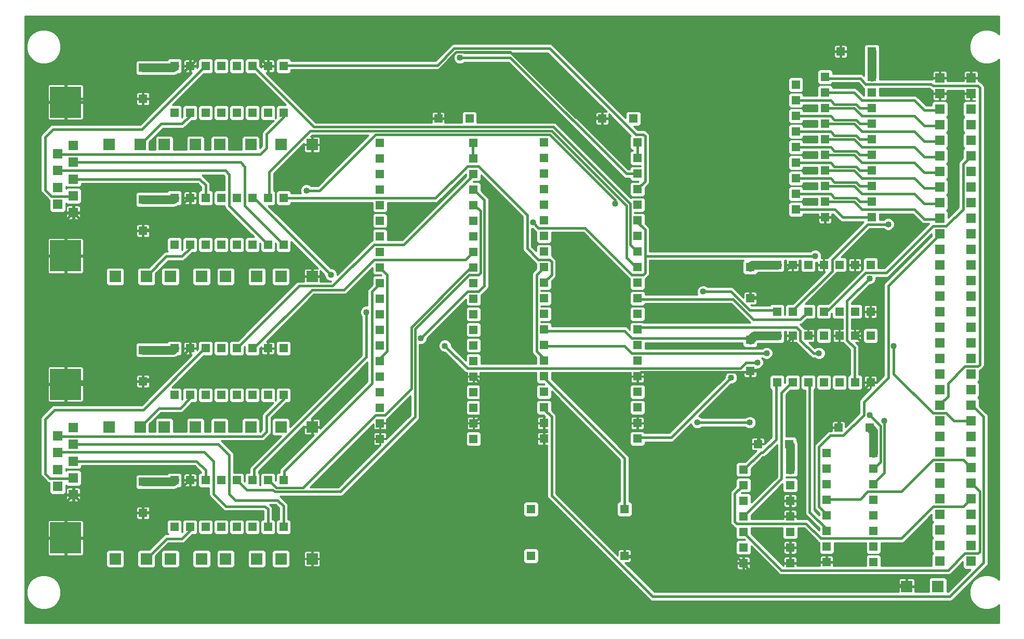
<source format=gbl>
G75*
G70*
%OFA0B0*%
%FSLAX24Y24*%
%IPPOS*%
%LPD*%
%AMOC8*
5,1,8,0,0,1.08239X$1,22.5*
%
%ADD10R,0.0560X0.0560*%
%ADD11R,0.0630X0.0630*%
%ADD12R,0.0750X0.0750*%
%ADD13R,0.0640X0.0640*%
%ADD14R,0.2000X0.2000*%
%ADD15C,0.0160*%
%ADD16C,0.0560*%
%ADD17C,0.0400*%
%ADD18C,0.0100*%
D10*
X014734Y013802D03*
X015734Y013802D03*
X016734Y013802D03*
X017734Y013802D03*
X018734Y013802D03*
X019734Y013802D03*
X020734Y013802D03*
X021734Y013802D03*
X021734Y016802D03*
X020734Y016802D03*
X019734Y016802D03*
X018734Y016802D03*
X017734Y016802D03*
X016734Y016802D03*
X015734Y016802D03*
X014734Y016802D03*
X012722Y016696D03*
X012722Y014696D03*
X014734Y022264D03*
X015734Y022264D03*
X016734Y022264D03*
X017734Y022264D03*
X018734Y022264D03*
X019734Y022264D03*
X020734Y022264D03*
X021734Y022264D03*
X021734Y025264D03*
X020734Y025264D03*
X019734Y025264D03*
X018734Y025264D03*
X017734Y025264D03*
X016734Y025264D03*
X015734Y025264D03*
X014734Y025264D03*
X012722Y025157D03*
X012722Y023157D03*
X014734Y031912D03*
X015734Y031912D03*
X016734Y031912D03*
X017734Y031912D03*
X018734Y031912D03*
X019734Y031912D03*
X020734Y031912D03*
X021734Y031912D03*
X021734Y034912D03*
X020734Y034912D03*
X019734Y034912D03*
X018734Y034912D03*
X017734Y034912D03*
X016734Y034912D03*
X015734Y034912D03*
X014734Y034912D03*
X012722Y034806D03*
X012722Y032806D03*
X014734Y040374D03*
X015734Y040374D03*
X016734Y040374D03*
X017734Y040374D03*
X018734Y040374D03*
X019734Y040374D03*
X020734Y040374D03*
X021734Y040374D03*
X021734Y043374D03*
X020734Y043374D03*
X019734Y043374D03*
X018734Y043374D03*
X017734Y043374D03*
X016734Y043374D03*
X015734Y043374D03*
X014734Y043374D03*
X012722Y043268D03*
X012722Y041268D03*
X027925Y038461D03*
X027925Y037461D03*
X027925Y036461D03*
X027925Y035461D03*
X027925Y034461D03*
X027925Y033461D03*
X027925Y032461D03*
X027925Y031461D03*
X027925Y030461D03*
X027925Y029461D03*
X027925Y028461D03*
X027925Y027461D03*
X027925Y026461D03*
X027925Y025461D03*
X027925Y024461D03*
X027925Y023461D03*
X027925Y022461D03*
X027925Y021461D03*
X027925Y020461D03*
X027925Y019461D03*
X033925Y019461D03*
X033925Y020461D03*
X033925Y021461D03*
X033925Y022461D03*
X033925Y023461D03*
X033925Y024461D03*
X033925Y025461D03*
X033925Y026461D03*
X033925Y027461D03*
X033925Y028461D03*
X033925Y029461D03*
X033925Y030461D03*
X033925Y031461D03*
X033925Y032461D03*
X033925Y033461D03*
X033925Y034461D03*
X033925Y035461D03*
X033925Y036461D03*
X033925Y037461D03*
X033925Y038461D03*
X033662Y040004D03*
X031662Y040004D03*
X038439Y038462D03*
X038439Y037462D03*
X038439Y036462D03*
X038439Y035462D03*
X038439Y034462D03*
X038439Y033462D03*
X038439Y032462D03*
X038439Y031462D03*
X038439Y030462D03*
X038439Y029462D03*
X038439Y028462D03*
X038439Y027462D03*
X038439Y026462D03*
X038439Y025462D03*
X038439Y024462D03*
X038439Y023462D03*
X038439Y022462D03*
X038439Y021462D03*
X038439Y020462D03*
X038439Y019462D03*
X037612Y014944D03*
X037612Y011944D03*
X043612Y011944D03*
X043612Y014944D03*
X044439Y019462D03*
X044439Y020462D03*
X044439Y021462D03*
X044439Y022462D03*
X044439Y023462D03*
X044439Y024462D03*
X044439Y025462D03*
X044439Y026462D03*
X044439Y027462D03*
X044439Y028462D03*
X044439Y029462D03*
X044439Y030462D03*
X044439Y031462D03*
X044439Y032462D03*
X044439Y033462D03*
X044439Y034462D03*
X044439Y035462D03*
X044439Y036462D03*
X044439Y037462D03*
X044439Y038462D03*
X044177Y040004D03*
X042177Y040004D03*
X054598Y040178D03*
X054598Y041178D03*
X054598Y042178D03*
X056473Y041678D03*
X056473Y040678D03*
X056473Y039678D03*
X056473Y038678D03*
X056473Y037678D03*
X056473Y036678D03*
X056473Y035678D03*
X056473Y034678D03*
X056473Y033678D03*
X054598Y034178D03*
X054598Y035178D03*
X054598Y036178D03*
X054598Y037178D03*
X054598Y038178D03*
X054598Y039178D03*
X056473Y042678D03*
X057473Y044303D03*
X059473Y044303D03*
X059473Y042678D03*
X059473Y041678D03*
X059473Y040678D03*
X059473Y039678D03*
X059473Y038678D03*
X059473Y037678D03*
X059473Y036678D03*
X059473Y035678D03*
X059473Y034678D03*
X059473Y033678D03*
X059395Y030621D03*
X058395Y030621D03*
X057395Y030621D03*
X056395Y030621D03*
X055395Y030621D03*
X054395Y030621D03*
X053395Y030621D03*
X051680Y030475D03*
X051680Y028475D03*
X053395Y027621D03*
X054395Y027621D03*
X055395Y027621D03*
X056395Y027621D03*
X057395Y027621D03*
X058395Y027621D03*
X059395Y027621D03*
X059395Y026075D03*
X058395Y026075D03*
X057395Y026075D03*
X056395Y026075D03*
X055395Y026075D03*
X054395Y026075D03*
X053395Y026075D03*
X051668Y025804D03*
X051668Y023804D03*
X053395Y023075D03*
X054395Y023075D03*
X055395Y023075D03*
X056395Y023075D03*
X057395Y023075D03*
X058395Y023075D03*
X059395Y023075D03*
X059354Y020167D03*
X059585Y018549D03*
X059585Y017549D03*
X059585Y016549D03*
X059585Y015549D03*
X059585Y014549D03*
X059585Y013549D03*
X059585Y012549D03*
X059585Y011549D03*
X056585Y011549D03*
X056585Y012549D03*
X056585Y013549D03*
X056585Y014549D03*
X056585Y015549D03*
X056585Y016549D03*
X056585Y017549D03*
X056585Y018549D03*
X057354Y020167D03*
X054174Y019127D03*
X054247Y017485D03*
X054247Y016485D03*
X054247Y015485D03*
X054247Y014485D03*
X054247Y013485D03*
X054247Y012485D03*
X054247Y011485D03*
X051247Y011485D03*
X051247Y012485D03*
X051247Y013485D03*
X051247Y014485D03*
X051247Y015485D03*
X051247Y016485D03*
X051247Y017485D03*
X052174Y019127D03*
D11*
X063848Y019613D03*
X063848Y018613D03*
X063848Y017613D03*
X063848Y016613D03*
X063848Y015613D03*
X063848Y014613D03*
X063848Y013613D03*
X063848Y012613D03*
X063848Y011613D03*
X065848Y011613D03*
X065848Y012613D03*
X065848Y013613D03*
X065848Y014613D03*
X065848Y015613D03*
X065848Y016613D03*
X065848Y017613D03*
X065848Y018613D03*
X065848Y019613D03*
X065848Y020613D03*
X065848Y021613D03*
X065848Y022613D03*
X065848Y023613D03*
X065848Y024613D03*
X065848Y025613D03*
X065848Y026613D03*
X065848Y027613D03*
X065848Y028613D03*
X065848Y029613D03*
X065848Y030613D03*
X065848Y031613D03*
X065848Y032613D03*
X065848Y033613D03*
X065848Y034613D03*
X065848Y035613D03*
X065848Y036613D03*
X065848Y037613D03*
X065848Y038613D03*
X065848Y039613D03*
X065848Y040613D03*
X065848Y041613D03*
X065848Y042613D03*
X063848Y042613D03*
X063848Y041613D03*
X063848Y040613D03*
X063848Y039613D03*
X063848Y038613D03*
X063848Y037613D03*
X063848Y036613D03*
X063848Y035613D03*
X063848Y034613D03*
X063848Y033613D03*
X063848Y032613D03*
X063848Y031613D03*
X063848Y030613D03*
X063848Y029613D03*
X063848Y028613D03*
X063848Y027613D03*
X063848Y026613D03*
X063848Y025613D03*
X063848Y024613D03*
X063848Y023613D03*
X063848Y022613D03*
X063848Y021613D03*
X063848Y020613D03*
D12*
X063722Y009987D03*
X061722Y009987D03*
X023564Y011759D03*
X021564Y011759D03*
X020021Y011759D03*
X018021Y011759D03*
X016478Y011759D03*
X014478Y011759D03*
X012934Y011759D03*
X010934Y011759D03*
X010541Y020220D03*
X012541Y020220D03*
X014084Y020220D03*
X016084Y020220D03*
X017627Y020220D03*
X019627Y020220D03*
X021564Y020220D03*
X023564Y020220D03*
X023564Y029869D03*
X021564Y029869D03*
X020021Y029869D03*
X018021Y029869D03*
X016478Y029869D03*
X014478Y029869D03*
X012934Y029869D03*
X010934Y029869D03*
X010541Y038331D03*
X012541Y038331D03*
X014084Y038331D03*
X016084Y038331D03*
X017627Y038331D03*
X019627Y038331D03*
X021564Y038331D03*
X023564Y038331D03*
D13*
X008248Y038288D03*
X007248Y037748D03*
X008248Y037208D03*
X007248Y036668D03*
X008248Y036128D03*
X007248Y035588D03*
X008248Y035048D03*
X007248Y034508D03*
X008248Y033968D03*
X008248Y020188D03*
X007248Y019648D03*
X008248Y019108D03*
X007248Y018568D03*
X008248Y018028D03*
X007248Y017488D03*
X008248Y016948D03*
X007248Y016408D03*
X008248Y015868D03*
D14*
X007748Y013098D03*
X007748Y022958D03*
X007748Y031198D03*
X007748Y041058D03*
D15*
X007957Y041268D01*
X012722Y041268D01*
X012768Y041268D01*
X013608Y041268D01*
X015648Y043308D01*
X015734Y043374D01*
X015768Y043428D01*
X016248Y043908D01*
X020208Y043908D01*
X020688Y043428D01*
X020734Y043374D01*
X021734Y043374D02*
X021768Y043428D01*
X031608Y043428D01*
X032688Y044508D01*
X038808Y044508D01*
X044328Y038988D01*
X044808Y038988D01*
X044928Y038868D01*
X044928Y035988D01*
X044448Y035508D01*
X044439Y035462D01*
X044439Y036462D02*
X044328Y036468D01*
X043728Y036468D01*
X036288Y043908D01*
X033048Y043908D01*
X032808Y044268D02*
X031728Y043188D01*
X031728Y040068D01*
X031662Y040004D01*
X033925Y038461D02*
X033888Y038388D01*
X033888Y037548D01*
X033925Y037461D01*
X034248Y036948D02*
X033528Y036948D01*
X031488Y034908D01*
X021768Y034908D01*
X021734Y034912D01*
X020808Y035028D02*
X020734Y034912D01*
X020808Y035028D02*
X020808Y036588D01*
X023448Y039228D01*
X038928Y039228D01*
X043728Y034428D01*
X043728Y031068D01*
X044328Y030468D01*
X044439Y030462D01*
X044088Y029988D02*
X044808Y029988D01*
X044928Y030108D01*
X044928Y031188D01*
X055848Y031188D01*
X056928Y030948D02*
X056928Y030228D01*
X054408Y027708D01*
X054395Y027621D01*
X054888Y027108D02*
X055368Y027588D01*
X055395Y027621D01*
X054888Y027108D02*
X051888Y027108D01*
X050568Y028428D01*
X044448Y028428D01*
X044439Y028462D01*
X044088Y029988D02*
X041088Y032988D01*
X038088Y032988D01*
X037728Y033348D01*
X037368Y033828D02*
X037368Y031668D01*
X038088Y030948D01*
X038808Y030948D01*
X038928Y030828D01*
X038928Y029988D01*
X038448Y029508D01*
X038439Y029462D01*
X037968Y029988D02*
X038328Y030348D01*
X038439Y030462D01*
X037968Y029988D02*
X037968Y025068D01*
X038328Y024708D01*
X038328Y024468D01*
X038439Y024462D01*
X038448Y025428D02*
X038439Y025462D01*
X038448Y025428D02*
X043608Y025428D01*
X044088Y024948D01*
X052728Y024948D01*
X052128Y024348D02*
X051408Y024348D01*
X051048Y023988D01*
X033528Y023988D01*
X032088Y025428D01*
X030528Y025908D02*
X033528Y028908D01*
X034248Y028908D01*
X034608Y029268D01*
X034608Y034788D01*
X034008Y035388D01*
X033925Y035461D01*
X033888Y036348D02*
X033925Y036461D01*
X033888Y036348D02*
X029448Y031908D01*
X027528Y031908D01*
X024888Y029268D01*
X022728Y029268D01*
X018768Y025308D01*
X018734Y025264D01*
X019734Y025264D02*
X019848Y025308D01*
X023568Y029028D01*
X025608Y029028D01*
X027528Y030948D01*
X033408Y030948D01*
X033888Y031428D01*
X033925Y031461D01*
X033925Y030461D02*
X033888Y030348D01*
X033648Y030348D01*
X029928Y026628D01*
X029928Y022668D01*
X028248Y020988D01*
X027648Y020988D01*
X022968Y016308D01*
X021288Y016308D01*
X020808Y016788D01*
X020734Y016802D01*
X021048Y016188D02*
X021168Y016068D01*
X025368Y016068D01*
X030168Y020868D01*
X030168Y026508D01*
X033648Y029988D01*
X034248Y029988D01*
X034368Y030108D01*
X034368Y034068D01*
X034008Y034428D01*
X033925Y034461D01*
X034248Y036948D02*
X037368Y033828D01*
X038808Y038988D02*
X043008Y034788D01*
X043008Y034548D01*
X043968Y034548D02*
X043968Y031908D01*
X044328Y031548D01*
X044439Y031462D01*
X044928Y031188D02*
X044928Y032868D01*
X044448Y033348D01*
X044439Y033462D01*
X043968Y034548D02*
X039048Y039468D01*
X023688Y039468D01*
X019848Y043308D01*
X019734Y043374D01*
X016734Y043374D02*
X016694Y043374D01*
X012648Y039328D01*
X006948Y039328D01*
X006448Y038828D01*
X006448Y035428D01*
X006848Y035028D01*
X008228Y035028D01*
X008248Y035048D01*
X008248Y033968D02*
X009410Y032806D01*
X012722Y032806D01*
X012768Y032868D01*
X013608Y032868D01*
X015648Y034908D01*
X015734Y034912D01*
X016734Y034912D02*
X016734Y035742D01*
X016348Y036128D01*
X008248Y036128D01*
X007248Y036668D02*
X018008Y036668D01*
X018248Y036428D01*
X018248Y034398D01*
X020734Y031912D01*
X021734Y031912D02*
X019248Y034398D01*
X019248Y036928D01*
X018968Y037208D01*
X008248Y037208D01*
X007268Y037728D02*
X007248Y037748D01*
X007268Y037728D02*
X020248Y037728D01*
X020648Y038128D01*
X020648Y039028D01*
X021734Y040114D01*
X021734Y040374D01*
X024048Y035388D02*
X027648Y038988D01*
X038808Y038988D01*
X040488Y040068D02*
X036288Y044268D01*
X032808Y044268D01*
X040488Y040068D02*
X042168Y040068D01*
X042177Y040004D01*
X044439Y038462D02*
X044448Y038388D01*
X044448Y037548D01*
X044439Y037462D01*
X054598Y037178D02*
X056843Y037178D01*
X057093Y036928D01*
X058473Y036928D01*
X058723Y036678D01*
X059473Y036678D01*
X058848Y036178D02*
X062223Y036178D01*
X062848Y035553D01*
X063848Y035553D01*
X063848Y035613D01*
X063848Y036553D02*
X062848Y036553D01*
X062223Y037178D01*
X058848Y037178D01*
X058348Y037678D01*
X056473Y037678D01*
X056843Y038178D02*
X054598Y038178D01*
X054598Y039178D02*
X056843Y039178D01*
X057093Y038928D01*
X058473Y038928D01*
X058723Y038678D01*
X059473Y038678D01*
X058848Y038178D02*
X062223Y038178D01*
X062848Y037553D01*
X063848Y037553D01*
X063848Y037613D01*
X063848Y038553D02*
X062848Y038553D01*
X062223Y039178D01*
X058848Y039178D01*
X058348Y039678D01*
X056473Y039678D01*
X056843Y040178D02*
X054598Y040178D01*
X054598Y041178D02*
X056843Y041178D01*
X057093Y040928D01*
X058473Y040928D01*
X058723Y040678D01*
X059473Y040678D01*
X058848Y040178D02*
X062223Y040178D01*
X062848Y039553D01*
X063848Y039553D01*
X063848Y039613D01*
X063848Y040553D02*
X062848Y040553D01*
X062223Y041178D01*
X058848Y041178D01*
X058348Y041678D01*
X056473Y041678D01*
X056473Y040678D02*
X058348Y040678D01*
X058848Y040178D01*
X058473Y039928D02*
X057093Y039928D01*
X056843Y040178D01*
X058473Y039928D02*
X058723Y039678D01*
X059473Y039678D01*
X058348Y038678D02*
X058848Y038178D01*
X058473Y037928D02*
X057093Y037928D01*
X056843Y038178D01*
X056473Y038678D02*
X058348Y038678D01*
X058473Y037928D02*
X058723Y037678D01*
X059473Y037678D01*
X058348Y036678D02*
X058848Y036178D01*
X058473Y035928D02*
X057093Y035928D01*
X056843Y036178D01*
X054598Y036178D01*
X054598Y035178D02*
X056843Y035178D01*
X057093Y034928D01*
X058473Y034928D01*
X058723Y034678D01*
X059473Y034678D01*
X058848Y034178D02*
X062223Y034178D01*
X062848Y033553D01*
X063848Y033553D01*
X063848Y033613D01*
X064248Y033108D02*
X063408Y033108D01*
X060408Y030108D01*
X059088Y030108D01*
X056688Y027708D01*
X056448Y027708D01*
X056395Y027621D01*
X057888Y028308D02*
X059328Y029748D01*
X060528Y029268D02*
X063768Y032508D01*
X063848Y032613D01*
X064248Y033108D02*
X065328Y034188D01*
X065328Y037068D01*
X065808Y037548D01*
X065848Y037613D01*
X063848Y038553D02*
X063848Y038613D01*
X063848Y040553D02*
X063848Y040613D01*
X063408Y042108D02*
X066288Y042108D01*
X066408Y041988D01*
X066408Y024228D01*
X066288Y024108D01*
X065448Y024108D01*
X064368Y023028D01*
X064368Y022188D01*
X063888Y021708D01*
X063848Y021613D01*
X064248Y021108D02*
X063408Y021108D01*
X060888Y023628D01*
X060888Y025428D01*
X059328Y025188D02*
X058488Y026028D01*
X058395Y026075D01*
X058488Y026148D01*
X059328Y026988D01*
X059328Y027588D01*
X059395Y027621D01*
X057888Y028308D02*
X057888Y025788D01*
X058368Y025308D01*
X058368Y023148D01*
X058395Y023075D01*
X059328Y023028D02*
X059395Y023075D01*
X059328Y023148D01*
X059328Y025188D01*
X060528Y023388D02*
X060528Y029268D01*
X056928Y030948D02*
X059208Y033228D01*
X060528Y033228D01*
X059473Y033678D02*
X057598Y033678D01*
X057098Y034178D01*
X054598Y034178D01*
X056473Y034678D02*
X058348Y034678D01*
X058848Y034178D01*
X058848Y035178D02*
X062223Y035178D01*
X062848Y034553D01*
X063848Y034553D01*
X063848Y034613D01*
X063848Y036553D02*
X063848Y036613D01*
X059473Y035678D02*
X058723Y035678D01*
X058473Y035928D01*
X058348Y035678D02*
X058848Y035178D01*
X058348Y035678D02*
X056473Y035678D01*
X056473Y036678D02*
X058348Y036678D01*
X059088Y042228D02*
X063288Y042228D01*
X063408Y042108D01*
X059088Y042228D02*
X058728Y042588D01*
X056568Y042588D01*
X056473Y042678D01*
X054395Y030621D02*
X054288Y030588D01*
X052248Y028548D01*
X051768Y028548D01*
X051680Y028475D01*
X051648Y027708D02*
X050448Y028908D01*
X048648Y028908D01*
X051648Y027708D02*
X053328Y027708D01*
X053395Y027621D01*
X054648Y026628D02*
X044568Y026628D01*
X044448Y026508D01*
X044439Y026462D01*
X044088Y025908D02*
X051408Y025908D01*
X051668Y025804D01*
X051768Y023868D02*
X051668Y023804D01*
X051648Y023748D01*
X044688Y023748D01*
X044448Y023508D01*
X044439Y023462D01*
X044088Y025908D02*
X043608Y026388D01*
X038448Y026388D01*
X038439Y026462D01*
X038439Y023462D02*
X038448Y023388D01*
X043608Y018228D01*
X043608Y014988D01*
X043612Y014944D01*
X043612Y011944D02*
X043728Y011868D01*
X050808Y011868D01*
X051168Y011508D01*
X051247Y011485D01*
X051288Y011388D01*
X052608Y010068D01*
X061608Y010068D01*
X061722Y009987D01*
X064488Y009348D02*
X045408Y009348D01*
X038928Y015828D01*
X038928Y020868D01*
X038448Y021348D01*
X038439Y021462D01*
X034368Y020868D02*
X034008Y020508D01*
X033925Y020461D01*
X034368Y020868D02*
X034368Y023028D01*
X034008Y023388D01*
X033925Y023461D01*
X028368Y025068D02*
X028008Y024708D01*
X028008Y024468D01*
X027925Y024461D01*
X028368Y025068D02*
X028368Y029988D01*
X028008Y030348D01*
X027925Y030461D01*
X027925Y029461D02*
X027888Y029388D01*
X027408Y028908D01*
X027408Y023028D01*
X021768Y017388D01*
X021768Y016908D01*
X021734Y016802D01*
X021048Y016188D02*
X019368Y016188D01*
X018768Y016788D01*
X018734Y016802D01*
X019734Y016802D02*
X019848Y016908D01*
X019848Y017508D01*
X027048Y024708D01*
X027048Y027588D01*
X024768Y029988D02*
X019848Y034908D01*
X019734Y034912D01*
X023208Y035388D02*
X024048Y035388D01*
X015734Y031912D02*
X015734Y031689D01*
X015223Y031178D01*
X014223Y031178D01*
X012973Y029928D01*
X012973Y029907D01*
X012934Y029869D01*
X008248Y033968D02*
X007748Y033468D01*
X007748Y031198D01*
X015648Y025188D02*
X015734Y025264D01*
X015648Y025188D02*
X013728Y023268D01*
X012768Y023268D01*
X012722Y023157D01*
X007947Y023157D01*
X007748Y022958D01*
X007048Y021328D02*
X006448Y020728D01*
X006448Y017228D01*
X006748Y016928D01*
X008228Y016928D01*
X008248Y016948D01*
X008248Y015868D02*
X009420Y014696D01*
X012722Y014696D01*
X012768Y014748D01*
X013608Y014748D01*
X015648Y016788D01*
X015734Y016802D01*
X016734Y016802D02*
X016734Y017442D01*
X016148Y018028D01*
X008248Y018028D01*
X007308Y018628D02*
X007248Y018568D01*
X007308Y018628D02*
X016648Y018628D01*
X017248Y018028D01*
X017248Y015928D01*
X018048Y015128D01*
X020548Y015128D01*
X020734Y014942D01*
X020734Y013802D01*
X021734Y013802D02*
X021734Y015142D01*
X021348Y015528D01*
X018648Y015528D01*
X018248Y015928D01*
X018248Y018428D01*
X017548Y019128D01*
X008268Y019128D01*
X008248Y019108D01*
X007268Y019628D02*
X007248Y019648D01*
X007268Y019628D02*
X020348Y019628D01*
X020648Y019928D01*
X020648Y020928D01*
X021734Y022014D01*
X021734Y022264D01*
X016734Y025264D02*
X016684Y025264D01*
X012748Y021328D01*
X007048Y021328D01*
X012541Y020220D02*
X013748Y021428D01*
X015098Y021428D01*
X015734Y022064D01*
X015734Y022264D01*
X008248Y015868D02*
X007748Y015368D01*
X007748Y013098D01*
X012934Y011759D02*
X014229Y013053D01*
X015223Y013053D01*
X015734Y013564D01*
X015734Y013802D01*
X044439Y019462D02*
X044448Y019548D01*
X046608Y019548D01*
X050448Y023388D01*
X051768Y023868D02*
X052248Y023868D01*
X052248Y019188D01*
X052174Y019127D01*
X052368Y018588D02*
X052488Y018588D01*
X053328Y019428D01*
X053328Y023028D01*
X053395Y023075D01*
X053688Y022428D02*
X054288Y023028D01*
X054395Y023075D01*
X053688Y022428D02*
X053688Y016908D01*
X051288Y014508D01*
X051247Y014485D01*
X050808Y014028D02*
X055248Y014028D01*
X056208Y013068D01*
X061368Y013068D01*
X063408Y015108D01*
X065328Y015108D01*
X065808Y015588D01*
X065848Y015613D01*
X066408Y016068D02*
X065928Y016548D01*
X065848Y016613D01*
X066408Y016068D02*
X066408Y012228D01*
X066288Y012108D01*
X065448Y012108D01*
X064368Y011028D01*
X053688Y011028D01*
X051288Y013428D01*
X051247Y013485D01*
X050808Y014028D02*
X050688Y014148D01*
X050688Y015948D01*
X051168Y016428D01*
X051247Y016485D01*
X051247Y017485D02*
X051288Y017508D01*
X052368Y018588D01*
X051648Y020508D02*
X048288Y020508D01*
X052248Y023868D02*
X054408Y026028D01*
X054395Y026075D01*
X054888Y025788D02*
X054888Y026388D01*
X054648Y026628D01*
X054888Y025788D02*
X055728Y024948D01*
X056088Y024948D01*
X055395Y023075D02*
X055488Y023028D01*
X055488Y014748D01*
X056568Y013668D01*
X056585Y013549D01*
X056585Y014549D02*
X056568Y014628D01*
X056088Y015108D01*
X056088Y018948D01*
X056808Y019668D01*
X057648Y019668D01*
X058968Y020988D01*
X058968Y021828D01*
X060528Y023388D01*
X059328Y023028D02*
X057408Y021108D01*
X057408Y020268D01*
X057354Y020167D01*
X059328Y020988D02*
X060048Y020268D01*
X060048Y017988D01*
X059688Y017628D01*
X059585Y017549D01*
X060288Y017268D02*
X060288Y020628D01*
X063408Y018108D02*
X065328Y018108D01*
X065808Y017628D01*
X065848Y017613D01*
X063408Y018108D02*
X061368Y016068D01*
X059208Y016068D01*
X058728Y015588D01*
X056688Y015588D01*
X056585Y015549D01*
X059585Y016549D02*
X059688Y016668D01*
X060288Y017268D01*
X064248Y021108D02*
X064728Y020628D01*
X065808Y020628D01*
X065848Y020613D01*
X066648Y020868D02*
X065928Y021588D01*
X065848Y021613D01*
X066648Y020868D02*
X066648Y011508D01*
X064488Y009348D01*
X015734Y040189D02*
X015734Y040374D01*
X015734Y040189D02*
X015223Y039678D01*
X013888Y039678D01*
X012541Y038331D01*
D16*
X012722Y034806D02*
X014627Y034806D01*
X014734Y034912D01*
X014627Y043268D02*
X012722Y043268D01*
X014627Y043268D02*
X014734Y043374D01*
X014734Y025264D02*
X014627Y025157D01*
X012722Y025157D01*
X012722Y016696D02*
X014627Y016696D01*
X014734Y016802D01*
X051668Y025804D02*
X051938Y026075D01*
X053395Y026075D01*
X053395Y030621D02*
X051825Y030621D01*
X051680Y030475D01*
X059354Y020167D02*
X059585Y019936D01*
X059585Y018549D01*
X054247Y019053D02*
X054247Y017485D01*
X054247Y019053D02*
X054174Y019127D01*
X059473Y042678D02*
X059473Y044303D01*
D17*
X060528Y033228D03*
X059328Y029748D03*
X055848Y031188D03*
X048648Y028908D03*
X052728Y024948D03*
X052128Y024348D03*
X050448Y023388D03*
X051648Y020508D03*
X048288Y020508D03*
X056088Y024948D03*
X060888Y025428D03*
X059328Y020988D03*
X060288Y020628D03*
X043008Y034548D03*
X037728Y033348D03*
X030528Y025908D03*
X032088Y025428D03*
X027048Y027588D03*
X024768Y029988D03*
X023208Y035388D03*
X033048Y043908D03*
D18*
X005158Y046588D02*
X005158Y007638D01*
X067630Y007638D01*
X067630Y008825D01*
X067529Y008725D01*
X067276Y008579D01*
X066994Y008503D01*
X066702Y008503D01*
X066419Y008579D01*
X066166Y008725D01*
X065960Y008931D01*
X065814Y009185D01*
X065738Y009467D01*
X065738Y009759D01*
X065814Y010041D01*
X065960Y010295D01*
X066166Y010501D01*
X066419Y010647D01*
X066702Y010723D01*
X066994Y010723D01*
X067276Y010647D01*
X067529Y010501D01*
X067630Y010401D01*
X067630Y043825D01*
X067529Y043725D01*
X067276Y043579D01*
X066994Y043503D01*
X066702Y043503D01*
X066419Y043579D01*
X066166Y043725D01*
X065960Y043931D01*
X065814Y044185D01*
X065813Y044185D02*
X059963Y044185D01*
X059963Y044283D02*
X065787Y044283D01*
X065814Y044185D02*
X065738Y044467D01*
X065738Y044759D01*
X065814Y045041D01*
X065960Y045295D01*
X066166Y045501D01*
X066419Y045647D01*
X066702Y045723D01*
X066994Y045723D01*
X067276Y045647D01*
X067529Y045501D01*
X067630Y045401D01*
X067630Y046588D01*
X005158Y046588D01*
X005158Y046550D02*
X067630Y046550D01*
X067630Y046451D02*
X005158Y046451D01*
X005158Y046353D02*
X067630Y046353D01*
X067630Y046254D02*
X005158Y046254D01*
X005158Y046156D02*
X067630Y046156D01*
X067630Y046057D02*
X005158Y046057D01*
X005158Y045958D02*
X067630Y045958D01*
X067630Y045860D02*
X005158Y045860D01*
X005158Y045761D02*
X067630Y045761D01*
X067630Y045663D02*
X067219Y045663D01*
X067420Y045564D02*
X067630Y045564D01*
X067630Y045466D02*
X067565Y045466D01*
X066477Y045663D02*
X006719Y045663D01*
X006776Y045647D02*
X006494Y045723D01*
X006202Y045723D01*
X005919Y045647D01*
X005666Y045501D01*
X005460Y045295D01*
X005314Y045041D01*
X005238Y044759D01*
X005238Y044467D01*
X005314Y044185D01*
X005313Y044185D02*
X005158Y044185D01*
X005158Y044283D02*
X005287Y044283D01*
X005314Y044185D02*
X005460Y043931D01*
X005666Y043725D01*
X005919Y043579D01*
X006202Y043503D01*
X006494Y043503D01*
X006776Y043579D01*
X007029Y043725D01*
X007236Y043931D01*
X007382Y044185D01*
X031954Y044185D01*
X031856Y044086D02*
X007325Y044086D01*
X007268Y043988D02*
X031757Y043988D01*
X031659Y043889D02*
X007194Y043889D01*
X007095Y043791D02*
X014293Y043791D01*
X014260Y043758D02*
X012624Y043758D01*
X012355Y043758D01*
X012232Y043635D01*
X012232Y043365D01*
X012232Y043170D01*
X012232Y042901D01*
X012355Y042778D01*
X012624Y042778D01*
X014530Y042778D01*
X014725Y042778D01*
X014905Y042852D01*
X014937Y042884D01*
X015101Y042884D01*
X015224Y043007D01*
X015224Y043741D01*
X015101Y043864D01*
X014367Y043864D01*
X014260Y043758D01*
X015174Y043791D02*
X015390Y043791D01*
X015396Y043794D02*
X015362Y043774D01*
X015334Y043746D01*
X015314Y043712D01*
X015304Y043674D01*
X015304Y043404D01*
X015703Y043404D01*
X015703Y043344D01*
X015304Y043344D01*
X015304Y043074D01*
X015314Y043036D01*
X015334Y043002D01*
X015362Y042974D01*
X015396Y042954D01*
X015434Y042944D01*
X015704Y042944D01*
X015704Y043344D01*
X015764Y043344D01*
X015764Y043404D01*
X016164Y043404D01*
X016164Y043674D01*
X016153Y043712D01*
X016134Y043746D01*
X016106Y043774D01*
X016072Y043794D01*
X016033Y043804D01*
X015764Y043804D01*
X015764Y043404D01*
X015704Y043404D01*
X015704Y043804D01*
X015434Y043804D01*
X015396Y043794D01*
X015309Y043692D02*
X015224Y043692D01*
X015224Y043593D02*
X015304Y043593D01*
X015304Y043495D02*
X015224Y043495D01*
X015224Y043396D02*
X015703Y043396D01*
X015764Y043396D02*
X016244Y043396D01*
X016244Y043334D02*
X016244Y043741D01*
X016367Y043864D01*
X017101Y043864D01*
X017224Y043741D01*
X017224Y043007D01*
X017101Y042884D01*
X016614Y042884D01*
X014594Y040864D01*
X015101Y040864D01*
X015224Y040741D01*
X015224Y040089D01*
X015244Y040109D01*
X015244Y040741D01*
X015367Y040864D01*
X016101Y040864D01*
X016224Y040741D01*
X016224Y040007D01*
X016101Y039884D01*
X015839Y039884D01*
X015387Y039432D01*
X015281Y039388D01*
X015165Y039388D01*
X014008Y039388D01*
X013126Y038505D01*
X013126Y038018D01*
X013499Y038018D01*
X013499Y038793D01*
X013622Y038916D01*
X014546Y038916D01*
X014669Y038793D01*
X014669Y038018D01*
X015499Y038018D01*
X015499Y038793D01*
X015622Y038916D01*
X016546Y038916D01*
X016669Y038793D01*
X016669Y038018D01*
X017042Y038018D01*
X017042Y038793D01*
X017165Y038916D01*
X018089Y038916D01*
X018212Y038793D01*
X018212Y038018D01*
X019042Y038018D01*
X019042Y038793D01*
X019165Y038916D01*
X020089Y038916D01*
X020212Y038793D01*
X020212Y038103D01*
X020358Y038248D01*
X020358Y039086D01*
X020402Y039192D01*
X020484Y039274D01*
X021094Y039884D01*
X020367Y039884D01*
X020244Y040007D01*
X020244Y040741D01*
X020367Y040864D01*
X021101Y040864D01*
X021224Y040741D01*
X021224Y040014D01*
X021244Y040034D01*
X021244Y040741D01*
X021367Y040864D01*
X021882Y040864D01*
X019862Y042884D01*
X019367Y042884D01*
X019244Y043007D01*
X019244Y043741D01*
X019367Y043864D01*
X020101Y043864D01*
X020224Y043741D01*
X020224Y043342D01*
X020304Y043262D01*
X020304Y043344D01*
X020703Y043344D01*
X020703Y043404D01*
X020304Y043404D01*
X020304Y043674D01*
X020314Y043712D01*
X020334Y043746D01*
X020362Y043774D01*
X020396Y043794D01*
X020434Y043804D01*
X020704Y043804D01*
X020704Y043404D01*
X020764Y043404D01*
X021164Y043404D01*
X021164Y043674D01*
X021153Y043712D01*
X021134Y043746D01*
X021106Y043774D01*
X021072Y043794D01*
X021033Y043804D01*
X020764Y043804D01*
X020764Y043404D01*
X020764Y043344D01*
X021164Y043344D01*
X021164Y043074D01*
X021153Y043036D01*
X021134Y043002D01*
X021248Y043002D01*
X021244Y043007D02*
X021367Y042884D01*
X022101Y042884D01*
X022224Y043007D01*
X022224Y043138D01*
X031550Y043138D01*
X031666Y043138D01*
X031772Y043182D01*
X032679Y044089D01*
X032638Y043990D01*
X032638Y043826D01*
X032700Y043676D01*
X032816Y043560D01*
X032966Y043498D01*
X033129Y043498D01*
X033280Y043560D01*
X033338Y043618D01*
X036168Y043618D01*
X043482Y036304D01*
X043564Y036222D01*
X043670Y036178D01*
X043949Y036178D01*
X043949Y036095D01*
X044072Y035972D01*
X044501Y035972D01*
X044481Y035951D01*
X044072Y035951D01*
X043949Y035829D01*
X043949Y035095D01*
X044072Y034972D01*
X044806Y034972D01*
X044929Y035095D01*
X044929Y035579D01*
X045174Y035824D01*
X045218Y035930D01*
X045218Y036046D01*
X045218Y038926D01*
X045174Y039032D01*
X045092Y039114D01*
X044972Y039234D01*
X044866Y039278D01*
X044750Y039278D01*
X044448Y039278D01*
X044212Y039514D01*
X044544Y039514D01*
X044667Y039637D01*
X044667Y040371D01*
X044544Y040494D01*
X043810Y040494D01*
X043687Y040371D01*
X043687Y040039D01*
X038972Y044754D01*
X038866Y044798D01*
X038750Y044798D01*
X032630Y044798D01*
X032524Y044754D01*
X032442Y044672D01*
X031488Y043718D01*
X022224Y043718D01*
X022224Y043741D01*
X022101Y043864D01*
X021367Y043864D01*
X021244Y043741D01*
X021244Y043007D01*
X021244Y043101D02*
X021164Y043101D01*
X021164Y043199D02*
X021244Y043199D01*
X021244Y043298D02*
X021164Y043298D01*
X021244Y043396D02*
X020764Y043396D01*
X020764Y043344D02*
X020764Y042944D01*
X021033Y042944D01*
X021072Y042954D01*
X021106Y042974D01*
X021134Y043002D01*
X021347Y042904D02*
X020662Y042904D01*
X020622Y042944D02*
X020704Y042944D01*
X020704Y043344D01*
X020764Y043344D01*
X020764Y043298D02*
X020704Y043298D01*
X020703Y043396D02*
X020224Y043396D01*
X020224Y043495D02*
X020304Y043495D01*
X020304Y043593D02*
X020224Y043593D01*
X020224Y043692D02*
X020309Y043692D01*
X020390Y043791D02*
X020174Y043791D01*
X020268Y043298D02*
X020304Y043298D01*
X020704Y043199D02*
X020764Y043199D01*
X020764Y043101D02*
X020704Y043101D01*
X020704Y043002D02*
X020764Y043002D01*
X020622Y042944D02*
X023808Y039758D01*
X031232Y039758D01*
X031232Y039974D01*
X031632Y039974D01*
X031632Y040034D01*
X031632Y040434D01*
X031362Y040434D01*
X031324Y040424D01*
X031290Y040404D01*
X031262Y040376D01*
X031242Y040342D01*
X031232Y040304D01*
X031232Y040034D01*
X031632Y040034D01*
X031692Y040034D01*
X031692Y040434D01*
X031962Y040434D01*
X032000Y040424D01*
X032034Y040404D01*
X032062Y040376D01*
X032082Y040342D01*
X032092Y040304D01*
X032092Y040034D01*
X031692Y040034D01*
X031692Y039974D01*
X032092Y039974D01*
X032092Y039758D01*
X033172Y039758D01*
X033172Y040371D01*
X033295Y040494D01*
X034029Y040494D01*
X034152Y040371D01*
X034152Y039758D01*
X038990Y039758D01*
X039106Y039758D01*
X039212Y039714D01*
X044023Y034903D01*
X044072Y034951D01*
X044806Y034951D01*
X044929Y034829D01*
X044929Y034095D01*
X044806Y033972D01*
X044258Y033972D01*
X044258Y033951D01*
X044806Y033951D01*
X044929Y033829D01*
X044929Y033277D01*
X045092Y033114D01*
X045092Y033114D01*
X045174Y033032D01*
X045218Y032926D01*
X045218Y031478D01*
X055558Y031478D01*
X055616Y031536D01*
X055766Y031598D01*
X055929Y031598D01*
X056080Y031536D01*
X056195Y031420D01*
X056258Y031270D01*
X056258Y031106D01*
X056235Y031051D01*
X056365Y031051D01*
X056365Y030651D01*
X056365Y030591D01*
X055965Y030591D01*
X055965Y030321D01*
X055975Y030283D01*
X055995Y030249D01*
X056023Y030221D01*
X056057Y030201D01*
X056095Y030191D01*
X056365Y030191D01*
X056365Y030591D01*
X056425Y030591D01*
X056425Y030191D01*
X056481Y030191D01*
X054401Y028111D01*
X054028Y028111D01*
X053905Y027988D01*
X053905Y027398D01*
X053885Y027398D01*
X053885Y027988D01*
X053762Y028111D01*
X053028Y028111D01*
X052915Y027998D01*
X051768Y027998D01*
X051721Y028045D01*
X051979Y028045D01*
X052017Y028056D01*
X052052Y028075D01*
X052080Y028103D01*
X052099Y028138D01*
X052110Y028176D01*
X052110Y028445D01*
X051710Y028445D01*
X051710Y028505D01*
X052110Y028505D01*
X052110Y028775D01*
X052099Y028813D01*
X052080Y028848D01*
X052052Y028875D01*
X052017Y028895D01*
X051979Y028905D01*
X051710Y028905D01*
X051710Y028506D01*
X051650Y028506D01*
X051650Y028905D01*
X051380Y028905D01*
X051342Y028895D01*
X051307Y028875D01*
X051280Y028848D01*
X051260Y028813D01*
X051250Y028775D01*
X051250Y028516D01*
X050612Y029154D01*
X050506Y029198D01*
X050390Y029198D01*
X048938Y029198D01*
X048880Y029256D01*
X048729Y029318D01*
X048566Y029318D01*
X048416Y029256D01*
X048300Y029140D01*
X048238Y028990D01*
X048238Y028826D01*
X048283Y028718D01*
X044929Y028718D01*
X044929Y028829D01*
X044806Y028951D01*
X044072Y028951D01*
X043949Y028829D01*
X043949Y028095D01*
X044072Y027972D01*
X044806Y027972D01*
X044929Y028095D01*
X044929Y028138D01*
X050448Y028138D01*
X051642Y026944D01*
X051668Y026918D01*
X044840Y026918D01*
X044806Y026951D01*
X044072Y026951D01*
X043949Y026829D01*
X043949Y026457D01*
X043772Y026634D01*
X043666Y026678D01*
X043550Y026678D01*
X038929Y026678D01*
X038929Y026829D01*
X038806Y026951D01*
X038258Y026951D01*
X038258Y026972D01*
X038806Y026972D01*
X038929Y027095D01*
X038929Y027829D01*
X038806Y027951D01*
X038258Y027951D01*
X038258Y027972D01*
X038806Y027972D01*
X038929Y028095D01*
X038929Y028829D01*
X038806Y028951D01*
X038258Y028951D01*
X038258Y028972D01*
X038806Y028972D01*
X038929Y029095D01*
X038929Y029579D01*
X039174Y029824D01*
X039218Y029930D01*
X039218Y030046D01*
X039218Y030886D01*
X039174Y030992D01*
X039092Y031074D01*
X038972Y031194D01*
X038929Y031212D01*
X038929Y031829D01*
X038806Y031951D01*
X038072Y031951D01*
X037949Y031829D01*
X037949Y031497D01*
X037658Y031788D01*
X037658Y032938D01*
X037728Y032938D01*
X037842Y032824D01*
X037924Y032742D01*
X037949Y032731D01*
X037949Y032095D01*
X038072Y031972D01*
X038806Y031972D01*
X038929Y032095D01*
X038929Y032698D01*
X040968Y032698D01*
X043842Y029824D01*
X043924Y029742D01*
X043949Y029731D01*
X043949Y029095D01*
X044072Y028972D01*
X044806Y028972D01*
X044929Y029095D01*
X044929Y029724D01*
X044972Y029742D01*
X045174Y029944D01*
X045218Y030050D01*
X045218Y030166D01*
X045218Y030898D01*
X051245Y030898D01*
X051190Y030842D01*
X051190Y030108D01*
X051313Y029985D01*
X052047Y029985D01*
X052170Y030108D01*
X052170Y030131D01*
X053493Y030131D01*
X053762Y030131D01*
X053885Y030254D01*
X053885Y030524D01*
X053885Y030719D01*
X053885Y030898D01*
X053965Y030898D01*
X053965Y030651D01*
X054365Y030651D01*
X054365Y030591D01*
X053965Y030591D01*
X053965Y030321D01*
X053975Y030283D01*
X053995Y030249D01*
X054023Y030221D01*
X054057Y030201D01*
X054095Y030191D01*
X054365Y030191D01*
X054365Y030591D01*
X054425Y030591D01*
X054425Y030191D01*
X054695Y030191D01*
X054733Y030201D01*
X054767Y030221D01*
X054795Y030249D01*
X054815Y030283D01*
X054825Y030321D01*
X054825Y030591D01*
X054425Y030591D01*
X054425Y030651D01*
X054825Y030651D01*
X054825Y030898D01*
X054905Y030898D01*
X054905Y030254D01*
X055028Y030131D01*
X055762Y030131D01*
X055885Y030254D01*
X055885Y030778D01*
X055929Y030778D01*
X055965Y030793D01*
X055965Y030651D01*
X056365Y030651D01*
X056425Y030651D01*
X056425Y031051D01*
X056657Y031051D01*
X056682Y031112D01*
X058958Y033388D01*
X057656Y033388D01*
X057540Y033388D01*
X057434Y033432D01*
X056978Y033888D01*
X056903Y033888D01*
X056903Y033708D01*
X056503Y033708D01*
X056503Y033648D01*
X056903Y033648D01*
X056903Y033378D01*
X056893Y033340D01*
X056873Y033306D01*
X056845Y033278D01*
X056811Y033258D01*
X056773Y033248D01*
X056503Y033248D01*
X056503Y033648D01*
X056443Y033648D01*
X056443Y033248D01*
X056173Y033248D01*
X056135Y033258D01*
X056101Y033278D01*
X056073Y033306D01*
X056053Y033340D01*
X056043Y033378D01*
X056043Y033648D01*
X056443Y033648D01*
X056443Y033708D01*
X056043Y033708D01*
X056043Y033888D01*
X055088Y033888D01*
X055088Y033811D01*
X054965Y033688D01*
X054231Y033688D01*
X054108Y033811D01*
X054108Y034545D01*
X054231Y034668D01*
X054965Y034668D01*
X055088Y034545D01*
X055088Y034468D01*
X055983Y034468D01*
X055983Y034888D01*
X055088Y034888D01*
X055088Y034811D01*
X054965Y034688D01*
X054231Y034688D01*
X054108Y034811D01*
X054108Y035545D01*
X054231Y035668D01*
X054965Y035668D01*
X055088Y035545D01*
X055088Y035468D01*
X055983Y035468D01*
X055983Y035888D01*
X055088Y035888D01*
X055088Y035811D01*
X054965Y035688D01*
X054231Y035688D01*
X054108Y035811D01*
X054108Y036545D01*
X054231Y036668D01*
X054965Y036668D01*
X055088Y036545D01*
X055088Y036468D01*
X055983Y036468D01*
X055983Y036888D01*
X055088Y036888D01*
X055088Y036811D01*
X054965Y036688D01*
X054231Y036688D01*
X054108Y036811D01*
X054108Y037545D01*
X054231Y037668D01*
X054965Y037668D01*
X055088Y037545D01*
X055088Y037468D01*
X055983Y037468D01*
X055983Y037888D01*
X055088Y037888D01*
X055088Y037811D01*
X054965Y037688D01*
X054231Y037688D01*
X054108Y037811D01*
X054108Y038545D01*
X054231Y038668D01*
X054965Y038668D01*
X055088Y038545D01*
X055088Y038468D01*
X055983Y038468D01*
X055983Y038888D01*
X055088Y038888D01*
X055088Y038811D01*
X054965Y038688D01*
X054231Y038688D01*
X054108Y038811D01*
X054108Y039545D01*
X054231Y039668D01*
X054965Y039668D01*
X055088Y039545D01*
X055088Y039468D01*
X055983Y039468D01*
X055983Y039888D01*
X055088Y039888D01*
X055088Y039811D01*
X054965Y039688D01*
X054231Y039688D01*
X054108Y039811D01*
X054108Y040545D01*
X054231Y040668D01*
X054965Y040668D01*
X055088Y040545D01*
X055088Y040468D01*
X055983Y040468D01*
X055983Y040888D01*
X055088Y040888D01*
X055088Y040811D01*
X054965Y040688D01*
X054231Y040688D01*
X054108Y040811D01*
X054108Y041545D01*
X054231Y041668D01*
X054965Y041668D01*
X055088Y041545D01*
X055088Y041468D01*
X055983Y041468D01*
X055983Y042045D01*
X056106Y042168D01*
X056840Y042168D01*
X056963Y042045D01*
X056963Y041968D01*
X058290Y041968D01*
X058406Y041968D01*
X058512Y041924D01*
X058968Y041468D01*
X058983Y041468D01*
X058983Y041958D01*
X058924Y041982D01*
X058842Y042064D01*
X058608Y042298D01*
X056950Y042298D01*
X056840Y042188D01*
X056106Y042188D01*
X055983Y042311D01*
X055983Y043045D01*
X056106Y043168D01*
X056840Y043168D01*
X056963Y043045D01*
X056963Y042878D01*
X058670Y042878D01*
X058786Y042878D01*
X058892Y042834D01*
X058983Y042743D01*
X058983Y043936D01*
X058983Y044670D01*
X059106Y044793D01*
X059840Y044793D01*
X059963Y044670D01*
X059963Y043936D01*
X059963Y042581D01*
X059963Y042518D01*
X063230Y042518D01*
X063346Y042518D01*
X063383Y042503D01*
X063383Y042573D01*
X063808Y042573D01*
X063808Y042653D01*
X063808Y043078D01*
X063513Y043078D01*
X063475Y043068D01*
X063441Y043048D01*
X063413Y043020D01*
X063393Y042986D01*
X063383Y042948D01*
X063383Y042653D01*
X063808Y042653D01*
X063888Y042653D01*
X064313Y042653D01*
X064313Y042948D01*
X064303Y042986D01*
X064283Y043020D01*
X064255Y043048D01*
X064221Y043068D01*
X064183Y043078D01*
X063888Y043078D01*
X063888Y042653D01*
X063888Y042573D01*
X064313Y042573D01*
X064313Y042398D01*
X065383Y042398D01*
X065383Y042573D01*
X065808Y042573D01*
X065808Y042653D01*
X065808Y043078D01*
X065513Y043078D01*
X065475Y043068D01*
X065441Y043048D01*
X065413Y043020D01*
X065393Y042986D01*
X065383Y042948D01*
X065383Y042653D01*
X065808Y042653D01*
X065888Y042653D01*
X066313Y042653D01*
X066313Y042948D01*
X066303Y042986D01*
X066283Y043020D01*
X066255Y043048D01*
X066221Y043068D01*
X066183Y043078D01*
X065888Y043078D01*
X065888Y042653D01*
X065888Y042573D01*
X066313Y042573D01*
X066313Y042398D01*
X066346Y042398D01*
X066452Y042354D01*
X066572Y042234D01*
X066654Y042152D01*
X066698Y042046D01*
X066698Y024286D01*
X066698Y024170D01*
X066654Y024064D01*
X066534Y023944D01*
X066452Y023862D01*
X066373Y023829D01*
X066373Y023211D01*
X066275Y023113D01*
X066373Y023015D01*
X066373Y022211D01*
X066275Y022113D01*
X066373Y022015D01*
X066373Y021553D01*
X066812Y021114D01*
X066894Y021032D01*
X066938Y020926D01*
X066938Y011566D01*
X066938Y011450D01*
X066894Y011344D01*
X064734Y009184D01*
X064652Y009102D01*
X064546Y009058D01*
X045466Y009058D01*
X045350Y009058D01*
X045244Y009102D01*
X038764Y015582D01*
X038682Y015664D01*
X038638Y015770D01*
X038638Y019032D01*
X038469Y019032D01*
X038469Y019431D01*
X038409Y019431D01*
X038409Y019032D01*
X038140Y019032D01*
X038101Y019042D01*
X038067Y019061D01*
X038039Y019089D01*
X038020Y019124D01*
X038009Y019162D01*
X038009Y019431D01*
X038409Y019431D01*
X038409Y019492D01*
X038409Y019891D01*
X038140Y019891D01*
X038101Y019881D01*
X038067Y019862D01*
X038039Y019834D01*
X038020Y019799D01*
X038009Y019761D01*
X038009Y019492D01*
X038409Y019492D01*
X038469Y019492D01*
X038469Y019891D01*
X038638Y019891D01*
X038638Y020032D01*
X038469Y020032D01*
X038469Y020431D01*
X038409Y020431D01*
X038409Y020032D01*
X038140Y020032D01*
X038101Y020042D01*
X038067Y020061D01*
X038039Y020089D01*
X038020Y020124D01*
X038009Y020162D01*
X038009Y020431D01*
X038409Y020431D01*
X038409Y020492D01*
X038409Y020891D01*
X038140Y020891D01*
X038101Y020881D01*
X038067Y020862D01*
X038039Y020834D01*
X038020Y020799D01*
X038009Y020761D01*
X038009Y020492D01*
X038409Y020492D01*
X038469Y020492D01*
X038469Y020891D01*
X038494Y020891D01*
X038414Y020972D01*
X038072Y020972D01*
X037949Y021095D01*
X037949Y021829D01*
X038072Y021951D01*
X038806Y021951D01*
X038929Y021829D01*
X038929Y021277D01*
X039174Y021032D01*
X039218Y020926D01*
X039218Y020810D01*
X039218Y015948D01*
X043182Y011984D01*
X043182Y012244D01*
X043192Y012282D01*
X043212Y012316D01*
X043240Y012344D01*
X043274Y012364D01*
X043312Y012374D01*
X043582Y012374D01*
X043582Y011974D01*
X043642Y011974D01*
X044042Y011974D01*
X044042Y012244D01*
X044031Y012282D01*
X044012Y012316D01*
X043984Y012344D01*
X043950Y012364D01*
X043911Y012374D01*
X043642Y012374D01*
X043642Y011974D01*
X043642Y011914D01*
X044042Y011914D01*
X044042Y011644D01*
X044031Y011606D01*
X044012Y011572D01*
X043984Y011544D01*
X043950Y011524D01*
X043911Y011514D01*
X043652Y011514D01*
X045528Y009638D01*
X061197Y009638D01*
X061197Y009957D01*
X061692Y009957D01*
X061692Y010017D01*
X061692Y010512D01*
X061327Y010512D01*
X061289Y010502D01*
X061255Y010482D01*
X061227Y010454D01*
X061207Y010420D01*
X061197Y010382D01*
X061197Y010017D01*
X061692Y010017D01*
X061752Y010017D01*
X062247Y010017D01*
X062247Y010382D01*
X062237Y010420D01*
X062217Y010454D01*
X062189Y010482D01*
X062155Y010502D01*
X062117Y010512D01*
X061752Y010512D01*
X061752Y010017D01*
X061752Y009957D01*
X062247Y009957D01*
X062247Y009638D01*
X063137Y009638D01*
X063137Y010449D01*
X063260Y010572D01*
X064184Y010572D01*
X064307Y010449D01*
X064307Y009638D01*
X064368Y009638D01*
X065818Y011088D01*
X065446Y011088D01*
X065323Y011211D01*
X065323Y011573D01*
X064532Y010782D01*
X064426Y010738D01*
X064310Y010738D01*
X053630Y010738D01*
X053524Y010782D01*
X053442Y010864D01*
X051737Y012568D01*
X051737Y012118D01*
X051614Y011995D01*
X050880Y011995D01*
X050757Y012118D01*
X050757Y012852D01*
X050880Y012975D01*
X051331Y012975D01*
X051311Y012995D01*
X050880Y012995D01*
X050757Y013118D01*
X050757Y013738D01*
X050750Y013738D01*
X050644Y013782D01*
X050562Y013864D01*
X050442Y013984D01*
X050398Y014090D01*
X050398Y014206D01*
X050398Y016006D01*
X050442Y016112D01*
X050524Y016194D01*
X050757Y016428D01*
X050757Y016852D01*
X050880Y016975D01*
X051614Y016975D01*
X051737Y016852D01*
X051737Y016118D01*
X051614Y015995D01*
X051145Y015995D01*
X051125Y015975D01*
X051614Y015975D01*
X051737Y015852D01*
X051737Y015368D01*
X053398Y017028D01*
X053398Y019088D01*
X052652Y018342D01*
X052546Y018298D01*
X052488Y018298D01*
X051737Y017548D01*
X051737Y017118D01*
X051614Y016995D01*
X050880Y016995D01*
X050757Y017118D01*
X050757Y017852D01*
X050880Y017975D01*
X051345Y017975D01*
X052067Y018697D01*
X051874Y018697D01*
X051836Y018707D01*
X051802Y018727D01*
X051774Y018755D01*
X051754Y018789D01*
X051744Y018827D01*
X051744Y019097D01*
X052143Y019097D01*
X052143Y019157D01*
X051744Y019157D01*
X051744Y019427D01*
X051754Y019465D01*
X051774Y019499D01*
X051802Y019527D01*
X051836Y019547D01*
X051874Y019557D01*
X052144Y019557D01*
X052144Y019157D01*
X052204Y019157D01*
X052604Y019157D01*
X052604Y019427D01*
X052593Y019465D01*
X052574Y019499D01*
X052546Y019527D01*
X052512Y019547D01*
X052473Y019557D01*
X052204Y019557D01*
X052204Y019157D01*
X052204Y019097D01*
X052586Y019097D01*
X053038Y019548D01*
X053038Y022585D01*
X053028Y022585D01*
X052905Y022708D01*
X052905Y023442D01*
X053028Y023565D01*
X053762Y023565D01*
X053885Y023442D01*
X053885Y023035D01*
X053905Y023055D01*
X053905Y023442D01*
X054028Y023565D01*
X054762Y023565D01*
X054885Y023442D01*
X054885Y022708D01*
X054762Y022585D01*
X054255Y022585D01*
X053978Y022308D01*
X055198Y022308D01*
X055198Y022210D02*
X053978Y022210D01*
X053978Y022308D02*
X053978Y019617D01*
X054076Y019617D01*
X054271Y019617D01*
X054541Y019617D01*
X054664Y019494D01*
X054664Y019329D01*
X054737Y019150D01*
X054737Y018956D01*
X054737Y017388D01*
X054737Y017118D01*
X054614Y016995D01*
X054345Y016995D01*
X054150Y016995D01*
X053978Y016995D01*
X053978Y016975D01*
X054614Y016975D01*
X054737Y016852D01*
X054737Y016118D01*
X054614Y015995D01*
X053880Y015995D01*
X053757Y016118D01*
X053757Y016568D01*
X051737Y014548D01*
X051737Y014318D01*
X053817Y014318D01*
X053817Y014455D01*
X054217Y014455D01*
X054217Y014515D01*
X053817Y014515D01*
X053817Y014785D01*
X053828Y014823D01*
X053847Y014857D01*
X053875Y014885D01*
X053910Y014905D01*
X053948Y014915D01*
X054217Y014915D01*
X054217Y014515D01*
X054277Y014515D01*
X054277Y014915D01*
X054547Y014915D01*
X054585Y014905D01*
X054620Y014885D01*
X054647Y014857D01*
X054667Y014823D01*
X054677Y014785D01*
X054677Y014515D01*
X054278Y014515D01*
X054278Y014455D01*
X054677Y014455D01*
X054677Y014318D01*
X055190Y014318D01*
X055306Y014318D01*
X055412Y014274D01*
X056095Y013591D01*
X056095Y013731D01*
X055324Y014502D01*
X055242Y014584D01*
X055198Y014690D01*
X055198Y022585D01*
X055028Y022585D01*
X054905Y022708D01*
X054905Y023442D01*
X055028Y023565D01*
X055762Y023565D01*
X055885Y023442D01*
X055885Y022708D01*
X055778Y022601D01*
X055778Y014868D01*
X056095Y014551D01*
X056095Y014691D01*
X055924Y014862D01*
X055842Y014944D01*
X055798Y015050D01*
X055798Y018890D01*
X055798Y019006D01*
X055842Y019112D01*
X056562Y019832D01*
X056644Y019914D01*
X056750Y019958D01*
X056924Y019958D01*
X056924Y020137D01*
X057324Y020137D01*
X057324Y020197D01*
X056924Y020197D01*
X056924Y020467D01*
X056934Y020505D01*
X056954Y020539D01*
X056982Y020567D01*
X057016Y020587D01*
X057054Y020597D01*
X057324Y020597D01*
X057324Y020197D01*
X057384Y020197D01*
X057384Y020597D01*
X057654Y020597D01*
X057692Y020587D01*
X057726Y020567D01*
X057754Y020539D01*
X057774Y020505D01*
X057784Y020467D01*
X057784Y020214D01*
X058678Y021108D01*
X058678Y021770D01*
X058678Y021886D01*
X058722Y021992D01*
X059425Y022695D01*
X059425Y023045D01*
X059365Y023045D01*
X058965Y023045D01*
X058965Y022775D01*
X058975Y022737D01*
X058995Y022703D01*
X059023Y022675D01*
X059057Y022655D01*
X059095Y022645D01*
X059365Y022645D01*
X059365Y023045D01*
X059365Y023105D01*
X059365Y023505D01*
X059095Y023505D01*
X059057Y023495D01*
X059023Y023475D01*
X058995Y023447D01*
X058975Y023413D01*
X058965Y023375D01*
X058965Y023105D01*
X059365Y023105D01*
X059425Y023105D01*
X059425Y023505D01*
X059695Y023505D01*
X059733Y023495D01*
X059767Y023475D01*
X059795Y023447D01*
X059815Y023413D01*
X059825Y023375D01*
X059825Y023105D01*
X059425Y023105D01*
X059425Y023045D01*
X059775Y023045D01*
X060238Y023508D01*
X060238Y029210D01*
X060238Y029326D01*
X060282Y029432D01*
X063323Y032473D01*
X063323Y032613D01*
X060572Y029862D01*
X060466Y029818D01*
X060350Y029818D01*
X059738Y029818D01*
X059738Y029666D01*
X059675Y029516D01*
X059560Y029400D01*
X059409Y029338D01*
X059328Y029338D01*
X058178Y028188D01*
X058178Y028111D01*
X058762Y028111D01*
X058885Y027988D01*
X058885Y027254D01*
X058762Y027131D01*
X058178Y027131D01*
X058178Y026505D01*
X058365Y026505D01*
X058365Y026105D01*
X058425Y026105D01*
X058425Y026505D01*
X058695Y026505D01*
X058733Y026495D01*
X058767Y026475D01*
X058795Y026447D01*
X058815Y026413D01*
X058825Y026375D01*
X058825Y026105D01*
X058425Y026105D01*
X058425Y026045D01*
X058825Y026045D01*
X058825Y025775D01*
X058815Y025737D01*
X058795Y025703D01*
X058767Y025675D01*
X058733Y025655D01*
X058695Y025645D01*
X058441Y025645D01*
X058614Y025472D01*
X058658Y025366D01*
X058658Y025250D01*
X058658Y023565D01*
X058762Y023565D01*
X058885Y023442D01*
X058885Y022708D01*
X058762Y022585D01*
X058028Y022585D01*
X057905Y022708D01*
X057905Y023442D01*
X058028Y023565D01*
X058078Y023565D01*
X058078Y025188D01*
X057724Y025542D01*
X057642Y025624D01*
X057633Y025645D01*
X057425Y025645D01*
X057425Y026045D01*
X057365Y026045D01*
X056965Y026045D01*
X056965Y025775D01*
X056975Y025737D01*
X056995Y025703D01*
X057023Y025675D01*
X057057Y025655D01*
X057095Y025645D01*
X057365Y025645D01*
X057365Y026045D01*
X057365Y026105D01*
X057365Y026505D01*
X057095Y026505D01*
X057057Y026495D01*
X057023Y026475D01*
X056995Y026447D01*
X056975Y026413D01*
X056965Y026375D01*
X056965Y026105D01*
X057365Y026105D01*
X057425Y026105D01*
X057425Y026505D01*
X057598Y026505D01*
X057598Y027131D01*
X057028Y027131D01*
X056905Y027254D01*
X056905Y027515D01*
X056885Y027495D01*
X056885Y027254D01*
X056762Y027131D01*
X056028Y027131D01*
X055905Y027254D01*
X055905Y027988D01*
X056028Y028111D01*
X056681Y028111D01*
X058842Y030272D01*
X058905Y030335D01*
X058905Y030988D01*
X059028Y031111D01*
X059762Y031111D01*
X059885Y030988D01*
X059885Y030398D01*
X060288Y030398D01*
X063153Y033263D01*
X062790Y033263D01*
X062684Y033307D01*
X062602Y033389D01*
X062103Y033888D01*
X059963Y033888D01*
X059963Y033518D01*
X060238Y033518D01*
X060296Y033576D01*
X060446Y033638D01*
X060609Y033638D01*
X060760Y033576D01*
X060875Y033460D01*
X060938Y033310D01*
X060938Y033146D01*
X060875Y032996D01*
X060760Y032880D01*
X060609Y032818D01*
X060446Y032818D01*
X060296Y032880D01*
X060238Y032938D01*
X059328Y032938D01*
X057501Y031111D01*
X057762Y031111D01*
X057885Y030988D01*
X057885Y030254D01*
X057762Y030131D01*
X057202Y030131D01*
X057174Y030064D01*
X057092Y029982D01*
X055221Y028111D01*
X055762Y028111D01*
X055885Y027988D01*
X055885Y027254D01*
X055762Y027131D01*
X055321Y027131D01*
X055052Y026862D01*
X054946Y026818D01*
X054868Y026818D01*
X054894Y026792D01*
X055134Y026552D01*
X055153Y026505D01*
X055365Y026505D01*
X055365Y026105D01*
X055425Y026105D01*
X055425Y026505D01*
X055695Y026505D01*
X055733Y026495D01*
X055767Y026475D01*
X055795Y026447D01*
X055815Y026413D01*
X055825Y026375D01*
X055825Y026105D01*
X055425Y026105D01*
X055425Y026045D01*
X055825Y026045D01*
X055825Y025775D01*
X055815Y025737D01*
X055795Y025703D01*
X055767Y025675D01*
X055733Y025655D01*
X055695Y025645D01*
X055441Y025645D01*
X055823Y025263D01*
X055856Y025296D01*
X056006Y025358D01*
X056169Y025358D01*
X056320Y025296D01*
X056435Y025180D01*
X056498Y025030D01*
X056498Y024866D01*
X056435Y024716D01*
X056320Y024600D01*
X056169Y024538D01*
X056006Y024538D01*
X055856Y024600D01*
X055798Y024658D01*
X055786Y024658D01*
X055670Y024658D01*
X055564Y024702D01*
X054724Y025542D01*
X054642Y025624D01*
X054633Y025645D01*
X054425Y025645D01*
X054425Y026045D01*
X054365Y026045D01*
X053965Y026045D01*
X053965Y025775D01*
X053975Y025737D01*
X053995Y025703D01*
X054023Y025675D01*
X054057Y025655D01*
X054095Y025645D01*
X054365Y025645D01*
X054365Y026045D01*
X054365Y026105D01*
X053965Y026105D01*
X053965Y026338D01*
X053885Y026338D01*
X053885Y026172D01*
X053885Y025977D01*
X053885Y025708D01*
X053762Y025585D01*
X053493Y025585D01*
X052158Y025585D01*
X052158Y025437D01*
X052035Y025314D01*
X051765Y025314D01*
X051570Y025314D01*
X051301Y025314D01*
X051178Y025437D01*
X051178Y025618D01*
X044929Y025618D01*
X044929Y025238D01*
X052438Y025238D01*
X052496Y025296D01*
X052646Y025358D01*
X052809Y025358D01*
X052960Y025296D01*
X053075Y025180D01*
X053138Y025030D01*
X053138Y024866D01*
X053075Y024716D01*
X052960Y024600D01*
X052809Y024538D01*
X052646Y024538D01*
X052496Y024600D01*
X052438Y024658D01*
X052398Y024658D01*
X052475Y024580D01*
X052538Y024430D01*
X052538Y024266D01*
X052475Y024116D01*
X052360Y024000D01*
X052209Y023938D01*
X052098Y023938D01*
X052098Y023834D01*
X051698Y023834D01*
X051698Y023774D01*
X052098Y023774D01*
X052098Y023504D01*
X052087Y023466D01*
X052068Y023432D01*
X052040Y023404D01*
X052006Y023384D01*
X051967Y023374D01*
X051698Y023374D01*
X051698Y023774D01*
X051638Y023774D01*
X051638Y023374D01*
X051368Y023374D01*
X051330Y023384D01*
X051296Y023404D01*
X051268Y023432D01*
X051248Y023466D01*
X051238Y023504D01*
X051238Y023768D01*
X051212Y023742D01*
X051106Y023698D01*
X050990Y023698D01*
X050718Y023698D01*
X050795Y023620D01*
X050858Y023470D01*
X050858Y023306D01*
X050795Y023156D01*
X050680Y023040D01*
X050529Y022978D01*
X050448Y022978D01*
X048382Y020913D01*
X048520Y020856D01*
X048578Y020798D01*
X051358Y020798D01*
X051416Y020856D01*
X051566Y020918D01*
X051729Y020918D01*
X051880Y020856D01*
X051995Y020740D01*
X052058Y020590D01*
X052058Y020426D01*
X051995Y020276D01*
X051880Y020160D01*
X051729Y020098D01*
X051566Y020098D01*
X051416Y020160D01*
X051358Y020218D01*
X048578Y020218D01*
X048520Y020160D01*
X048369Y020098D01*
X048206Y020098D01*
X048056Y020160D01*
X047940Y020276D01*
X047883Y020413D01*
X046772Y019302D01*
X046666Y019258D01*
X046550Y019258D01*
X044929Y019258D01*
X044929Y019095D01*
X044806Y018972D01*
X044072Y018972D01*
X043949Y019095D01*
X043949Y019829D01*
X044072Y019951D01*
X044806Y019951D01*
X044920Y019838D01*
X046488Y019838D01*
X050038Y023388D01*
X050038Y023470D01*
X050100Y023620D01*
X050178Y023698D01*
X044869Y023698D01*
X044869Y023492D01*
X044470Y023492D01*
X044470Y023431D01*
X044869Y023431D01*
X044869Y023162D01*
X044859Y023124D01*
X044839Y023089D01*
X044811Y023061D01*
X044777Y023042D01*
X044739Y023032D01*
X044469Y023032D01*
X044469Y023431D01*
X044409Y023431D01*
X044409Y023032D01*
X044140Y023032D01*
X044101Y023042D01*
X044067Y023061D01*
X044039Y023089D01*
X044020Y023124D01*
X044009Y023162D01*
X044009Y023431D01*
X044409Y023431D01*
X044409Y023492D01*
X044409Y023698D01*
X044469Y023698D01*
X044469Y023492D01*
X044409Y023492D01*
X044009Y023492D01*
X044009Y023698D01*
X038929Y023698D01*
X038929Y023317D01*
X043854Y018392D01*
X043898Y018286D01*
X043898Y018170D01*
X043898Y015434D01*
X043979Y015434D01*
X044102Y015311D01*
X044102Y014577D01*
X043979Y014454D01*
X043245Y014454D01*
X043122Y014577D01*
X043122Y015311D01*
X043245Y015434D01*
X043318Y015434D01*
X043318Y018108D01*
X038929Y022496D01*
X038929Y022095D01*
X038806Y021972D01*
X038072Y021972D01*
X037949Y022095D01*
X037949Y022829D01*
X038072Y022951D01*
X038474Y022951D01*
X038454Y022972D01*
X038072Y022972D01*
X037949Y023095D01*
X037949Y023698D01*
X034355Y023698D01*
X034355Y023491D01*
X033955Y023491D01*
X037949Y023491D01*
X037949Y023589D02*
X034355Y023589D01*
X034355Y023688D02*
X037949Y023688D01*
X037949Y023392D02*
X034355Y023392D01*
X034355Y023431D02*
X033955Y023431D01*
X033955Y023031D01*
X034224Y023031D01*
X034263Y023042D01*
X034297Y023061D01*
X034325Y023089D01*
X034344Y023124D01*
X034355Y023162D01*
X034355Y023431D01*
X034355Y023294D02*
X037949Y023294D01*
X037949Y023195D02*
X034355Y023195D01*
X034329Y023096D02*
X037949Y023096D01*
X038046Y022998D02*
X030458Y022998D01*
X030458Y023096D02*
X033521Y023096D01*
X033525Y023089D02*
X033553Y023061D01*
X033587Y023042D01*
X033625Y023031D01*
X033895Y023031D01*
X033895Y023431D01*
X033955Y023431D01*
X033955Y023491D01*
X033894Y023491D02*
X030458Y023491D01*
X030458Y023589D02*
X033495Y023589D01*
X033495Y023491D02*
X033894Y023491D01*
X033894Y023431D01*
X033495Y023431D01*
X033495Y023162D01*
X033505Y023124D01*
X033525Y023089D01*
X033495Y023195D02*
X030458Y023195D01*
X030458Y023294D02*
X033495Y023294D01*
X033495Y023392D02*
X030458Y023392D01*
X030458Y023688D02*
X033495Y023688D01*
X033495Y023698D02*
X033495Y023491D01*
X033495Y023698D02*
X033470Y023698D01*
X033364Y023742D01*
X033282Y023824D01*
X032088Y025018D01*
X032006Y025018D01*
X031856Y025080D01*
X031740Y025196D01*
X031678Y025346D01*
X031678Y025510D01*
X031740Y025660D01*
X031856Y025776D01*
X032006Y025838D01*
X032169Y025838D01*
X032320Y025776D01*
X032435Y025660D01*
X032498Y025510D01*
X032498Y025428D01*
X033435Y024491D01*
X033435Y024828D01*
X033558Y024951D01*
X034292Y024951D01*
X034415Y024828D01*
X034415Y024278D01*
X037949Y024278D01*
X037949Y024676D01*
X037804Y024822D01*
X037722Y024904D01*
X037678Y025010D01*
X037678Y029930D01*
X037678Y030046D01*
X037722Y030152D01*
X037949Y030380D01*
X037949Y030691D01*
X037924Y030702D01*
X037842Y030784D01*
X037122Y031504D01*
X037078Y031610D01*
X037078Y031726D01*
X037078Y033708D01*
X034415Y036371D01*
X034415Y036094D01*
X034292Y035971D01*
X033921Y035971D01*
X033901Y035951D01*
X034292Y035951D01*
X034415Y035828D01*
X034415Y035391D01*
X034854Y034952D01*
X034898Y034846D01*
X034898Y034730D01*
X034898Y029210D01*
X034854Y029104D01*
X034772Y029022D01*
X034415Y028665D01*
X034415Y028094D01*
X034292Y027971D01*
X033558Y027971D01*
X033435Y028094D01*
X033435Y028405D01*
X030938Y025908D01*
X030938Y025826D01*
X030875Y025676D01*
X030760Y025560D01*
X030609Y025498D01*
X030458Y025498D01*
X030458Y020810D01*
X030414Y020704D01*
X030332Y020622D01*
X025532Y015822D01*
X025426Y015778D01*
X025310Y015778D01*
X021502Y015778D01*
X021512Y015774D01*
X021594Y015692D01*
X021980Y015306D01*
X022024Y015200D01*
X022024Y015084D01*
X022024Y014292D01*
X022101Y014292D01*
X022224Y014169D01*
X022224Y013435D01*
X022101Y013312D01*
X021367Y013312D01*
X021244Y013435D01*
X021244Y014169D01*
X021367Y014292D01*
X021444Y014292D01*
X021444Y015022D01*
X021228Y015238D01*
X020848Y015238D01*
X020980Y015106D01*
X021024Y015000D01*
X021024Y014884D01*
X021024Y014292D01*
X021101Y014292D01*
X021224Y014169D01*
X021224Y013435D01*
X021101Y013312D01*
X020367Y013312D01*
X020244Y013435D01*
X020244Y014169D01*
X020367Y014292D01*
X020444Y014292D01*
X020444Y014822D01*
X020428Y014838D01*
X018106Y014838D01*
X017990Y014838D01*
X017884Y014882D01*
X017084Y015682D01*
X017002Y015764D01*
X016958Y015870D01*
X016958Y016312D01*
X016367Y016312D01*
X016244Y016435D01*
X016244Y017169D01*
X016367Y017292D01*
X016444Y017292D01*
X016444Y017322D01*
X016028Y017738D01*
X008778Y017738D01*
X008778Y017621D01*
X008655Y017498D01*
X007841Y017498D01*
X007778Y017561D01*
X007778Y017415D01*
X007841Y017478D01*
X008655Y017478D01*
X008778Y017355D01*
X008778Y016541D01*
X008655Y016418D01*
X007841Y016418D01*
X007778Y016481D01*
X007778Y016001D01*
X007655Y015878D01*
X006841Y015878D01*
X006718Y016001D01*
X006718Y016638D01*
X006690Y016638D01*
X006584Y016682D01*
X006502Y016764D01*
X006202Y017064D01*
X006158Y017170D01*
X006158Y017286D01*
X006158Y020786D01*
X006202Y020892D01*
X006284Y020974D01*
X006884Y021574D01*
X006990Y021618D01*
X007106Y021618D01*
X012628Y021618D01*
X005158Y021618D01*
X005158Y021520D02*
X006829Y021520D01*
X006731Y021421D02*
X005158Y021421D01*
X005158Y021323D02*
X006632Y021323D01*
X006534Y021224D02*
X005158Y021224D01*
X005158Y021126D02*
X006435Y021126D01*
X006337Y021027D02*
X005158Y021027D01*
X005158Y020928D02*
X006238Y020928D01*
X006176Y020830D02*
X005158Y020830D01*
X005158Y020731D02*
X006158Y020731D01*
X006158Y020633D02*
X005158Y020633D01*
X005158Y020534D02*
X006158Y020534D01*
X006158Y020436D02*
X005158Y020436D01*
X005158Y020337D02*
X006158Y020337D01*
X006158Y020239D02*
X005158Y020239D01*
X005158Y020140D02*
X006158Y020140D01*
X006158Y020042D02*
X005158Y020042D01*
X005158Y019943D02*
X006158Y019943D01*
X006158Y019844D02*
X005158Y019844D01*
X005158Y019746D02*
X006158Y019746D01*
X006158Y019647D02*
X005158Y019647D01*
X005158Y019549D02*
X006158Y019549D01*
X006158Y019450D02*
X005158Y019450D01*
X005158Y019352D02*
X006158Y019352D01*
X006158Y019253D02*
X005158Y019253D01*
X005158Y019155D02*
X006158Y019155D01*
X006158Y019056D02*
X005158Y019056D01*
X005158Y018958D02*
X006158Y018958D01*
X006158Y018859D02*
X005158Y018859D01*
X005158Y018761D02*
X006158Y018761D01*
X006158Y018662D02*
X005158Y018662D01*
X005158Y018563D02*
X006158Y018563D01*
X006158Y018465D02*
X005158Y018465D01*
X005158Y018366D02*
X006158Y018366D01*
X006158Y018268D02*
X005158Y018268D01*
X005158Y018169D02*
X006158Y018169D01*
X006158Y018071D02*
X005158Y018071D01*
X005158Y017972D02*
X006158Y017972D01*
X006158Y017874D02*
X005158Y017874D01*
X005158Y017775D02*
X006158Y017775D01*
X006158Y017677D02*
X005158Y017677D01*
X005158Y017578D02*
X006158Y017578D01*
X006158Y017479D02*
X005158Y017479D01*
X005158Y017381D02*
X006158Y017381D01*
X006158Y017282D02*
X005158Y017282D01*
X005158Y017184D02*
X006158Y017184D01*
X006193Y017085D02*
X005158Y017085D01*
X005158Y016987D02*
X006279Y016987D01*
X006378Y016888D02*
X005158Y016888D01*
X005158Y016790D02*
X006476Y016790D01*
X006575Y016691D02*
X005158Y016691D01*
X005158Y016593D02*
X006718Y016593D01*
X006718Y016494D02*
X005158Y016494D01*
X005158Y016395D02*
X006718Y016395D01*
X006718Y016297D02*
X005158Y016297D01*
X005158Y016198D02*
X006718Y016198D01*
X006718Y016100D02*
X005158Y016100D01*
X005158Y016001D02*
X006718Y016001D01*
X006816Y015903D02*
X005158Y015903D01*
X005158Y015804D02*
X007778Y015804D01*
X007778Y015818D02*
X007778Y015528D01*
X007788Y015490D01*
X007808Y015456D01*
X007836Y015428D01*
X007870Y015408D01*
X007908Y015398D01*
X008198Y015398D01*
X008198Y015818D01*
X008298Y015818D01*
X008298Y015918D01*
X008718Y015918D01*
X008718Y016208D01*
X008708Y016246D01*
X008688Y016280D01*
X008660Y016308D01*
X008626Y016328D01*
X008588Y016338D01*
X008298Y016338D01*
X008298Y015918D01*
X008198Y015918D01*
X008198Y016338D01*
X007908Y016338D01*
X007870Y016328D01*
X007836Y016308D01*
X007808Y016280D01*
X007788Y016246D01*
X007778Y016208D01*
X007778Y015918D01*
X008198Y015918D01*
X008198Y015818D01*
X007778Y015818D01*
X007778Y015706D02*
X005158Y015706D01*
X005158Y015607D02*
X007778Y015607D01*
X007783Y015509D02*
X005158Y015509D01*
X005158Y015410D02*
X007867Y015410D01*
X008198Y015410D02*
X008298Y015410D01*
X008298Y015398D02*
X008588Y015398D01*
X008626Y015408D01*
X008660Y015428D01*
X008688Y015456D01*
X008708Y015490D01*
X008718Y015528D01*
X008718Y015818D01*
X008298Y015818D01*
X008298Y015398D01*
X008298Y015509D02*
X008198Y015509D01*
X008198Y015607D02*
X008298Y015607D01*
X008298Y015706D02*
X008198Y015706D01*
X008198Y015804D02*
X008298Y015804D01*
X008298Y015903D02*
X016958Y015903D01*
X016958Y016001D02*
X008718Y016001D01*
X008718Y016100D02*
X016958Y016100D01*
X016958Y016198D02*
X008718Y016198D01*
X008671Y016297D02*
X012264Y016297D01*
X012232Y016329D02*
X012355Y016206D01*
X012624Y016206D01*
X014530Y016206D01*
X014725Y016206D01*
X014905Y016280D01*
X014937Y016312D01*
X015101Y016312D01*
X015224Y016435D01*
X015224Y016705D01*
X015224Y016899D01*
X015224Y017169D01*
X015101Y017292D01*
X014831Y017292D01*
X014636Y017292D01*
X014367Y017292D01*
X014260Y017186D01*
X012624Y017186D01*
X012355Y017186D01*
X012232Y017063D01*
X012232Y016793D01*
X012232Y016598D01*
X012232Y016329D01*
X012232Y016395D02*
X007778Y016395D01*
X007778Y016297D02*
X007825Y016297D01*
X007778Y016198D02*
X007778Y016198D01*
X007778Y016100D02*
X007778Y016100D01*
X007778Y016001D02*
X007778Y016001D01*
X007680Y015903D02*
X008198Y015903D01*
X008198Y016001D02*
X008298Y016001D01*
X008298Y016100D02*
X008198Y016100D01*
X008198Y016198D02*
X008298Y016198D01*
X008298Y016297D02*
X008198Y016297D01*
X008731Y016494D02*
X012232Y016494D01*
X012232Y016593D02*
X008778Y016593D01*
X008778Y016691D02*
X012232Y016691D01*
X012232Y016790D02*
X008778Y016790D01*
X008778Y016888D02*
X012232Y016888D01*
X012232Y016987D02*
X008778Y016987D01*
X008778Y017085D02*
X012254Y017085D01*
X012353Y017184D02*
X008778Y017184D01*
X008778Y017282D02*
X014357Y017282D01*
X015110Y017282D02*
X016357Y017282D01*
X016385Y017381D02*
X008752Y017381D01*
X008735Y017578D02*
X016188Y017578D01*
X016286Y017479D02*
X007778Y017479D01*
X008778Y017677D02*
X016089Y017677D01*
X016033Y017232D02*
X015764Y017232D01*
X015764Y016832D01*
X016164Y016832D01*
X016164Y017102D01*
X016153Y017140D01*
X016134Y017174D01*
X016106Y017202D01*
X016072Y017222D01*
X016033Y017232D01*
X016124Y017184D02*
X016259Y017184D01*
X016244Y017085D02*
X016164Y017085D01*
X016164Y016987D02*
X016244Y016987D01*
X016244Y016888D02*
X016164Y016888D01*
X016164Y016772D02*
X015764Y016772D01*
X015764Y016832D01*
X015704Y016832D01*
X015704Y017232D01*
X015434Y017232D01*
X015396Y017222D01*
X015362Y017202D01*
X015334Y017174D01*
X015314Y017140D01*
X015304Y017102D01*
X015304Y016832D01*
X015703Y016832D01*
X015703Y016772D01*
X015304Y016772D01*
X015304Y016502D01*
X015314Y016464D01*
X015334Y016430D01*
X015362Y016402D01*
X015396Y016382D01*
X015434Y016372D01*
X015704Y016372D01*
X015704Y016772D01*
X015764Y016772D01*
X015764Y016372D01*
X016033Y016372D01*
X016072Y016382D01*
X016106Y016402D01*
X016134Y016430D01*
X016153Y016464D01*
X016164Y016502D01*
X016164Y016772D01*
X016164Y016691D02*
X016244Y016691D01*
X016244Y016593D02*
X016164Y016593D01*
X016161Y016494D02*
X016244Y016494D01*
X016283Y016395D02*
X016094Y016395D01*
X015764Y016395D02*
X015704Y016395D01*
X015704Y016494D02*
X015764Y016494D01*
X015764Y016593D02*
X015704Y016593D01*
X015704Y016691D02*
X015764Y016691D01*
X015764Y016790D02*
X016244Y016790D01*
X015764Y016888D02*
X015704Y016888D01*
X015703Y016790D02*
X015224Y016790D01*
X015224Y016888D02*
X015304Y016888D01*
X015304Y016987D02*
X015224Y016987D01*
X015224Y017085D02*
X015304Y017085D01*
X015343Y017184D02*
X015209Y017184D01*
X015224Y016691D02*
X015304Y016691D01*
X015304Y016593D02*
X015224Y016593D01*
X015224Y016494D02*
X015306Y016494D01*
X015373Y016395D02*
X015184Y016395D01*
X014922Y016297D02*
X016958Y016297D01*
X016985Y015804D02*
X008718Y015804D01*
X008718Y015706D02*
X017060Y015706D01*
X017159Y015607D02*
X008718Y015607D01*
X008713Y015509D02*
X017257Y015509D01*
X017356Y015410D02*
X008629Y015410D01*
X008768Y014248D02*
X007798Y014248D01*
X007798Y013148D01*
X008898Y013148D01*
X008898Y014118D01*
X008888Y014156D01*
X008868Y014190D01*
X008840Y014218D01*
X008806Y014238D01*
X008768Y014248D01*
X008824Y014228D02*
X014302Y014228D01*
X014244Y014169D02*
X014244Y013435D01*
X014336Y013343D01*
X014171Y013343D01*
X014064Y013299D01*
X013983Y013217D01*
X013109Y012344D01*
X012472Y012344D01*
X012349Y012221D01*
X012349Y011297D01*
X012472Y011174D01*
X013396Y011174D01*
X013519Y011297D01*
X013519Y011934D01*
X014349Y012763D01*
X015165Y012763D01*
X015281Y012763D01*
X015387Y012807D01*
X015892Y013312D01*
X016101Y013312D01*
X016224Y013435D01*
X016224Y014169D01*
X016101Y014292D01*
X015367Y014292D01*
X015244Y014169D01*
X015244Y013484D01*
X015224Y013464D01*
X015224Y014169D01*
X015101Y014292D01*
X014367Y014292D01*
X014244Y014169D01*
X014244Y014129D02*
X008895Y014129D01*
X008898Y014030D02*
X014244Y014030D01*
X014244Y013932D02*
X008898Y013932D01*
X008898Y013833D02*
X014244Y013833D01*
X014244Y013735D02*
X008898Y013735D01*
X008898Y013636D02*
X014244Y013636D01*
X014244Y013538D02*
X008898Y013538D01*
X008898Y013439D02*
X014244Y013439D01*
X014165Y013341D02*
X008898Y013341D01*
X008898Y013242D02*
X014008Y013242D01*
X013909Y013144D02*
X007798Y013144D01*
X007798Y013148D02*
X007798Y013048D01*
X008898Y013048D01*
X008898Y012078D01*
X008888Y012040D01*
X008868Y012006D01*
X008840Y011978D01*
X008806Y011958D01*
X008768Y011948D01*
X007798Y011948D01*
X007798Y013048D01*
X007698Y013048D01*
X007698Y011948D01*
X006728Y011948D01*
X006690Y011958D01*
X006656Y011978D01*
X006628Y012006D01*
X006608Y012040D01*
X006598Y012078D01*
X006598Y013048D01*
X007698Y013048D01*
X007698Y013148D01*
X007698Y014248D01*
X006728Y014248D01*
X006690Y014238D01*
X006656Y014218D01*
X006628Y014190D01*
X006608Y014156D01*
X006598Y014118D01*
X006598Y013148D01*
X007698Y013148D01*
X007798Y013148D01*
X007798Y013242D02*
X007698Y013242D01*
X007698Y013144D02*
X005158Y013144D01*
X005158Y013242D02*
X006598Y013242D01*
X006598Y013341D02*
X005158Y013341D01*
X005158Y013439D02*
X006598Y013439D01*
X006598Y013538D02*
X005158Y013538D01*
X005158Y013636D02*
X006598Y013636D01*
X006598Y013735D02*
X005158Y013735D01*
X005158Y013833D02*
X006598Y013833D01*
X006598Y013932D02*
X005158Y013932D01*
X005158Y014030D02*
X006598Y014030D01*
X006601Y014129D02*
X005158Y014129D01*
X005158Y014228D02*
X006672Y014228D01*
X007698Y014228D02*
X007798Y014228D01*
X007798Y014129D02*
X007698Y014129D01*
X007698Y014030D02*
X007798Y014030D01*
X007798Y013932D02*
X007698Y013932D01*
X007698Y013833D02*
X007798Y013833D01*
X007798Y013735D02*
X007698Y013735D01*
X007698Y013636D02*
X007798Y013636D01*
X007798Y013538D02*
X007698Y013538D01*
X007698Y013439D02*
X007798Y013439D01*
X007798Y013341D02*
X007698Y013341D01*
X007698Y013045D02*
X007798Y013045D01*
X007798Y012946D02*
X007698Y012946D01*
X007698Y012848D02*
X007798Y012848D01*
X007798Y012749D02*
X007698Y012749D01*
X007698Y012651D02*
X007798Y012651D01*
X007798Y012552D02*
X007698Y012552D01*
X007698Y012454D02*
X007798Y012454D01*
X007798Y012355D02*
X007698Y012355D01*
X007698Y012257D02*
X007798Y012257D01*
X007798Y012158D02*
X007698Y012158D01*
X007698Y012060D02*
X007798Y012060D01*
X007798Y011961D02*
X007698Y011961D01*
X006685Y011961D02*
X005158Y011961D01*
X005158Y011862D02*
X010349Y011862D01*
X010349Y011764D02*
X005158Y011764D01*
X005158Y011665D02*
X010349Y011665D01*
X010349Y011567D02*
X005158Y011567D01*
X005158Y011468D02*
X010349Y011468D01*
X010349Y011370D02*
X005158Y011370D01*
X005158Y011271D02*
X010375Y011271D01*
X010349Y011297D02*
X010472Y011174D01*
X011396Y011174D01*
X011519Y011297D01*
X011519Y012221D01*
X011396Y012344D01*
X010472Y012344D01*
X010349Y012221D01*
X010349Y011297D01*
X010349Y011961D02*
X008811Y011961D01*
X008893Y012060D02*
X010349Y012060D01*
X010349Y012158D02*
X008898Y012158D01*
X008898Y012257D02*
X010385Y012257D01*
X011484Y012257D02*
X012385Y012257D01*
X012349Y012158D02*
X011519Y012158D01*
X011519Y012060D02*
X012349Y012060D01*
X012349Y011961D02*
X011519Y011961D01*
X011519Y011862D02*
X012349Y011862D01*
X012349Y011764D02*
X011519Y011764D01*
X011519Y011665D02*
X012349Y011665D01*
X012349Y011567D02*
X011519Y011567D01*
X011519Y011468D02*
X012349Y011468D01*
X012349Y011370D02*
X011519Y011370D01*
X011494Y011271D02*
X012375Y011271D01*
X013494Y011271D02*
X013918Y011271D01*
X013893Y011297D02*
X014016Y011174D01*
X014940Y011174D01*
X015063Y011297D01*
X015063Y012221D01*
X014940Y012344D01*
X014016Y012344D01*
X013893Y012221D01*
X013893Y011297D01*
X013893Y011370D02*
X013519Y011370D01*
X013519Y011468D02*
X013893Y011468D01*
X013893Y011567D02*
X013519Y011567D01*
X013519Y011665D02*
X013893Y011665D01*
X013893Y011764D02*
X013519Y011764D01*
X013519Y011862D02*
X013893Y011862D01*
X013893Y011961D02*
X013547Y011961D01*
X013645Y012060D02*
X013893Y012060D01*
X013893Y012158D02*
X013744Y012158D01*
X013843Y012257D02*
X013929Y012257D01*
X013941Y012355D02*
X037166Y012355D01*
X037122Y012311D02*
X037122Y011577D01*
X037245Y011454D01*
X037979Y011454D01*
X038102Y011577D01*
X038102Y012311D01*
X037979Y012434D01*
X037245Y012434D01*
X037122Y012311D01*
X037122Y012257D02*
X024026Y012257D01*
X024031Y012254D02*
X023997Y012273D01*
X023959Y012284D01*
X023594Y012284D01*
X023594Y011789D01*
X023534Y011789D01*
X023534Y011729D01*
X023039Y011729D01*
X023039Y011364D01*
X023050Y011326D01*
X023069Y011292D01*
X023097Y011264D01*
X023131Y011244D01*
X023170Y011234D01*
X023534Y011234D01*
X023534Y011728D01*
X023594Y011728D01*
X023594Y011234D01*
X023959Y011234D01*
X023997Y011244D01*
X024031Y011264D01*
X024059Y011292D01*
X024079Y011326D01*
X024089Y011364D01*
X024089Y011729D01*
X023595Y011729D01*
X023595Y011789D01*
X024089Y011789D01*
X024089Y012153D01*
X024079Y012192D01*
X024059Y012226D01*
X024031Y012254D01*
X024088Y012158D02*
X037122Y012158D01*
X037122Y012060D02*
X024089Y012060D01*
X024089Y011961D02*
X037122Y011961D01*
X037122Y011862D02*
X024089Y011862D01*
X024089Y011665D02*
X037122Y011665D01*
X037132Y011567D02*
X024089Y011567D01*
X024089Y011468D02*
X037230Y011468D01*
X037122Y011764D02*
X023595Y011764D01*
X023534Y011764D02*
X022149Y011764D01*
X022149Y011862D02*
X023039Y011862D01*
X023039Y011789D02*
X023534Y011789D01*
X023534Y012284D01*
X023170Y012284D01*
X023131Y012273D01*
X023097Y012254D01*
X023069Y012226D01*
X023050Y012192D01*
X023039Y012153D01*
X023039Y011789D01*
X023039Y011665D02*
X022149Y011665D01*
X022149Y011567D02*
X023039Y011567D01*
X023039Y011468D02*
X022149Y011468D01*
X022149Y011370D02*
X023039Y011370D01*
X023090Y011271D02*
X022124Y011271D01*
X022149Y011297D02*
X022149Y012221D01*
X022026Y012344D01*
X021102Y012344D01*
X020979Y012221D01*
X020979Y011297D01*
X021102Y011174D01*
X022026Y011174D01*
X022149Y011297D01*
X022149Y011961D02*
X023039Y011961D01*
X023039Y012060D02*
X022149Y012060D01*
X022149Y012158D02*
X023041Y012158D01*
X023102Y012257D02*
X022113Y012257D01*
X022129Y013341D02*
X041005Y013341D01*
X040907Y013439D02*
X022224Y013439D01*
X022224Y013538D02*
X040808Y013538D01*
X040709Y013636D02*
X022224Y013636D01*
X022224Y013735D02*
X040611Y013735D01*
X040512Y013833D02*
X022224Y013833D01*
X022224Y013932D02*
X040414Y013932D01*
X040315Y014030D02*
X022224Y014030D01*
X022224Y014129D02*
X040217Y014129D01*
X040118Y014228D02*
X022165Y014228D01*
X022024Y014326D02*
X040020Y014326D01*
X039921Y014425D02*
X022024Y014425D01*
X022024Y014523D02*
X037175Y014523D01*
X037122Y014577D02*
X037245Y014454D01*
X037979Y014454D01*
X038102Y014577D01*
X038102Y015311D01*
X037979Y015434D01*
X037245Y015434D01*
X037122Y015311D01*
X037122Y014577D01*
X037122Y014622D02*
X022024Y014622D01*
X022024Y014720D02*
X037122Y014720D01*
X037122Y014819D02*
X022024Y014819D01*
X022024Y014917D02*
X037122Y014917D01*
X037122Y015016D02*
X022024Y015016D01*
X022024Y015114D02*
X037122Y015114D01*
X037122Y015213D02*
X022018Y015213D01*
X021974Y015311D02*
X037122Y015311D01*
X037221Y015410D02*
X021876Y015410D01*
X021777Y015509D02*
X038837Y015509D01*
X038739Y015607D02*
X021679Y015607D01*
X021580Y015706D02*
X038665Y015706D01*
X038638Y015804D02*
X025489Y015804D01*
X025613Y015903D02*
X038638Y015903D01*
X038638Y016001D02*
X025711Y016001D01*
X025810Y016100D02*
X038638Y016100D01*
X038638Y016198D02*
X025908Y016198D01*
X026007Y016297D02*
X038638Y016297D01*
X038638Y016395D02*
X026105Y016395D01*
X026204Y016494D02*
X038638Y016494D01*
X038638Y016593D02*
X026303Y016593D01*
X026401Y016691D02*
X038638Y016691D01*
X038638Y016790D02*
X026500Y016790D01*
X026598Y016888D02*
X038638Y016888D01*
X038638Y016987D02*
X026697Y016987D01*
X026795Y017085D02*
X038638Y017085D01*
X038638Y017184D02*
X026894Y017184D01*
X026992Y017282D02*
X038638Y017282D01*
X038638Y017381D02*
X027091Y017381D01*
X027189Y017479D02*
X038638Y017479D01*
X038638Y017578D02*
X027288Y017578D01*
X027386Y017677D02*
X038638Y017677D01*
X038638Y017775D02*
X027485Y017775D01*
X027584Y017874D02*
X038638Y017874D01*
X038638Y017972D02*
X027682Y017972D01*
X027781Y018071D02*
X038638Y018071D01*
X038638Y018169D02*
X027879Y018169D01*
X027978Y018268D02*
X038638Y018268D01*
X038638Y018366D02*
X028076Y018366D01*
X028175Y018465D02*
X038638Y018465D01*
X038638Y018563D02*
X028273Y018563D01*
X028372Y018662D02*
X038638Y018662D01*
X038638Y018761D02*
X028470Y018761D01*
X028569Y018859D02*
X038638Y018859D01*
X038638Y018958D02*
X028668Y018958D01*
X028766Y019056D02*
X033473Y019056D01*
X033435Y019094D02*
X033558Y018971D01*
X034292Y018971D01*
X034415Y019094D01*
X034415Y019828D01*
X034292Y019951D01*
X033558Y019951D01*
X033435Y019828D01*
X033435Y019094D01*
X033435Y019155D02*
X028865Y019155D01*
X028963Y019253D02*
X033435Y019253D01*
X033435Y019352D02*
X029062Y019352D01*
X029160Y019450D02*
X033435Y019450D01*
X033435Y019549D02*
X029259Y019549D01*
X029357Y019647D02*
X033435Y019647D01*
X033435Y019746D02*
X029456Y019746D01*
X029554Y019844D02*
X033451Y019844D01*
X033549Y019943D02*
X029653Y019943D01*
X029752Y020042D02*
X033587Y020042D01*
X033625Y020031D01*
X033895Y020031D01*
X033895Y020431D01*
X033955Y020431D01*
X033955Y020031D01*
X034224Y020031D01*
X034263Y020042D01*
X034297Y020061D01*
X034325Y020089D01*
X034344Y020124D01*
X034355Y020162D01*
X034355Y020431D01*
X033955Y020431D01*
X033955Y020491D01*
X034355Y020491D01*
X034355Y020761D01*
X034344Y020799D01*
X034325Y020834D01*
X034297Y020861D01*
X034263Y020881D01*
X034224Y020891D01*
X033955Y020891D01*
X033955Y020492D01*
X033895Y020492D01*
X033895Y020891D01*
X033625Y020891D01*
X033587Y020881D01*
X033553Y020861D01*
X033525Y020834D01*
X033505Y020799D01*
X033495Y020761D01*
X033495Y020491D01*
X033894Y020491D01*
X033894Y020431D01*
X033495Y020431D01*
X033495Y020162D01*
X033505Y020124D01*
X033525Y020089D01*
X033553Y020061D01*
X033587Y020042D01*
X033500Y020140D02*
X029850Y020140D01*
X029949Y020239D02*
X033495Y020239D01*
X033495Y020337D02*
X030047Y020337D01*
X030146Y020436D02*
X033894Y020436D01*
X033955Y020436D02*
X038409Y020436D01*
X038409Y020534D02*
X038469Y020534D01*
X038469Y020633D02*
X038409Y020633D01*
X038409Y020731D02*
X038469Y020731D01*
X038469Y020830D02*
X038409Y020830D01*
X038457Y020928D02*
X030458Y020928D01*
X030458Y020830D02*
X033523Y020830D01*
X033495Y020731D02*
X030425Y020731D01*
X030343Y020633D02*
X033495Y020633D01*
X033495Y020534D02*
X030244Y020534D01*
X030458Y021027D02*
X033502Y021027D01*
X033558Y020971D02*
X034292Y020971D01*
X034415Y021094D01*
X034415Y021828D01*
X034292Y021951D01*
X033558Y021951D01*
X033435Y021828D01*
X033435Y021094D01*
X033558Y020971D01*
X033435Y021126D02*
X030458Y021126D01*
X030458Y021224D02*
X033435Y021224D01*
X033435Y021323D02*
X030458Y021323D01*
X030458Y021421D02*
X033435Y021421D01*
X033435Y021520D02*
X030458Y021520D01*
X030458Y021618D02*
X033435Y021618D01*
X033435Y021717D02*
X030458Y021717D01*
X030458Y021815D02*
X033435Y021815D01*
X033520Y021914D02*
X030458Y021914D01*
X030458Y022012D02*
X033517Y022012D01*
X033558Y021971D02*
X034292Y021971D01*
X034415Y022094D01*
X034415Y022828D01*
X034292Y022951D01*
X033558Y022951D01*
X033435Y022828D01*
X033435Y022094D01*
X033558Y021971D01*
X033435Y022111D02*
X030458Y022111D01*
X030458Y022210D02*
X033435Y022210D01*
X033435Y022308D02*
X030458Y022308D01*
X030458Y022407D02*
X033435Y022407D01*
X033435Y022505D02*
X030458Y022505D01*
X030458Y022604D02*
X033435Y022604D01*
X033435Y022702D02*
X030458Y022702D01*
X030458Y022801D02*
X033435Y022801D01*
X033506Y022899D02*
X030458Y022899D01*
X030458Y023786D02*
X033320Y023786D01*
X033221Y023885D02*
X030458Y023885D01*
X030458Y023983D02*
X033122Y023983D01*
X033024Y024082D02*
X030458Y024082D01*
X030458Y024180D02*
X032925Y024180D01*
X032827Y024279D02*
X030458Y024279D01*
X030458Y024377D02*
X032728Y024377D01*
X032630Y024476D02*
X030458Y024476D01*
X030458Y024575D02*
X032531Y024575D01*
X032433Y024673D02*
X030458Y024673D01*
X030458Y024772D02*
X032334Y024772D01*
X032236Y024870D02*
X030458Y024870D01*
X030458Y024969D02*
X032137Y024969D01*
X031887Y025067D02*
X030458Y025067D01*
X030458Y025166D02*
X031770Y025166D01*
X031712Y025264D02*
X030458Y025264D01*
X030458Y025363D02*
X031678Y025363D01*
X031678Y025461D02*
X030458Y025461D01*
X030759Y025560D02*
X031699Y025560D01*
X031740Y025659D02*
X030858Y025659D01*
X030909Y025757D02*
X031837Y025757D01*
X032339Y025757D02*
X033435Y025757D01*
X033435Y025828D02*
X033435Y025094D01*
X033558Y024971D01*
X034292Y024971D01*
X034415Y025094D01*
X034415Y025828D01*
X034292Y025951D01*
X033558Y025951D01*
X033435Y025828D01*
X033462Y025856D02*
X030938Y025856D01*
X030984Y025954D02*
X037678Y025954D01*
X037678Y025856D02*
X034387Y025856D01*
X034415Y025757D02*
X037678Y025757D01*
X037678Y025659D02*
X034415Y025659D01*
X034415Y025560D02*
X037678Y025560D01*
X037678Y025461D02*
X034415Y025461D01*
X034415Y025363D02*
X037678Y025363D01*
X037678Y025264D02*
X034415Y025264D01*
X034415Y025166D02*
X037678Y025166D01*
X037678Y025067D02*
X034387Y025067D01*
X034373Y024870D02*
X037756Y024870D01*
X037695Y024969D02*
X032957Y024969D01*
X032859Y025067D02*
X033462Y025067D01*
X033435Y025166D02*
X032760Y025166D01*
X032662Y025264D02*
X033435Y025264D01*
X033435Y025363D02*
X032563Y025363D01*
X032498Y025461D02*
X033435Y025461D01*
X033435Y025560D02*
X032477Y025560D01*
X032436Y025659D02*
X033435Y025659D01*
X033558Y025971D02*
X034292Y025971D01*
X034415Y026094D01*
X034415Y026828D01*
X034292Y026951D01*
X033558Y026951D01*
X033435Y026828D01*
X033435Y026094D01*
X033558Y025971D01*
X033476Y026053D02*
X031083Y026053D01*
X031181Y026151D02*
X033435Y026151D01*
X033435Y026250D02*
X031280Y026250D01*
X031378Y026348D02*
X033435Y026348D01*
X033435Y026447D02*
X031477Y026447D01*
X031575Y026545D02*
X033435Y026545D01*
X033435Y026644D02*
X031674Y026644D01*
X031772Y026743D02*
X033435Y026743D01*
X033447Y026841D02*
X031871Y026841D01*
X031970Y026940D02*
X033546Y026940D01*
X033558Y026971D02*
X034292Y026971D01*
X034415Y027094D01*
X034415Y027828D01*
X034292Y027951D01*
X033558Y027951D01*
X033435Y027828D01*
X033435Y027094D01*
X033558Y026971D01*
X033491Y027038D02*
X032068Y027038D01*
X032167Y027137D02*
X033435Y027137D01*
X033435Y027235D02*
X032265Y027235D01*
X032364Y027334D02*
X033435Y027334D01*
X033435Y027432D02*
X032462Y027432D01*
X032561Y027531D02*
X033435Y027531D01*
X033435Y027629D02*
X032659Y027629D01*
X032758Y027728D02*
X033435Y027728D01*
X033435Y027826D02*
X032856Y027826D01*
X032955Y027925D02*
X033531Y027925D01*
X033506Y028024D02*
X033054Y028024D01*
X033152Y028122D02*
X033435Y028122D01*
X033435Y028221D02*
X033251Y028221D01*
X033349Y028319D02*
X033435Y028319D01*
X034344Y028024D02*
X037678Y028024D01*
X037678Y028122D02*
X034415Y028122D01*
X034415Y028221D02*
X037678Y028221D01*
X037678Y028319D02*
X034415Y028319D01*
X034415Y028418D02*
X037678Y028418D01*
X037678Y028516D02*
X034415Y028516D01*
X034415Y028615D02*
X037678Y028615D01*
X037678Y028713D02*
X034463Y028713D01*
X034562Y028812D02*
X037678Y028812D01*
X037678Y028910D02*
X034660Y028910D01*
X034759Y029009D02*
X037678Y029009D01*
X037678Y029108D02*
X034855Y029108D01*
X034896Y029206D02*
X037678Y029206D01*
X037678Y029305D02*
X034898Y029305D01*
X034898Y029403D02*
X037678Y029403D01*
X037678Y029502D02*
X034898Y029502D01*
X034898Y029600D02*
X037678Y029600D01*
X037678Y029699D02*
X034898Y029699D01*
X034898Y029797D02*
X037678Y029797D01*
X037678Y029896D02*
X034898Y029896D01*
X034898Y029994D02*
X037678Y029994D01*
X037697Y030093D02*
X034898Y030093D01*
X034898Y030192D02*
X037761Y030192D01*
X037860Y030290D02*
X034898Y030290D01*
X034898Y030389D02*
X037949Y030389D01*
X037949Y030487D02*
X034898Y030487D01*
X034898Y030586D02*
X037949Y030586D01*
X037949Y030684D02*
X034898Y030684D01*
X034898Y030783D02*
X037843Y030783D01*
X037744Y030881D02*
X034898Y030881D01*
X034898Y030980D02*
X037646Y030980D01*
X037547Y031078D02*
X034898Y031078D01*
X034898Y031177D02*
X037449Y031177D01*
X037350Y031276D02*
X034898Y031276D01*
X034898Y031374D02*
X037252Y031374D01*
X037153Y031473D02*
X034898Y031473D01*
X034898Y031571D02*
X037094Y031571D01*
X037078Y031670D02*
X034898Y031670D01*
X034898Y031768D02*
X037078Y031768D01*
X037078Y031867D02*
X034898Y031867D01*
X034898Y031965D02*
X037078Y031965D01*
X037078Y032064D02*
X034898Y032064D01*
X034898Y032162D02*
X037078Y032162D01*
X037078Y032261D02*
X034898Y032261D01*
X034898Y032359D02*
X037078Y032359D01*
X037078Y032458D02*
X034898Y032458D01*
X034898Y032557D02*
X037078Y032557D01*
X037078Y032655D02*
X034898Y032655D01*
X034898Y032754D02*
X037078Y032754D01*
X037078Y032852D02*
X034898Y032852D01*
X034898Y032951D02*
X037078Y032951D01*
X037078Y033049D02*
X034898Y033049D01*
X034898Y033148D02*
X037078Y033148D01*
X037078Y033246D02*
X034898Y033246D01*
X034898Y033345D02*
X037078Y033345D01*
X037078Y033443D02*
X034898Y033443D01*
X034898Y033542D02*
X037078Y033542D01*
X037078Y033641D02*
X034898Y033641D01*
X034898Y033739D02*
X037047Y033739D01*
X036948Y033838D02*
X034898Y033838D01*
X034898Y033936D02*
X036850Y033936D01*
X036751Y034035D02*
X034898Y034035D01*
X034898Y034133D02*
X036652Y034133D01*
X036554Y034232D02*
X034898Y034232D01*
X034898Y034330D02*
X036455Y034330D01*
X036357Y034429D02*
X034898Y034429D01*
X034898Y034527D02*
X036258Y034527D01*
X036160Y034626D02*
X034898Y034626D01*
X034898Y034725D02*
X036061Y034725D01*
X035963Y034823D02*
X034898Y034823D01*
X034866Y034922D02*
X035864Y034922D01*
X035766Y035020D02*
X034786Y035020D01*
X034687Y035119D02*
X035667Y035119D01*
X035569Y035217D02*
X034589Y035217D01*
X034490Y035316D02*
X035470Y035316D01*
X035371Y035414D02*
X034415Y035414D01*
X034415Y035513D02*
X035273Y035513D01*
X035174Y035611D02*
X034415Y035611D01*
X034415Y035710D02*
X035076Y035710D01*
X034977Y035809D02*
X034415Y035809D01*
X034336Y035907D02*
X034879Y035907D01*
X034780Y036006D02*
X034326Y036006D01*
X034415Y036104D02*
X034682Y036104D01*
X034583Y036203D02*
X034415Y036203D01*
X034415Y036301D02*
X034485Y036301D01*
X033435Y036305D02*
X033435Y036445D01*
X031652Y034662D01*
X031546Y034618D01*
X031430Y034618D01*
X028415Y034618D01*
X028415Y034094D01*
X028292Y033971D01*
X027558Y033971D01*
X027435Y034094D01*
X027435Y034618D01*
X022224Y034618D01*
X022224Y034545D01*
X022101Y034422D01*
X021367Y034422D01*
X021244Y034545D01*
X021244Y035279D01*
X021367Y035402D01*
X022101Y035402D01*
X022224Y035279D01*
X022224Y035198D01*
X022843Y035198D01*
X022798Y035306D01*
X022798Y035470D01*
X022860Y035620D01*
X022976Y035736D01*
X023126Y035798D01*
X023289Y035798D01*
X023440Y035736D01*
X023498Y035678D01*
X023928Y035678D01*
X027188Y038938D01*
X023568Y038938D01*
X023485Y038856D01*
X023534Y038856D01*
X023534Y038361D01*
X023594Y038361D01*
X023594Y038856D01*
X023959Y038856D01*
X023997Y038845D01*
X024031Y038826D01*
X024059Y038798D01*
X024079Y038763D01*
X024089Y038725D01*
X024089Y038361D01*
X023595Y038361D01*
X023595Y038301D01*
X024089Y038301D01*
X024089Y037936D01*
X024079Y037898D01*
X024059Y037863D01*
X024031Y037836D01*
X023997Y037816D01*
X023959Y037806D01*
X023594Y037806D01*
X023594Y038300D01*
X023534Y038300D01*
X023534Y037806D01*
X023170Y037806D01*
X023131Y037816D01*
X023097Y037836D01*
X023069Y037863D01*
X023050Y037898D01*
X023039Y037936D01*
X023039Y038301D01*
X023534Y038301D01*
X023534Y038361D01*
X023039Y038361D01*
X023039Y038409D01*
X021098Y036468D01*
X021098Y035402D01*
X021101Y035402D01*
X021224Y035279D01*
X021224Y034545D01*
X021101Y034422D01*
X020744Y034422D01*
X024768Y030398D01*
X024849Y030398D01*
X025000Y030336D01*
X025115Y030220D01*
X025178Y030070D01*
X025178Y029968D01*
X027282Y032072D01*
X027364Y032154D01*
X027435Y032183D01*
X027435Y032828D01*
X027558Y032951D01*
X028292Y032951D01*
X030080Y032951D01*
X029982Y032852D02*
X028391Y032852D01*
X028415Y032828D02*
X028292Y032951D01*
X028292Y032971D02*
X028415Y033094D01*
X028415Y033828D01*
X028292Y033951D01*
X027558Y033951D01*
X027435Y033828D01*
X027435Y033094D01*
X027558Y032971D01*
X028292Y032971D01*
X028369Y033049D02*
X030179Y033049D01*
X030278Y033148D02*
X028415Y033148D01*
X028415Y033246D02*
X030376Y033246D01*
X030475Y033345D02*
X028415Y033345D01*
X028415Y033443D02*
X030573Y033443D01*
X030672Y033542D02*
X028415Y033542D01*
X028415Y033641D02*
X030770Y033641D01*
X030869Y033739D02*
X028415Y033739D01*
X028405Y033838D02*
X030967Y033838D01*
X031066Y033936D02*
X028307Y033936D01*
X028355Y034035D02*
X031164Y034035D01*
X031263Y034133D02*
X028415Y034133D01*
X028415Y034232D02*
X031362Y034232D01*
X031460Y034330D02*
X028415Y034330D01*
X028415Y034429D02*
X031559Y034429D01*
X031657Y034527D02*
X028415Y034527D01*
X027435Y034527D02*
X022206Y034527D01*
X022107Y034429D02*
X027435Y034429D01*
X027435Y034330D02*
X020836Y034330D01*
X020934Y034232D02*
X027435Y034232D01*
X027435Y034133D02*
X021033Y034133D01*
X021131Y034035D02*
X027494Y034035D01*
X027542Y033936D02*
X021230Y033936D01*
X021328Y033838D02*
X027444Y033838D01*
X027435Y033739D02*
X021427Y033739D01*
X021525Y033641D02*
X027435Y033641D01*
X027435Y033542D02*
X021624Y033542D01*
X021723Y033443D02*
X027435Y033443D01*
X027435Y033345D02*
X021821Y033345D01*
X021920Y033246D02*
X027435Y033246D01*
X027435Y033148D02*
X022018Y033148D01*
X022117Y033049D02*
X027480Y033049D01*
X027557Y032951D02*
X022215Y032951D01*
X022314Y032852D02*
X027458Y032852D01*
X027435Y032754D02*
X022412Y032754D01*
X022511Y032655D02*
X027435Y032655D01*
X027435Y032557D02*
X022609Y032557D01*
X022708Y032458D02*
X027435Y032458D01*
X027435Y032359D02*
X022806Y032359D01*
X022905Y032261D02*
X027435Y032261D01*
X027384Y032162D02*
X023004Y032162D01*
X023102Y032064D02*
X027274Y032064D01*
X027175Y031965D02*
X023201Y031965D01*
X023299Y031867D02*
X027077Y031867D01*
X026978Y031768D02*
X023398Y031768D01*
X023496Y031670D02*
X026879Y031670D01*
X026781Y031571D02*
X023595Y031571D01*
X023693Y031473D02*
X026682Y031473D01*
X026584Y031374D02*
X023792Y031374D01*
X023890Y031276D02*
X026485Y031276D01*
X026387Y031177D02*
X023989Y031177D01*
X024088Y031078D02*
X026288Y031078D01*
X026190Y030980D02*
X024186Y030980D01*
X024285Y030881D02*
X026091Y030881D01*
X025993Y030783D02*
X024383Y030783D01*
X024482Y030684D02*
X025894Y030684D01*
X025795Y030586D02*
X024580Y030586D01*
X024679Y030487D02*
X025697Y030487D01*
X025598Y030389D02*
X024872Y030389D01*
X025046Y030290D02*
X025500Y030290D01*
X025401Y030192D02*
X025127Y030192D01*
X025168Y030093D02*
X025303Y030093D01*
X025204Y029994D02*
X025178Y029994D01*
X024788Y029578D02*
X024768Y029558D01*
X024089Y029558D01*
X024089Y029839D01*
X023595Y029839D01*
X023595Y029899D01*
X024089Y029899D01*
X024089Y030256D01*
X024358Y029988D01*
X024358Y029906D01*
X024420Y029756D01*
X024536Y029640D01*
X024686Y029578D01*
X024788Y029578D01*
X024633Y029600D02*
X024089Y029600D01*
X024089Y029699D02*
X024477Y029699D01*
X024403Y029797D02*
X024089Y029797D01*
X024089Y029994D02*
X024351Y029994D01*
X024362Y029896D02*
X023595Y029896D01*
X023594Y029899D02*
X023534Y029899D01*
X023534Y029839D01*
X023039Y029839D01*
X023039Y029558D01*
X022670Y029558D01*
X022564Y029514D01*
X022482Y029432D01*
X018803Y025754D01*
X018367Y025754D01*
X018244Y025631D01*
X018244Y024897D01*
X018367Y024774D01*
X019101Y024774D01*
X019224Y024897D01*
X019224Y025354D01*
X019244Y025374D01*
X019244Y024897D01*
X019367Y024774D01*
X020101Y024774D01*
X020224Y024897D01*
X020224Y025274D01*
X020304Y025354D01*
X020304Y025294D01*
X020703Y025294D01*
X020703Y025234D01*
X020304Y025234D01*
X020304Y024964D01*
X020314Y024926D01*
X020334Y024892D01*
X020362Y024864D01*
X020396Y024844D01*
X020434Y024834D01*
X020704Y024834D01*
X020704Y025233D01*
X020764Y025233D01*
X020764Y024834D01*
X021033Y024834D01*
X021072Y024844D01*
X021106Y024864D01*
X021134Y024892D01*
X021153Y024926D01*
X021164Y024964D01*
X021164Y025234D01*
X020764Y025234D01*
X020764Y025294D01*
X020704Y025294D01*
X020704Y025694D01*
X020644Y025694D01*
X023688Y028738D01*
X025550Y028738D01*
X025666Y028738D01*
X025772Y028782D01*
X027435Y030445D01*
X027435Y030094D01*
X027558Y029971D01*
X027974Y029971D01*
X027994Y029951D01*
X027558Y029951D01*
X027435Y029828D01*
X027435Y029345D01*
X027162Y029072D01*
X027118Y028966D01*
X027118Y028850D01*
X027118Y027998D01*
X026966Y027998D01*
X026816Y027936D01*
X026700Y027820D01*
X026638Y027670D01*
X026638Y027506D01*
X026700Y027356D01*
X026758Y027298D01*
X026758Y024828D01*
X022149Y020220D01*
X022149Y020682D01*
X022026Y020805D01*
X021102Y020805D01*
X020979Y020682D01*
X020979Y019758D01*
X021102Y019635D01*
X021565Y019635D01*
X019602Y017672D01*
X019558Y017566D01*
X019558Y017450D01*
X019558Y017292D01*
X019367Y017292D01*
X019244Y017169D01*
X019244Y016722D01*
X019224Y016742D01*
X019224Y017169D01*
X019101Y017292D01*
X018538Y017292D01*
X018538Y018370D01*
X018538Y018486D01*
X018494Y018592D01*
X017794Y019292D01*
X017748Y019338D01*
X020406Y019338D01*
X020512Y019382D01*
X020594Y019464D01*
X020894Y019764D01*
X020938Y019870D01*
X020938Y019986D01*
X020938Y020808D01*
X021904Y021774D01*
X022101Y021774D01*
X022224Y021897D01*
X022224Y022631D01*
X022101Y022754D01*
X021367Y022754D01*
X021244Y022631D01*
X021244Y021934D01*
X021224Y021914D01*
X021224Y022631D01*
X021101Y022754D01*
X020367Y022754D01*
X020244Y022631D01*
X020244Y021897D01*
X020367Y021774D01*
X021083Y021774D01*
X020484Y021174D01*
X020402Y021092D01*
X020358Y020986D01*
X020358Y020048D01*
X020228Y019918D01*
X020212Y019918D01*
X020212Y020682D01*
X020089Y020805D01*
X019165Y020805D01*
X019042Y020682D01*
X019042Y019918D01*
X018212Y019918D01*
X018212Y020682D01*
X018089Y020805D01*
X017165Y020805D01*
X017042Y020682D01*
X017042Y019918D01*
X016669Y019918D01*
X016669Y020682D01*
X016546Y020805D01*
X015622Y020805D01*
X015499Y020682D01*
X015499Y019918D01*
X014669Y019918D01*
X014669Y020682D01*
X014546Y020805D01*
X013622Y020805D01*
X013499Y020682D01*
X013499Y019918D01*
X013126Y019918D01*
X013126Y020395D01*
X013869Y021138D01*
X015040Y021138D01*
X015156Y021138D01*
X015262Y021182D01*
X015854Y021774D01*
X016101Y021774D01*
X016224Y021897D01*
X016224Y022631D01*
X016101Y022754D01*
X015367Y022754D01*
X015244Y022631D01*
X015244Y021984D01*
X015224Y021964D01*
X015224Y022631D01*
X015101Y022754D01*
X014584Y022754D01*
X016604Y024774D01*
X017101Y024774D01*
X017224Y024897D01*
X017224Y025631D01*
X017101Y025754D01*
X016367Y025754D01*
X016244Y025631D01*
X016244Y025234D01*
X016164Y025154D01*
X016164Y025234D01*
X015764Y025234D01*
X015764Y025294D01*
X015704Y025294D01*
X015704Y025694D01*
X015434Y025694D01*
X015396Y025683D01*
X015362Y025664D01*
X015334Y025636D01*
X015314Y025602D01*
X015304Y025563D01*
X015304Y025294D01*
X015703Y025294D01*
X015703Y025234D01*
X015304Y025234D01*
X015304Y024964D01*
X015314Y024926D01*
X015334Y024892D01*
X015362Y024864D01*
X015396Y024844D01*
X015434Y024834D01*
X015704Y024834D01*
X015704Y025233D01*
X015764Y025233D01*
X015764Y024834D01*
X015843Y024834D01*
X012628Y021618D01*
X012727Y021717D02*
X005158Y021717D01*
X005158Y021815D02*
X006701Y021815D01*
X006690Y021818D02*
X006728Y021808D01*
X007698Y021808D01*
X007698Y022908D01*
X007798Y022908D01*
X007798Y023008D01*
X008898Y023008D01*
X008898Y023978D01*
X008888Y024016D01*
X008868Y024050D01*
X008840Y024078D01*
X008806Y024098D01*
X008768Y024108D01*
X007798Y024108D01*
X007798Y023008D01*
X007698Y023008D01*
X007698Y024108D01*
X006728Y024108D01*
X006690Y024098D01*
X006656Y024078D01*
X006628Y024050D01*
X006608Y024016D01*
X006598Y023978D01*
X006598Y023008D01*
X007698Y023008D01*
X007698Y022908D01*
X006598Y022908D01*
X006598Y021938D01*
X006608Y021900D01*
X006628Y021866D01*
X006656Y021838D01*
X006690Y021818D01*
X006604Y021914D02*
X005158Y021914D01*
X005158Y022012D02*
X006598Y022012D01*
X006598Y022111D02*
X005158Y022111D01*
X005158Y022210D02*
X006598Y022210D01*
X006598Y022308D02*
X005158Y022308D01*
X005158Y022407D02*
X006598Y022407D01*
X006598Y022505D02*
X005158Y022505D01*
X005158Y022604D02*
X006598Y022604D01*
X006598Y022702D02*
X005158Y022702D01*
X005158Y022801D02*
X006598Y022801D01*
X006598Y022899D02*
X005158Y022899D01*
X005158Y022998D02*
X007698Y022998D01*
X007698Y023096D02*
X007798Y023096D01*
X007798Y022998D02*
X012292Y022998D01*
X012292Y023096D02*
X008898Y023096D01*
X008898Y023195D02*
X012292Y023195D01*
X012292Y023187D02*
X012692Y023187D01*
X012692Y023127D01*
X012752Y023127D01*
X012752Y022727D01*
X013022Y022727D01*
X013060Y022738D01*
X013094Y022757D01*
X013122Y022785D01*
X013142Y022819D01*
X013152Y022858D01*
X013152Y023127D01*
X012752Y023127D01*
X012752Y023187D01*
X013152Y023187D01*
X013152Y023457D01*
X013142Y023495D01*
X013122Y023529D01*
X013094Y023557D01*
X013060Y023577D01*
X013022Y023587D01*
X012752Y023587D01*
X012752Y023188D01*
X012692Y023188D01*
X012692Y023587D01*
X012422Y023587D01*
X012384Y023577D01*
X012350Y023557D01*
X012322Y023529D01*
X012302Y023495D01*
X012292Y023457D01*
X012292Y023187D01*
X012292Y023127D02*
X012292Y022858D01*
X012302Y022819D01*
X012322Y022785D01*
X012350Y022757D01*
X012384Y022738D01*
X012422Y022727D01*
X012692Y022727D01*
X012692Y023127D01*
X012292Y023127D01*
X012292Y023294D02*
X008898Y023294D01*
X008898Y023392D02*
X012292Y023392D01*
X012301Y023491D02*
X008898Y023491D01*
X008898Y023589D02*
X014599Y023589D01*
X014697Y023688D02*
X008898Y023688D01*
X008898Y023786D02*
X014796Y023786D01*
X014895Y023885D02*
X008898Y023885D01*
X008896Y023983D02*
X014993Y023983D01*
X015092Y024082D02*
X008833Y024082D01*
X007798Y024082D02*
X007698Y024082D01*
X007698Y023983D02*
X007798Y023983D01*
X007798Y023885D02*
X007698Y023885D01*
X007698Y023786D02*
X007798Y023786D01*
X007798Y023688D02*
X007698Y023688D01*
X007698Y023589D02*
X007798Y023589D01*
X007798Y023491D02*
X007698Y023491D01*
X007698Y023392D02*
X007798Y023392D01*
X007798Y023294D02*
X007698Y023294D01*
X007698Y023195D02*
X007798Y023195D01*
X007798Y022908D02*
X008898Y022908D01*
X008898Y021938D01*
X008888Y021900D01*
X008868Y021866D01*
X008840Y021838D01*
X008806Y021818D01*
X008768Y021808D01*
X007798Y021808D01*
X007798Y022908D01*
X007798Y022899D02*
X007698Y022899D01*
X007698Y022801D02*
X007798Y022801D01*
X007798Y022702D02*
X007698Y022702D01*
X007698Y022604D02*
X007798Y022604D01*
X007798Y022505D02*
X007698Y022505D01*
X007698Y022407D02*
X007798Y022407D01*
X007798Y022308D02*
X007698Y022308D01*
X007698Y022210D02*
X007798Y022210D01*
X007798Y022111D02*
X007698Y022111D01*
X007698Y022012D02*
X007798Y022012D01*
X007798Y021914D02*
X007698Y021914D01*
X007698Y021815D02*
X007798Y021815D01*
X008795Y021815D02*
X012825Y021815D01*
X012924Y021914D02*
X008891Y021914D01*
X008898Y022012D02*
X013022Y022012D01*
X013121Y022111D02*
X008898Y022111D01*
X008898Y022210D02*
X013219Y022210D01*
X013318Y022308D02*
X008898Y022308D01*
X008898Y022407D02*
X013416Y022407D01*
X013515Y022505D02*
X008898Y022505D01*
X008898Y022604D02*
X013613Y022604D01*
X013712Y022702D02*
X008898Y022702D01*
X008898Y022801D02*
X012313Y022801D01*
X012292Y022899D02*
X008898Y022899D01*
X006598Y023096D02*
X005158Y023096D01*
X005158Y023195D02*
X006598Y023195D01*
X006598Y023294D02*
X005158Y023294D01*
X005158Y023392D02*
X006598Y023392D01*
X006598Y023491D02*
X005158Y023491D01*
X005158Y023589D02*
X006598Y023589D01*
X006598Y023688D02*
X005158Y023688D01*
X005158Y023786D02*
X006598Y023786D01*
X006598Y023885D02*
X005158Y023885D01*
X005158Y023983D02*
X006599Y023983D01*
X006662Y024082D02*
X005158Y024082D01*
X005158Y024180D02*
X015190Y024180D01*
X015289Y024279D02*
X005158Y024279D01*
X005158Y024377D02*
X015387Y024377D01*
X015486Y024476D02*
X005158Y024476D01*
X005158Y024575D02*
X015584Y024575D01*
X015683Y024673D02*
X014739Y024673D01*
X014725Y024667D02*
X014905Y024742D01*
X014937Y024774D01*
X015101Y024774D01*
X015224Y024897D01*
X015224Y025166D01*
X015304Y025166D01*
X015224Y025166D02*
X015224Y025361D01*
X015224Y025631D01*
X015101Y025754D01*
X014831Y025754D01*
X014636Y025754D01*
X014367Y025754D01*
X014260Y025647D01*
X012624Y025647D01*
X012355Y025647D01*
X012232Y025524D01*
X012232Y025255D01*
X012232Y025060D01*
X012232Y024790D01*
X012355Y024667D01*
X012624Y024667D01*
X014530Y024667D01*
X014725Y024667D01*
X014935Y024772D02*
X015781Y024772D01*
X015764Y024870D02*
X015704Y024870D01*
X015704Y024969D02*
X015764Y024969D01*
X015764Y025067D02*
X015704Y025067D01*
X015704Y025166D02*
X015764Y025166D01*
X015764Y025264D02*
X016244Y025264D01*
X016164Y025294D02*
X016164Y025563D01*
X016153Y025602D01*
X016134Y025636D01*
X016106Y025664D01*
X016072Y025683D01*
X016033Y025694D01*
X015764Y025694D01*
X015764Y025294D01*
X016164Y025294D01*
X016164Y025363D02*
X016244Y025363D01*
X016244Y025461D02*
X016164Y025461D01*
X016164Y025560D02*
X016244Y025560D01*
X016272Y025659D02*
X016111Y025659D01*
X015764Y025659D02*
X015704Y025659D01*
X015704Y025560D02*
X015764Y025560D01*
X015764Y025461D02*
X015704Y025461D01*
X015704Y025363D02*
X015764Y025363D01*
X015703Y025264D02*
X015224Y025264D01*
X015224Y025363D02*
X015304Y025363D01*
X015304Y025461D02*
X015224Y025461D01*
X015224Y025560D02*
X015304Y025560D01*
X015356Y025659D02*
X015196Y025659D01*
X015224Y025067D02*
X015304Y025067D01*
X015304Y024969D02*
X015224Y024969D01*
X015197Y024870D02*
X015355Y024870D01*
X016164Y025166D02*
X016176Y025166D01*
X016602Y024772D02*
X026701Y024772D01*
X026758Y024870D02*
X022197Y024870D01*
X022224Y024897D02*
X022224Y025631D01*
X022101Y025754D01*
X021367Y025754D01*
X021244Y025631D01*
X021244Y024897D01*
X021367Y024774D01*
X022101Y024774D01*
X022224Y024897D01*
X022224Y024969D02*
X026758Y024969D01*
X026758Y025067D02*
X022224Y025067D01*
X022224Y025166D02*
X026758Y025166D01*
X026758Y025264D02*
X022224Y025264D01*
X022224Y025363D02*
X026758Y025363D01*
X026758Y025461D02*
X022224Y025461D01*
X022224Y025560D02*
X026758Y025560D01*
X026758Y025659D02*
X022196Y025659D01*
X021397Y026447D02*
X026758Y026447D01*
X026758Y026545D02*
X021495Y026545D01*
X021594Y026644D02*
X026758Y026644D01*
X026758Y026743D02*
X021692Y026743D01*
X021791Y026841D02*
X026758Y026841D01*
X026758Y026940D02*
X021890Y026940D01*
X021988Y027038D02*
X026758Y027038D01*
X026758Y027137D02*
X022087Y027137D01*
X022185Y027235D02*
X026758Y027235D01*
X026722Y027334D02*
X022284Y027334D01*
X022382Y027432D02*
X026669Y027432D01*
X026638Y027531D02*
X022481Y027531D01*
X022579Y027629D02*
X026638Y027629D01*
X026662Y027728D02*
X022678Y027728D01*
X022776Y027826D02*
X026707Y027826D01*
X026805Y027925D02*
X022875Y027925D01*
X022974Y028024D02*
X027118Y028024D01*
X027118Y028122D02*
X023072Y028122D01*
X023171Y028221D02*
X027118Y028221D01*
X027118Y028319D02*
X023269Y028319D01*
X023368Y028418D02*
X027118Y028418D01*
X027118Y028516D02*
X023466Y028516D01*
X023565Y028615D02*
X027118Y028615D01*
X027118Y028713D02*
X023663Y028713D01*
X023039Y029600D02*
X022149Y029600D01*
X022149Y029502D02*
X022551Y029502D01*
X022453Y029403D02*
X022146Y029403D01*
X022149Y029407D02*
X022149Y030331D01*
X022026Y030454D01*
X021102Y030454D01*
X020979Y030331D01*
X020979Y029407D01*
X021102Y029284D01*
X022026Y029284D01*
X022149Y029407D01*
X022047Y029305D02*
X022354Y029305D01*
X022256Y029206D02*
X005158Y029206D01*
X005158Y029108D02*
X022157Y029108D01*
X022059Y029009D02*
X005158Y029009D01*
X005158Y028910D02*
X021960Y028910D01*
X021862Y028812D02*
X005158Y028812D01*
X005158Y028713D02*
X021763Y028713D01*
X021665Y028615D02*
X005158Y028615D01*
X005158Y028516D02*
X021566Y028516D01*
X021467Y028418D02*
X005158Y028418D01*
X005158Y028319D02*
X021369Y028319D01*
X021270Y028221D02*
X005158Y028221D01*
X005158Y028122D02*
X021172Y028122D01*
X021073Y028024D02*
X005158Y028024D01*
X005158Y027925D02*
X020975Y027925D01*
X020876Y027826D02*
X005158Y027826D01*
X005158Y027728D02*
X020778Y027728D01*
X020679Y027629D02*
X005158Y027629D01*
X005158Y027531D02*
X020581Y027531D01*
X020482Y027432D02*
X005158Y027432D01*
X005158Y027334D02*
X020384Y027334D01*
X020285Y027235D02*
X005158Y027235D01*
X005158Y027137D02*
X020186Y027137D01*
X020088Y027038D02*
X005158Y027038D01*
X005158Y026940D02*
X019989Y026940D01*
X019891Y026841D02*
X005158Y026841D01*
X005158Y026743D02*
X019792Y026743D01*
X019694Y026644D02*
X005158Y026644D01*
X005158Y026545D02*
X019595Y026545D01*
X019497Y026447D02*
X005158Y026447D01*
X005158Y026348D02*
X019398Y026348D01*
X019300Y026250D02*
X005158Y026250D01*
X005158Y026151D02*
X019201Y026151D01*
X019102Y026053D02*
X005158Y026053D01*
X005158Y025954D02*
X019004Y025954D01*
X018905Y025856D02*
X005158Y025856D01*
X005158Y025757D02*
X018807Y025757D01*
X018272Y025659D02*
X018196Y025659D01*
X018224Y025631D02*
X018101Y025754D01*
X017367Y025754D01*
X017244Y025631D01*
X017244Y024897D01*
X017367Y024774D01*
X018101Y024774D01*
X018224Y024897D01*
X018224Y025631D01*
X018224Y025560D02*
X018244Y025560D01*
X018244Y025461D02*
X018224Y025461D01*
X018224Y025363D02*
X018244Y025363D01*
X018244Y025264D02*
X018224Y025264D01*
X018224Y025166D02*
X018244Y025166D01*
X018244Y025067D02*
X018224Y025067D01*
X018224Y024969D02*
X018244Y024969D01*
X018270Y024870D02*
X018197Y024870D01*
X017270Y024870D02*
X017197Y024870D01*
X017224Y024969D02*
X017244Y024969D01*
X017244Y025067D02*
X017224Y025067D01*
X017224Y025166D02*
X017244Y025166D01*
X017244Y025264D02*
X017224Y025264D01*
X017224Y025363D02*
X017244Y025363D01*
X017244Y025461D02*
X017224Y025461D01*
X017224Y025560D02*
X017244Y025560D01*
X017272Y025659D02*
X017196Y025659D01*
X016503Y024673D02*
X026603Y024673D01*
X026504Y024575D02*
X016404Y024575D01*
X016306Y024476D02*
X026406Y024476D01*
X026307Y024377D02*
X016207Y024377D01*
X016109Y024279D02*
X026209Y024279D01*
X026110Y024180D02*
X016010Y024180D01*
X015912Y024082D02*
X026012Y024082D01*
X025913Y023983D02*
X015813Y023983D01*
X015715Y023885D02*
X025815Y023885D01*
X025716Y023786D02*
X015616Y023786D01*
X015518Y023688D02*
X025617Y023688D01*
X025519Y023589D02*
X015419Y023589D01*
X015321Y023491D02*
X025420Y023491D01*
X025322Y023392D02*
X015222Y023392D01*
X015123Y023294D02*
X025223Y023294D01*
X025125Y023195D02*
X015025Y023195D01*
X014926Y023096D02*
X025026Y023096D01*
X024928Y022998D02*
X014828Y022998D01*
X014729Y022899D02*
X024829Y022899D01*
X024731Y022801D02*
X014631Y022801D01*
X015152Y022702D02*
X015315Y022702D01*
X015244Y022604D02*
X015224Y022604D01*
X015224Y022505D02*
X015244Y022505D01*
X015244Y022407D02*
X015224Y022407D01*
X015224Y022308D02*
X015244Y022308D01*
X015244Y022210D02*
X015224Y022210D01*
X015224Y022111D02*
X015244Y022111D01*
X015244Y022012D02*
X015224Y022012D01*
X015698Y021618D02*
X020928Y021618D01*
X020829Y021520D02*
X015600Y021520D01*
X015501Y021421D02*
X020731Y021421D01*
X020632Y021323D02*
X015403Y021323D01*
X015304Y021224D02*
X020534Y021224D01*
X020435Y021126D02*
X013856Y021126D01*
X013758Y021027D02*
X020375Y021027D01*
X020358Y020928D02*
X013659Y020928D01*
X013560Y020830D02*
X020358Y020830D01*
X020358Y020731D02*
X020163Y020731D01*
X020212Y020633D02*
X020358Y020633D01*
X020358Y020534D02*
X020212Y020534D01*
X020212Y020436D02*
X020358Y020436D01*
X020358Y020337D02*
X020212Y020337D01*
X020212Y020239D02*
X020358Y020239D01*
X020358Y020140D02*
X020212Y020140D01*
X020212Y020042D02*
X020351Y020042D01*
X020253Y019943D02*
X020212Y019943D01*
X020679Y019549D02*
X021479Y019549D01*
X021380Y019450D02*
X020580Y019450D01*
X020439Y019352D02*
X021282Y019352D01*
X021183Y019253D02*
X017833Y019253D01*
X017931Y019155D02*
X021084Y019155D01*
X020986Y019056D02*
X018030Y019056D01*
X018128Y018958D02*
X020887Y018958D01*
X020789Y018859D02*
X018227Y018859D01*
X018325Y018761D02*
X020690Y018761D01*
X020592Y018662D02*
X018424Y018662D01*
X018506Y018563D02*
X020493Y018563D01*
X020395Y018465D02*
X018538Y018465D01*
X018538Y018366D02*
X020296Y018366D01*
X020198Y018268D02*
X018538Y018268D01*
X018538Y018169D02*
X020099Y018169D01*
X020000Y018071D02*
X018538Y018071D01*
X018538Y017972D02*
X019902Y017972D01*
X019803Y017874D02*
X018538Y017874D01*
X018538Y017775D02*
X019705Y017775D01*
X019606Y017677D02*
X018538Y017677D01*
X018538Y017578D02*
X019563Y017578D01*
X019558Y017479D02*
X018538Y017479D01*
X018538Y017381D02*
X019558Y017381D01*
X019357Y017282D02*
X019110Y017282D01*
X019209Y017184D02*
X019259Y017184D01*
X019244Y017085D02*
X019224Y017085D01*
X019224Y016987D02*
X019244Y016987D01*
X019244Y016888D02*
X019224Y016888D01*
X019224Y016790D02*
X019244Y016790D01*
X020224Y016790D02*
X020244Y016790D01*
X020244Y016888D02*
X020224Y016888D01*
X020224Y016987D02*
X020244Y016987D01*
X020244Y017085D02*
X020224Y017085D01*
X020224Y017169D02*
X020224Y016478D01*
X020244Y016478D01*
X020244Y017169D01*
X020367Y017292D01*
X021101Y017292D01*
X021224Y017169D01*
X021224Y016782D01*
X021244Y016762D01*
X021244Y017169D01*
X021367Y017292D01*
X021478Y017292D01*
X021478Y017330D01*
X021478Y017446D01*
X021522Y017552D01*
X023665Y019695D01*
X023594Y019695D01*
X023594Y020190D01*
X023534Y020190D01*
X023039Y020190D01*
X023039Y019826D01*
X023050Y019787D01*
X023069Y019753D01*
X023097Y019725D01*
X023131Y019706D01*
X023170Y019695D01*
X023534Y019695D01*
X023534Y020190D01*
X023534Y020250D01*
X023039Y020250D01*
X023039Y020289D01*
X020138Y017388D01*
X020138Y017255D01*
X020224Y017169D01*
X020209Y017184D02*
X020259Y017184D01*
X020357Y017282D02*
X020138Y017282D01*
X020138Y017381D02*
X021478Y017381D01*
X021492Y017479D02*
X020229Y017479D01*
X020328Y017578D02*
X021548Y017578D01*
X021646Y017677D02*
X020426Y017677D01*
X020525Y017775D02*
X021745Y017775D01*
X021843Y017874D02*
X020624Y017874D01*
X020722Y017972D02*
X021942Y017972D01*
X022040Y018071D02*
X020821Y018071D01*
X020919Y018169D02*
X022139Y018169D01*
X022238Y018268D02*
X021018Y018268D01*
X021116Y018366D02*
X022336Y018366D01*
X022435Y018465D02*
X021215Y018465D01*
X021313Y018563D02*
X022533Y018563D01*
X022632Y018662D02*
X021412Y018662D01*
X021510Y018761D02*
X022730Y018761D01*
X022829Y018859D02*
X021609Y018859D01*
X021708Y018958D02*
X022927Y018958D01*
X023026Y019056D02*
X021806Y019056D01*
X021905Y019155D02*
X023124Y019155D01*
X023223Y019253D02*
X022003Y019253D01*
X022102Y019352D02*
X023322Y019352D01*
X023420Y019450D02*
X022200Y019450D01*
X022299Y019549D02*
X023519Y019549D01*
X023617Y019647D02*
X022397Y019647D01*
X022496Y019746D02*
X023077Y019746D01*
X023039Y019844D02*
X022594Y019844D01*
X022693Y019943D02*
X023039Y019943D01*
X023039Y020042D02*
X022791Y020042D01*
X022890Y020140D02*
X023039Y020140D01*
X022989Y020239D02*
X023534Y020239D01*
X023534Y020251D02*
X023534Y020745D01*
X023495Y020745D01*
X027118Y024368D01*
X027118Y023148D01*
X024089Y020120D01*
X024089Y020190D01*
X023595Y020190D01*
X023595Y020250D01*
X024089Y020250D01*
X024089Y020615D01*
X024079Y020653D01*
X024059Y020687D01*
X024031Y020715D01*
X023997Y020735D01*
X023959Y020745D01*
X023594Y020745D01*
X023594Y020251D01*
X023534Y020251D01*
X023595Y020239D02*
X024208Y020239D01*
X024110Y020140D02*
X024089Y020140D01*
X024089Y020337D02*
X024307Y020337D01*
X024406Y020436D02*
X024089Y020436D01*
X024089Y020534D02*
X024504Y020534D01*
X024603Y020633D02*
X024085Y020633D01*
X024004Y020731D02*
X024701Y020731D01*
X024800Y020830D02*
X023580Y020830D01*
X023594Y020731D02*
X023534Y020731D01*
X023534Y020633D02*
X023594Y020633D01*
X023594Y020534D02*
X023534Y020534D01*
X023534Y020436D02*
X023594Y020436D01*
X023594Y020337D02*
X023534Y020337D01*
X023534Y020140D02*
X023594Y020140D01*
X023594Y020042D02*
X023534Y020042D01*
X023534Y019943D02*
X023594Y019943D01*
X023594Y019844D02*
X023534Y019844D01*
X023534Y019746D02*
X023594Y019746D01*
X023678Y020928D02*
X024898Y020928D01*
X024997Y021027D02*
X023777Y021027D01*
X023875Y021126D02*
X025095Y021126D01*
X025194Y021224D02*
X023974Y021224D01*
X024073Y021323D02*
X025292Y021323D01*
X025391Y021421D02*
X024171Y021421D01*
X024270Y021520D02*
X025489Y021520D01*
X025588Y021618D02*
X024368Y021618D01*
X024467Y021717D02*
X025687Y021717D01*
X025785Y021815D02*
X024565Y021815D01*
X024664Y021914D02*
X025884Y021914D01*
X025982Y022012D02*
X024762Y022012D01*
X024861Y022111D02*
X026081Y022111D01*
X026179Y022210D02*
X024959Y022210D01*
X025058Y022308D02*
X026278Y022308D01*
X026376Y022407D02*
X025157Y022407D01*
X025255Y022505D02*
X026475Y022505D01*
X026573Y022604D02*
X025354Y022604D01*
X025452Y022702D02*
X026672Y022702D01*
X026771Y022801D02*
X025551Y022801D01*
X025649Y022899D02*
X026869Y022899D01*
X026968Y022998D02*
X025748Y022998D01*
X025846Y023096D02*
X027066Y023096D01*
X027118Y023195D02*
X025945Y023195D01*
X026043Y023294D02*
X027118Y023294D01*
X027118Y023392D02*
X026142Y023392D01*
X026241Y023491D02*
X027118Y023491D01*
X027118Y023589D02*
X026339Y023589D01*
X026438Y023688D02*
X027118Y023688D01*
X027118Y023786D02*
X026536Y023786D01*
X026635Y023885D02*
X027118Y023885D01*
X027118Y023983D02*
X026733Y023983D01*
X026832Y024082D02*
X027118Y024082D01*
X027118Y024180D02*
X026930Y024180D01*
X027029Y024279D02*
X027118Y024279D01*
X026758Y025757D02*
X020707Y025757D01*
X020764Y025694D02*
X020764Y025294D01*
X021164Y025294D01*
X021164Y025563D01*
X021153Y025602D01*
X021134Y025636D01*
X021106Y025664D01*
X021072Y025683D01*
X021033Y025694D01*
X020764Y025694D01*
X020764Y025659D02*
X020704Y025659D01*
X020704Y025560D02*
X020764Y025560D01*
X020764Y025461D02*
X020704Y025461D01*
X020704Y025363D02*
X020764Y025363D01*
X020764Y025264D02*
X021244Y025264D01*
X021244Y025166D02*
X021164Y025166D01*
X021164Y025067D02*
X021244Y025067D01*
X021244Y024969D02*
X021164Y024969D01*
X021112Y024870D02*
X021270Y024870D01*
X021244Y025363D02*
X021164Y025363D01*
X021164Y025461D02*
X021244Y025461D01*
X021244Y025560D02*
X021164Y025560D01*
X021111Y025659D02*
X021272Y025659D01*
X020904Y025954D02*
X026758Y025954D01*
X026758Y025856D02*
X020806Y025856D01*
X021003Y026053D02*
X026758Y026053D01*
X026758Y026151D02*
X021101Y026151D01*
X021200Y026250D02*
X026758Y026250D01*
X026758Y026348D02*
X021298Y026348D01*
X020703Y025264D02*
X020224Y025264D01*
X020224Y025166D02*
X020304Y025166D01*
X020304Y025067D02*
X020224Y025067D01*
X020224Y024969D02*
X020304Y024969D01*
X020355Y024870D02*
X020197Y024870D01*
X020704Y024870D02*
X020764Y024870D01*
X020764Y024969D02*
X020704Y024969D01*
X020704Y025067D02*
X020764Y025067D01*
X020764Y025166D02*
X020704Y025166D01*
X019244Y025166D02*
X019224Y025166D01*
X019224Y025264D02*
X019244Y025264D01*
X019233Y025363D02*
X019244Y025363D01*
X019224Y025067D02*
X019244Y025067D01*
X019244Y024969D02*
X019224Y024969D01*
X019197Y024870D02*
X019270Y024870D01*
X019367Y022754D02*
X019244Y022631D01*
X019244Y021897D01*
X019367Y021774D01*
X020101Y021774D01*
X020224Y021897D01*
X020224Y022631D01*
X020101Y022754D01*
X019367Y022754D01*
X019315Y022702D02*
X019152Y022702D01*
X019101Y022754D02*
X019224Y022631D01*
X019224Y021897D01*
X019101Y021774D01*
X018367Y021774D01*
X018244Y021897D01*
X018244Y022631D01*
X018367Y022754D01*
X019101Y022754D01*
X019224Y022604D02*
X019244Y022604D01*
X019244Y022505D02*
X019224Y022505D01*
X019224Y022407D02*
X019244Y022407D01*
X019244Y022308D02*
X019224Y022308D01*
X019224Y022210D02*
X019244Y022210D01*
X019244Y022111D02*
X019224Y022111D01*
X019224Y022012D02*
X019244Y022012D01*
X019244Y021914D02*
X019224Y021914D01*
X019142Y021815D02*
X019325Y021815D01*
X020142Y021815D02*
X020325Y021815D01*
X020244Y021914D02*
X020224Y021914D01*
X020224Y022012D02*
X020244Y022012D01*
X020244Y022111D02*
X020224Y022111D01*
X020224Y022210D02*
X020244Y022210D01*
X020244Y022308D02*
X020224Y022308D01*
X020224Y022407D02*
X020244Y022407D01*
X020244Y022505D02*
X020224Y022505D01*
X020224Y022604D02*
X020244Y022604D01*
X020315Y022702D02*
X020152Y022702D01*
X021152Y022702D02*
X021315Y022702D01*
X021244Y022604D02*
X021224Y022604D01*
X021224Y022505D02*
X021244Y022505D01*
X021244Y022407D02*
X021224Y022407D01*
X021224Y022308D02*
X021244Y022308D01*
X021244Y022210D02*
X021224Y022210D01*
X021224Y022111D02*
X021244Y022111D01*
X021244Y022012D02*
X021224Y022012D01*
X021027Y021717D02*
X015797Y021717D01*
X016142Y021815D02*
X016325Y021815D01*
X016367Y021774D02*
X016244Y021897D01*
X016244Y022631D01*
X016367Y022754D01*
X017101Y022754D01*
X017224Y022631D01*
X017224Y021897D01*
X017101Y021774D01*
X016367Y021774D01*
X016244Y021914D02*
X016224Y021914D01*
X016224Y022012D02*
X016244Y022012D01*
X016244Y022111D02*
X016224Y022111D01*
X016224Y022210D02*
X016244Y022210D01*
X016244Y022308D02*
X016224Y022308D01*
X016224Y022407D02*
X016244Y022407D01*
X016244Y022505D02*
X016224Y022505D01*
X016224Y022604D02*
X016244Y022604D01*
X016315Y022702D02*
X016152Y022702D01*
X017152Y022702D02*
X017315Y022702D01*
X017367Y022754D02*
X017244Y022631D01*
X017244Y021897D01*
X017367Y021774D01*
X018101Y021774D01*
X018224Y021897D01*
X018224Y022631D01*
X018101Y022754D01*
X017367Y022754D01*
X017244Y022604D02*
X017224Y022604D01*
X017224Y022505D02*
X017244Y022505D01*
X017244Y022407D02*
X017224Y022407D01*
X017224Y022308D02*
X017244Y022308D01*
X017244Y022210D02*
X017224Y022210D01*
X017224Y022111D02*
X017244Y022111D01*
X017244Y022012D02*
X017224Y022012D01*
X017224Y021914D02*
X017244Y021914D01*
X017325Y021815D02*
X017142Y021815D01*
X018142Y021815D02*
X018325Y021815D01*
X018244Y021914D02*
X018224Y021914D01*
X018224Y022012D02*
X018244Y022012D01*
X018244Y022111D02*
X018224Y022111D01*
X018224Y022210D02*
X018244Y022210D01*
X018244Y022308D02*
X018224Y022308D01*
X018224Y022407D02*
X018244Y022407D01*
X018244Y022505D02*
X018224Y022505D01*
X018224Y022604D02*
X018244Y022604D01*
X018315Y022702D02*
X018152Y022702D01*
X018163Y020731D02*
X019091Y020731D01*
X019042Y020633D02*
X018212Y020633D01*
X018212Y020534D02*
X019042Y020534D01*
X019042Y020436D02*
X018212Y020436D01*
X018212Y020337D02*
X019042Y020337D01*
X019042Y020239D02*
X018212Y020239D01*
X018212Y020140D02*
X019042Y020140D01*
X019042Y020042D02*
X018212Y020042D01*
X018212Y019943D02*
X019042Y019943D01*
X017042Y019943D02*
X016669Y019943D01*
X016669Y020042D02*
X017042Y020042D01*
X017042Y020140D02*
X016669Y020140D01*
X016669Y020239D02*
X017042Y020239D01*
X017042Y020337D02*
X016669Y020337D01*
X016669Y020436D02*
X017042Y020436D01*
X017042Y020534D02*
X016669Y020534D01*
X016669Y020633D02*
X017042Y020633D01*
X017091Y020731D02*
X016620Y020731D01*
X015548Y020731D02*
X014620Y020731D01*
X014669Y020633D02*
X015499Y020633D01*
X015499Y020534D02*
X014669Y020534D01*
X014669Y020436D02*
X015499Y020436D01*
X015499Y020337D02*
X014669Y020337D01*
X014669Y020239D02*
X015499Y020239D01*
X015499Y020140D02*
X014669Y020140D01*
X014669Y020042D02*
X015499Y020042D01*
X015499Y019943D02*
X014669Y019943D01*
X013499Y019943D02*
X013126Y019943D01*
X013126Y020042D02*
X013499Y020042D01*
X013499Y020140D02*
X013126Y020140D01*
X013126Y020239D02*
X013499Y020239D01*
X013499Y020337D02*
X013126Y020337D01*
X013166Y020436D02*
X013499Y020436D01*
X013499Y020534D02*
X013265Y020534D01*
X013363Y020633D02*
X013499Y020633D01*
X013462Y020731D02*
X013548Y020731D01*
X013811Y022801D02*
X013131Y022801D01*
X013152Y022899D02*
X013909Y022899D01*
X014008Y022998D02*
X013152Y022998D01*
X013152Y023096D02*
X014106Y023096D01*
X014205Y023195D02*
X013152Y023195D01*
X013152Y023294D02*
X014303Y023294D01*
X014402Y023392D02*
X013152Y023392D01*
X013143Y023491D02*
X014500Y023491D01*
X012752Y023491D02*
X012692Y023491D01*
X012692Y023392D02*
X012752Y023392D01*
X012752Y023294D02*
X012692Y023294D01*
X012692Y023195D02*
X012752Y023195D01*
X012752Y023096D02*
X012692Y023096D01*
X012692Y022998D02*
X012752Y022998D01*
X012752Y022899D02*
X012692Y022899D01*
X012692Y022801D02*
X012752Y022801D01*
X012349Y024673D02*
X005158Y024673D01*
X005158Y024772D02*
X012251Y024772D01*
X012232Y024870D02*
X005158Y024870D01*
X005158Y024969D02*
X012232Y024969D01*
X012232Y025067D02*
X005158Y025067D01*
X005158Y025166D02*
X012232Y025166D01*
X012232Y025264D02*
X005158Y025264D01*
X005158Y025363D02*
X012232Y025363D01*
X012232Y025461D02*
X005158Y025461D01*
X005158Y025560D02*
X012268Y025560D01*
X014272Y025659D02*
X005158Y025659D01*
X005158Y029305D02*
X010452Y029305D01*
X010472Y029284D02*
X010349Y029407D01*
X010349Y030331D01*
X010472Y030454D01*
X011396Y030454D01*
X011519Y030331D01*
X011519Y029407D01*
X011396Y029284D01*
X010472Y029284D01*
X010353Y029403D02*
X005158Y029403D01*
X005158Y029502D02*
X010349Y029502D01*
X010349Y029600D02*
X005158Y029600D01*
X005158Y029699D02*
X010349Y029699D01*
X010349Y029797D02*
X005158Y029797D01*
X005158Y029896D02*
X010349Y029896D01*
X010349Y029994D02*
X005158Y029994D01*
X005158Y030093D02*
X006641Y030093D01*
X006628Y030106D02*
X006656Y030078D01*
X006690Y030058D01*
X006728Y030048D01*
X007698Y030048D01*
X007698Y031148D01*
X007798Y031148D01*
X007798Y031248D01*
X008898Y031248D01*
X008898Y032218D01*
X008888Y032256D01*
X008868Y032290D01*
X008840Y032318D01*
X008806Y032338D01*
X008768Y032348D01*
X007798Y032348D01*
X007798Y031248D01*
X007698Y031248D01*
X007698Y032348D01*
X006728Y032348D01*
X006690Y032338D01*
X006656Y032318D01*
X006628Y032290D01*
X006608Y032256D01*
X006598Y032218D01*
X006598Y031248D01*
X007698Y031248D01*
X007698Y031148D01*
X006598Y031148D01*
X006598Y030178D01*
X006608Y030140D01*
X006628Y030106D01*
X006598Y030192D02*
X005158Y030192D01*
X005158Y030290D02*
X006598Y030290D01*
X006598Y030389D02*
X005158Y030389D01*
X005158Y030487D02*
X006598Y030487D01*
X006598Y030586D02*
X005158Y030586D01*
X005158Y030684D02*
X006598Y030684D01*
X006598Y030783D02*
X005158Y030783D01*
X005158Y030881D02*
X006598Y030881D01*
X006598Y030980D02*
X005158Y030980D01*
X005158Y031078D02*
X006598Y031078D01*
X006598Y031276D02*
X005158Y031276D01*
X005158Y031374D02*
X006598Y031374D01*
X006598Y031473D02*
X005158Y031473D01*
X005158Y031571D02*
X006598Y031571D01*
X006598Y031670D02*
X005158Y031670D01*
X005158Y031768D02*
X006598Y031768D01*
X006598Y031867D02*
X005158Y031867D01*
X005158Y031965D02*
X006598Y031965D01*
X006598Y032064D02*
X005158Y032064D01*
X005158Y032162D02*
X006598Y032162D01*
X006611Y032261D02*
X005158Y032261D01*
X005158Y032359D02*
X014324Y032359D01*
X014367Y032402D02*
X014244Y032279D01*
X014244Y031545D01*
X014321Y031468D01*
X014165Y031468D01*
X014059Y031424D01*
X013977Y031342D01*
X013089Y030454D01*
X012472Y030454D01*
X012349Y030331D01*
X012349Y029407D01*
X012472Y029284D01*
X013396Y029284D01*
X013519Y029407D01*
X013519Y030065D01*
X014343Y030888D01*
X015165Y030888D01*
X015281Y030888D01*
X015387Y030932D01*
X015877Y031422D01*
X016101Y031422D01*
X016224Y031545D01*
X016224Y032279D01*
X016101Y032402D01*
X015367Y032402D01*
X015244Y032279D01*
X015244Y031609D01*
X015224Y031589D01*
X015224Y032279D01*
X015101Y032402D01*
X014367Y032402D01*
X014244Y032261D02*
X008885Y032261D01*
X008898Y032162D02*
X014244Y032162D01*
X014244Y032064D02*
X008898Y032064D01*
X008898Y031965D02*
X014244Y031965D01*
X014244Y031867D02*
X008898Y031867D01*
X008898Y031768D02*
X014244Y031768D01*
X014244Y031670D02*
X008898Y031670D01*
X008898Y031571D02*
X014244Y031571D01*
X014316Y031473D02*
X008898Y031473D01*
X008898Y031374D02*
X014009Y031374D01*
X013910Y031276D02*
X008898Y031276D01*
X008898Y031148D02*
X008898Y030178D01*
X008888Y030140D01*
X008868Y030106D01*
X008840Y030078D01*
X008806Y030058D01*
X008768Y030048D01*
X007798Y030048D01*
X007798Y031148D01*
X008898Y031148D01*
X008898Y031078D02*
X013713Y031078D01*
X013615Y030980D02*
X008898Y030980D01*
X008898Y030881D02*
X013516Y030881D01*
X013418Y030783D02*
X008898Y030783D01*
X008898Y030684D02*
X013319Y030684D01*
X013220Y030586D02*
X008898Y030586D01*
X008898Y030487D02*
X013122Y030487D01*
X013548Y030093D02*
X013893Y030093D01*
X013893Y030192D02*
X013646Y030192D01*
X013745Y030290D02*
X013893Y030290D01*
X013893Y030331D02*
X013893Y029407D01*
X014016Y029284D01*
X014940Y029284D01*
X015063Y029407D01*
X015063Y030331D01*
X014940Y030454D01*
X014016Y030454D01*
X013893Y030331D01*
X013844Y030389D02*
X013950Y030389D01*
X013942Y030487D02*
X023859Y030487D01*
X023952Y030394D02*
X023594Y030394D01*
X023594Y029899D01*
X023534Y029899D02*
X023534Y030394D01*
X023170Y030394D01*
X023131Y030384D01*
X023097Y030364D01*
X023069Y030336D01*
X023050Y030302D01*
X023039Y030264D01*
X023039Y029899D01*
X023534Y029899D01*
X023534Y029896D02*
X022149Y029896D01*
X022149Y029994D02*
X023039Y029994D01*
X023039Y030093D02*
X022149Y030093D01*
X022149Y030192D02*
X023039Y030192D01*
X023046Y030290D02*
X022149Y030290D01*
X022092Y030389D02*
X023150Y030389D01*
X023534Y030389D02*
X023594Y030389D01*
X023594Y030290D02*
X023534Y030290D01*
X023534Y030192D02*
X023594Y030192D01*
X023594Y030093D02*
X023534Y030093D01*
X023534Y029994D02*
X023594Y029994D01*
X024089Y030093D02*
X024253Y030093D01*
X024154Y030192D02*
X024089Y030192D01*
X023952Y030394D02*
X022224Y032122D01*
X022224Y031545D01*
X022101Y031422D01*
X021367Y031422D01*
X021244Y031545D01*
X021244Y031992D01*
X021224Y032012D01*
X021224Y031545D01*
X021101Y031422D01*
X020367Y031422D01*
X020244Y031545D01*
X020244Y031992D01*
X020224Y032012D01*
X020224Y031545D01*
X020101Y031422D01*
X019367Y031422D01*
X019244Y031545D01*
X019244Y032279D01*
X019367Y032402D01*
X019834Y032402D01*
X018084Y034152D01*
X018002Y034234D01*
X017958Y034340D01*
X017958Y034422D01*
X017367Y034422D01*
X017244Y034545D01*
X017244Y035279D01*
X017367Y035402D01*
X017958Y035402D01*
X017958Y036308D01*
X017888Y036378D01*
X016502Y036378D01*
X016512Y036374D01*
X016980Y035906D01*
X017024Y035800D01*
X017024Y035684D01*
X017024Y035402D01*
X017101Y035402D01*
X017224Y035279D01*
X017224Y034545D01*
X017101Y034422D01*
X016367Y034422D01*
X016244Y034545D01*
X016244Y035279D01*
X016367Y035402D01*
X016444Y035402D01*
X016444Y035622D01*
X016228Y035838D01*
X008778Y035838D01*
X008778Y035721D01*
X008655Y035598D01*
X007841Y035598D01*
X007778Y035661D01*
X007778Y035515D01*
X007841Y035578D01*
X008655Y035578D01*
X008778Y035455D01*
X008778Y034641D01*
X008655Y034518D01*
X007841Y034518D01*
X007778Y034581D01*
X007778Y034101D01*
X007655Y033978D01*
X006841Y033978D01*
X006718Y034101D01*
X006718Y034768D01*
X006684Y034782D01*
X006602Y034864D01*
X006202Y035264D01*
X006158Y035370D01*
X006158Y035486D01*
X006158Y038886D01*
X006202Y038992D01*
X006284Y039074D01*
X006784Y039574D01*
X006890Y039618D01*
X007006Y039618D01*
X012528Y039618D01*
X015854Y042944D01*
X015764Y042944D01*
X015764Y043344D01*
X016164Y043344D01*
X016164Y043254D01*
X016244Y043334D01*
X016208Y043298D02*
X016164Y043298D01*
X016164Y043495D02*
X016244Y043495D01*
X016244Y043593D02*
X016164Y043593D01*
X016159Y043692D02*
X016244Y043692D01*
X016293Y043791D02*
X016077Y043791D01*
X015764Y043791D02*
X015704Y043791D01*
X015704Y043692D02*
X015764Y043692D01*
X015764Y043593D02*
X015704Y043593D01*
X015704Y043495D02*
X015764Y043495D01*
X015764Y043298D02*
X015704Y043298D01*
X015704Y043199D02*
X015764Y043199D01*
X015764Y043101D02*
X015704Y043101D01*
X015704Y043002D02*
X015764Y043002D01*
X015813Y042904D02*
X015120Y042904D01*
X015219Y043002D02*
X015333Y043002D01*
X015304Y043101D02*
X015224Y043101D01*
X015224Y043199D02*
X015304Y043199D01*
X015304Y043298D02*
X015224Y043298D01*
X014791Y042805D02*
X015715Y042805D01*
X015616Y042707D02*
X005158Y042707D01*
X005158Y042805D02*
X012327Y042805D01*
X012232Y042904D02*
X005158Y042904D01*
X005158Y043002D02*
X012232Y043002D01*
X012232Y043101D02*
X005158Y043101D01*
X005158Y043199D02*
X012232Y043199D01*
X012232Y043298D02*
X005158Y043298D01*
X005158Y043396D02*
X012232Y043396D01*
X012232Y043495D02*
X005158Y043495D01*
X005158Y043593D02*
X005894Y043593D01*
X005723Y043692D02*
X005158Y043692D01*
X005158Y043791D02*
X005601Y043791D01*
X005502Y043889D02*
X005158Y043889D01*
X005158Y043988D02*
X005427Y043988D01*
X005370Y044086D02*
X005158Y044086D01*
X005158Y044382D02*
X005261Y044382D01*
X005238Y044480D02*
X005158Y044480D01*
X005158Y044579D02*
X005238Y044579D01*
X005238Y044677D02*
X005158Y044677D01*
X005158Y044776D02*
X005242Y044776D01*
X005269Y044874D02*
X005158Y044874D01*
X005158Y044973D02*
X005295Y044973D01*
X005331Y045072D02*
X005158Y045072D01*
X005158Y045170D02*
X005388Y045170D01*
X005445Y045269D02*
X005158Y045269D01*
X005158Y045367D02*
X005532Y045367D01*
X005631Y045466D02*
X005158Y045466D01*
X005158Y045564D02*
X005775Y045564D01*
X005977Y045663D02*
X005158Y045663D01*
X006776Y045647D02*
X007029Y045501D01*
X007236Y045295D01*
X007382Y045041D01*
X007458Y044759D01*
X007458Y044467D01*
X007382Y044185D01*
X007409Y044283D02*
X032053Y044283D01*
X032152Y044382D02*
X007435Y044382D01*
X007458Y044480D02*
X032250Y044480D01*
X032349Y044579D02*
X007458Y044579D01*
X007458Y044677D02*
X032447Y044677D01*
X032442Y044672D02*
X032442Y044672D01*
X032577Y044776D02*
X007453Y044776D01*
X007427Y044874D02*
X065769Y044874D01*
X065742Y044776D02*
X059857Y044776D01*
X059955Y044677D02*
X065738Y044677D01*
X065738Y044579D02*
X059963Y044579D01*
X059963Y044480D02*
X065738Y044480D01*
X065761Y044382D02*
X059963Y044382D01*
X059963Y044086D02*
X065870Y044086D01*
X065927Y043988D02*
X059963Y043988D01*
X059963Y043889D02*
X066002Y043889D01*
X066101Y043791D02*
X059963Y043791D01*
X059963Y043692D02*
X066223Y043692D01*
X066394Y043593D02*
X059963Y043593D01*
X059963Y043495D02*
X067630Y043495D01*
X067630Y043593D02*
X067302Y043593D01*
X067472Y043692D02*
X067630Y043692D01*
X067630Y043791D02*
X067595Y043791D01*
X067630Y043396D02*
X059963Y043396D01*
X059963Y043298D02*
X067630Y043298D01*
X067630Y043199D02*
X059963Y043199D01*
X059963Y043101D02*
X067630Y043101D01*
X067630Y043002D02*
X066293Y043002D01*
X066313Y042904D02*
X067630Y042904D01*
X067630Y042805D02*
X066313Y042805D01*
X066313Y042707D02*
X067630Y042707D01*
X067630Y042608D02*
X065888Y042608D01*
X065808Y042608D02*
X063888Y042608D01*
X063808Y042608D02*
X059963Y042608D01*
X059963Y042707D02*
X063383Y042707D01*
X063383Y042805D02*
X059963Y042805D01*
X059963Y042904D02*
X063383Y042904D01*
X063402Y043002D02*
X059963Y043002D01*
X058983Y043002D02*
X056963Y043002D01*
X056963Y042904D02*
X058983Y042904D01*
X058983Y042805D02*
X058921Y042805D01*
X058983Y043101D02*
X056907Y043101D01*
X057135Y043883D02*
X057173Y043873D01*
X057443Y043873D01*
X057443Y044273D01*
X057503Y044273D01*
X057503Y044333D01*
X057903Y044333D01*
X057903Y044603D01*
X057893Y044641D01*
X057873Y044675D01*
X057845Y044703D01*
X057811Y044723D01*
X057773Y044733D01*
X057503Y044733D01*
X057503Y044333D01*
X057443Y044333D01*
X057443Y044733D01*
X057173Y044733D01*
X057135Y044723D01*
X057101Y044703D01*
X057073Y044675D01*
X057053Y044641D01*
X057043Y044603D01*
X057043Y044333D01*
X057443Y044333D01*
X057443Y044273D01*
X057043Y044273D01*
X057043Y044003D01*
X057053Y043965D01*
X057073Y043931D01*
X057101Y043903D01*
X057135Y043883D01*
X057125Y043889D02*
X039837Y043889D01*
X039935Y043791D02*
X058983Y043791D01*
X058983Y043889D02*
X057821Y043889D01*
X057811Y043883D02*
X057845Y043903D01*
X057873Y043931D01*
X057893Y043965D01*
X057903Y044003D01*
X057903Y044273D01*
X057503Y044273D01*
X057503Y043873D01*
X057773Y043873D01*
X057811Y043883D01*
X057899Y043988D02*
X058983Y043988D01*
X058983Y044086D02*
X057903Y044086D01*
X057903Y044185D02*
X058983Y044185D01*
X058983Y044283D02*
X057503Y044283D01*
X057443Y044283D02*
X039443Y044283D01*
X039541Y044185D02*
X057043Y044185D01*
X057043Y044086D02*
X039640Y044086D01*
X039738Y043988D02*
X057047Y043988D01*
X057043Y044382D02*
X039344Y044382D01*
X039246Y044480D02*
X057043Y044480D01*
X057043Y044579D02*
X039147Y044579D01*
X039049Y044677D02*
X057075Y044677D01*
X057443Y044677D02*
X057503Y044677D01*
X057503Y044579D02*
X057443Y044579D01*
X057443Y044480D02*
X057503Y044480D01*
X057503Y044382D02*
X057443Y044382D01*
X057443Y044185D02*
X057503Y044185D01*
X057503Y044086D02*
X057443Y044086D01*
X057443Y043988D02*
X057503Y043988D01*
X057503Y043889D02*
X057443Y043889D01*
X057903Y044382D02*
X058983Y044382D01*
X058983Y044480D02*
X057903Y044480D01*
X057903Y044579D02*
X058983Y044579D01*
X058990Y044677D02*
X057871Y044677D01*
X059089Y044776D02*
X038919Y044776D01*
X038688Y044218D02*
X042472Y040434D01*
X042207Y040434D01*
X042207Y040034D01*
X042607Y040034D01*
X042607Y040299D01*
X044013Y038892D01*
X043949Y038829D01*
X043949Y038095D01*
X044072Y037972D01*
X044158Y037972D01*
X044158Y037951D01*
X044072Y037951D01*
X043949Y037829D01*
X043949Y037095D01*
X044072Y036972D01*
X044638Y036972D01*
X044638Y036951D01*
X044072Y036951D01*
X043949Y036829D01*
X043949Y036758D01*
X043848Y036758D01*
X036452Y044154D01*
X036346Y044198D01*
X036230Y044198D01*
X033338Y044198D01*
X033318Y044218D01*
X038688Y044218D01*
X038721Y044185D02*
X036378Y044185D01*
X036520Y044086D02*
X038820Y044086D01*
X038918Y043988D02*
X036618Y043988D01*
X036717Y043889D02*
X039017Y043889D01*
X039115Y043791D02*
X036815Y043791D01*
X036914Y043692D02*
X039214Y043692D01*
X039312Y043593D02*
X037013Y043593D01*
X037111Y043495D02*
X039411Y043495D01*
X039509Y043396D02*
X037210Y043396D01*
X037308Y043298D02*
X039608Y043298D01*
X039706Y043199D02*
X037407Y043199D01*
X037505Y043101D02*
X039805Y043101D01*
X039904Y043002D02*
X037604Y043002D01*
X037702Y042904D02*
X040002Y042904D01*
X040101Y042805D02*
X037801Y042805D01*
X037899Y042707D02*
X040199Y042707D01*
X040298Y042608D02*
X037998Y042608D01*
X038097Y042509D02*
X040396Y042509D01*
X040495Y042411D02*
X038195Y042411D01*
X038294Y042312D02*
X040593Y042312D01*
X040692Y042214D02*
X038392Y042214D01*
X038491Y042115D02*
X040790Y042115D01*
X040889Y042017D02*
X038589Y042017D01*
X038688Y041918D02*
X040988Y041918D01*
X041086Y041820D02*
X038786Y041820D01*
X038885Y041721D02*
X041185Y041721D01*
X041283Y041623D02*
X038983Y041623D01*
X039082Y041524D02*
X041382Y041524D01*
X041480Y041425D02*
X039181Y041425D01*
X039279Y041327D02*
X041579Y041327D01*
X041677Y041228D02*
X039378Y041228D01*
X039476Y041130D02*
X041776Y041130D01*
X041874Y041031D02*
X039575Y041031D01*
X039673Y040933D02*
X041973Y040933D01*
X042072Y040834D02*
X039772Y040834D01*
X039870Y040736D02*
X042170Y040736D01*
X042269Y040637D02*
X039969Y040637D01*
X040067Y040539D02*
X042367Y040539D01*
X042466Y040440D02*
X040166Y040440D01*
X040264Y040341D02*
X041757Y040341D01*
X041757Y040342D02*
X041747Y040304D01*
X041747Y040034D01*
X042146Y040034D01*
X042146Y039974D01*
X041747Y039974D01*
X041747Y039704D01*
X041757Y039666D01*
X041777Y039632D01*
X041804Y039604D01*
X041839Y039584D01*
X041877Y039574D01*
X042147Y039574D01*
X042147Y039974D01*
X042207Y039974D01*
X042207Y040034D01*
X042147Y040034D01*
X042147Y040434D01*
X041877Y040434D01*
X041839Y040424D01*
X041804Y040404D01*
X041777Y040376D01*
X041757Y040342D01*
X041747Y040243D02*
X040363Y040243D01*
X040462Y040144D02*
X041747Y040144D01*
X041747Y040046D02*
X040560Y040046D01*
X040659Y039947D02*
X041747Y039947D01*
X041747Y039849D02*
X040757Y039849D01*
X040856Y039750D02*
X041747Y039750D01*
X041765Y039652D02*
X040954Y039652D01*
X041053Y039553D02*
X043353Y039553D01*
X043451Y039455D02*
X041151Y039455D01*
X041250Y039356D02*
X043550Y039356D01*
X043648Y039258D02*
X041348Y039258D01*
X041447Y039159D02*
X043747Y039159D01*
X043845Y039060D02*
X041546Y039060D01*
X041644Y038962D02*
X043944Y038962D01*
X043984Y038863D02*
X041743Y038863D01*
X041841Y038765D02*
X043949Y038765D01*
X043949Y038666D02*
X041940Y038666D01*
X042038Y038568D02*
X043949Y038568D01*
X043949Y038469D02*
X042137Y038469D01*
X042235Y038371D02*
X043949Y038371D01*
X043949Y038272D02*
X042334Y038272D01*
X042432Y038174D02*
X043949Y038174D01*
X043969Y038075D02*
X042531Y038075D01*
X042630Y037976D02*
X044067Y037976D01*
X043999Y037878D02*
X042728Y037878D01*
X042827Y037779D02*
X043949Y037779D01*
X043949Y037681D02*
X042925Y037681D01*
X043024Y037582D02*
X043949Y037582D01*
X043949Y037484D02*
X043122Y037484D01*
X043221Y037385D02*
X043949Y037385D01*
X043949Y037287D02*
X043319Y037287D01*
X043418Y037188D02*
X043949Y037188D01*
X043954Y037090D02*
X043516Y037090D01*
X043615Y036991D02*
X044053Y036991D01*
X044013Y036892D02*
X043714Y036892D01*
X043812Y036794D02*
X043949Y036794D01*
X043485Y036301D02*
X042625Y036301D01*
X042723Y036203D02*
X043611Y036203D01*
X043386Y036400D02*
X042526Y036400D01*
X042428Y036498D02*
X043287Y036498D01*
X043189Y036597D02*
X042329Y036597D01*
X042231Y036695D02*
X043090Y036695D01*
X042992Y036794D02*
X042132Y036794D01*
X042034Y036892D02*
X042893Y036892D01*
X042795Y036991D02*
X041935Y036991D01*
X041836Y037090D02*
X042696Y037090D01*
X042598Y037188D02*
X041738Y037188D01*
X041639Y037287D02*
X042499Y037287D01*
X042401Y037385D02*
X041541Y037385D01*
X041442Y037484D02*
X042302Y037484D01*
X042203Y037582D02*
X041344Y037582D01*
X041245Y037681D02*
X042105Y037681D01*
X042006Y037779D02*
X041147Y037779D01*
X041048Y037878D02*
X041908Y037878D01*
X041809Y037976D02*
X040950Y037976D01*
X040851Y038075D02*
X041711Y038075D01*
X041612Y038174D02*
X040752Y038174D01*
X040654Y038272D02*
X041514Y038272D01*
X041415Y038371D02*
X040555Y038371D01*
X040457Y038469D02*
X041317Y038469D01*
X041218Y038568D02*
X040358Y038568D01*
X040260Y038666D02*
X041119Y038666D01*
X041021Y038765D02*
X040161Y038765D01*
X040063Y038863D02*
X040922Y038863D01*
X040824Y038962D02*
X039964Y038962D01*
X039866Y039060D02*
X040725Y039060D01*
X040627Y039159D02*
X039767Y039159D01*
X039668Y039258D02*
X040528Y039258D01*
X040430Y039356D02*
X039570Y039356D01*
X039471Y039455D02*
X040331Y039455D01*
X040233Y039553D02*
X039373Y039553D01*
X039274Y039652D02*
X040134Y039652D01*
X040036Y039750D02*
X039124Y039750D01*
X039543Y040243D02*
X034152Y040243D01*
X034152Y040341D02*
X039444Y040341D01*
X039346Y040440D02*
X034083Y040440D01*
X034152Y040144D02*
X039641Y040144D01*
X039740Y040046D02*
X034152Y040046D01*
X034152Y039947D02*
X039838Y039947D01*
X039937Y039849D02*
X034152Y039849D01*
X033172Y039849D02*
X032092Y039849D01*
X032092Y039947D02*
X033172Y039947D01*
X033172Y040046D02*
X032092Y040046D01*
X032092Y040144D02*
X033172Y040144D01*
X033172Y040243D02*
X032092Y040243D01*
X032082Y040341D02*
X033172Y040341D01*
X033241Y040440D02*
X023126Y040440D01*
X023224Y040341D02*
X031242Y040341D01*
X031232Y040243D02*
X023323Y040243D01*
X023422Y040144D02*
X031232Y040144D01*
X031232Y040046D02*
X023520Y040046D01*
X023619Y039947D02*
X031232Y039947D01*
X031232Y039849D02*
X023717Y039849D01*
X023027Y040539D02*
X039247Y040539D01*
X039149Y040637D02*
X022929Y040637D01*
X022830Y040736D02*
X039050Y040736D01*
X038952Y040834D02*
X022732Y040834D01*
X022633Y040933D02*
X038853Y040933D01*
X038754Y041031D02*
X022535Y041031D01*
X022436Y041130D02*
X038656Y041130D01*
X038557Y041228D02*
X022338Y041228D01*
X022239Y041327D02*
X038459Y041327D01*
X038360Y041425D02*
X022141Y041425D01*
X022042Y041524D02*
X038262Y041524D01*
X038163Y041623D02*
X021943Y041623D01*
X021845Y041721D02*
X038065Y041721D01*
X037966Y041820D02*
X021746Y041820D01*
X021648Y041918D02*
X037868Y041918D01*
X037769Y042017D02*
X021549Y042017D01*
X021451Y042115D02*
X037670Y042115D01*
X037572Y042214D02*
X021352Y042214D01*
X021254Y042312D02*
X037473Y042312D01*
X037375Y042411D02*
X021155Y042411D01*
X021057Y042509D02*
X037276Y042509D01*
X037178Y042608D02*
X020958Y042608D01*
X020859Y042707D02*
X037079Y042707D01*
X036981Y042805D02*
X020761Y042805D01*
X020335Y042411D02*
X016141Y042411D01*
X016239Y042509D02*
X020236Y042509D01*
X020138Y042608D02*
X016338Y042608D01*
X016436Y042707D02*
X020039Y042707D01*
X019941Y042805D02*
X016535Y042805D01*
X017120Y042904D02*
X017347Y042904D01*
X017367Y042884D02*
X018101Y042884D01*
X018224Y043007D01*
X018224Y043741D01*
X018101Y043864D01*
X017367Y043864D01*
X017244Y043741D01*
X017244Y043007D01*
X017367Y042884D01*
X017248Y043002D02*
X017219Y043002D01*
X017224Y043101D02*
X017244Y043101D01*
X017244Y043199D02*
X017224Y043199D01*
X017224Y043298D02*
X017244Y043298D01*
X017244Y043396D02*
X017224Y043396D01*
X017224Y043495D02*
X017244Y043495D01*
X017244Y043593D02*
X017224Y043593D01*
X017224Y043692D02*
X017244Y043692D01*
X017293Y043791D02*
X017174Y043791D01*
X018174Y043791D02*
X018293Y043791D01*
X018244Y043741D02*
X018244Y043007D01*
X018367Y042884D01*
X019101Y042884D01*
X019224Y043007D01*
X019224Y043741D01*
X019101Y043864D01*
X018367Y043864D01*
X018244Y043741D01*
X018244Y043692D02*
X018224Y043692D01*
X018224Y043593D02*
X018244Y043593D01*
X018244Y043495D02*
X018224Y043495D01*
X018224Y043396D02*
X018244Y043396D01*
X018244Y043298D02*
X018224Y043298D01*
X018224Y043199D02*
X018244Y043199D01*
X018244Y043101D02*
X018224Y043101D01*
X018219Y043002D02*
X018248Y043002D01*
X018347Y042904D02*
X018120Y042904D01*
X019120Y042904D02*
X019347Y042904D01*
X019248Y043002D02*
X019219Y043002D01*
X019224Y043101D02*
X019244Y043101D01*
X019244Y043199D02*
X019224Y043199D01*
X019224Y043298D02*
X019244Y043298D01*
X019244Y043396D02*
X019224Y043396D01*
X019224Y043495D02*
X019244Y043495D01*
X019244Y043593D02*
X019224Y043593D01*
X019224Y043692D02*
X019244Y043692D01*
X019293Y043791D02*
X019174Y043791D01*
X020704Y043791D02*
X020764Y043791D01*
X020764Y043692D02*
X020704Y043692D01*
X020704Y043593D02*
X020764Y043593D01*
X020764Y043495D02*
X020704Y043495D01*
X021164Y043495D02*
X021244Y043495D01*
X021244Y043593D02*
X021164Y043593D01*
X021159Y043692D02*
X021244Y043692D01*
X021293Y043791D02*
X021077Y043791D01*
X022174Y043791D02*
X031560Y043791D01*
X031986Y043396D02*
X036389Y043396D01*
X036291Y043495D02*
X032085Y043495D01*
X032183Y043593D02*
X032783Y043593D01*
X032694Y043692D02*
X032282Y043692D01*
X032380Y043791D02*
X032653Y043791D01*
X032638Y043889D02*
X032479Y043889D01*
X032578Y043988D02*
X032638Y043988D01*
X032676Y044086D02*
X032678Y044086D01*
X033313Y043593D02*
X036192Y043593D01*
X036488Y043298D02*
X031888Y043298D01*
X031789Y043199D02*
X036586Y043199D01*
X036685Y043101D02*
X022224Y043101D01*
X022219Y043002D02*
X036784Y043002D01*
X036882Y042904D02*
X022120Y042904D01*
X020926Y041820D02*
X015550Y041820D01*
X015648Y041918D02*
X020828Y041918D01*
X020729Y042017D02*
X015747Y042017D01*
X015845Y042115D02*
X020630Y042115D01*
X020532Y042214D02*
X015944Y042214D01*
X016042Y042312D02*
X020433Y042312D01*
X021025Y041721D02*
X015451Y041721D01*
X015352Y041623D02*
X021123Y041623D01*
X021222Y041524D02*
X015254Y041524D01*
X015155Y041425D02*
X021320Y041425D01*
X021419Y041327D02*
X015057Y041327D01*
X014958Y041228D02*
X021517Y041228D01*
X021616Y041130D02*
X014860Y041130D01*
X014761Y041031D02*
X021714Y041031D01*
X021813Y040933D02*
X014663Y040933D01*
X015130Y040834D02*
X015337Y040834D01*
X015244Y040736D02*
X015224Y040736D01*
X015224Y040637D02*
X015244Y040637D01*
X015244Y040539D02*
X015224Y040539D01*
X015224Y040440D02*
X015244Y040440D01*
X015244Y040341D02*
X015224Y040341D01*
X015224Y040243D02*
X015244Y040243D01*
X015244Y040144D02*
X015224Y040144D01*
X015705Y039750D02*
X020960Y039750D01*
X020861Y039652D02*
X015607Y039652D01*
X015508Y039553D02*
X020763Y039553D01*
X020664Y039455D02*
X015410Y039455D01*
X015804Y039849D02*
X021059Y039849D01*
X021224Y040046D02*
X021244Y040046D01*
X021244Y040144D02*
X021224Y040144D01*
X021224Y040243D02*
X021244Y040243D01*
X021244Y040341D02*
X021224Y040341D01*
X021224Y040440D02*
X021244Y040440D01*
X021244Y040539D02*
X021224Y040539D01*
X021224Y040637D02*
X021244Y040637D01*
X021244Y040736D02*
X021224Y040736D01*
X021130Y040834D02*
X021337Y040834D01*
X020337Y040834D02*
X020130Y040834D01*
X020101Y040864D02*
X020224Y040741D01*
X020224Y040007D01*
X020101Y039884D01*
X019367Y039884D01*
X019244Y040007D01*
X019244Y040741D01*
X019367Y040864D01*
X020101Y040864D01*
X020224Y040736D02*
X020244Y040736D01*
X020244Y040637D02*
X020224Y040637D01*
X020224Y040539D02*
X020244Y040539D01*
X020244Y040440D02*
X020224Y040440D01*
X020224Y040341D02*
X020244Y040341D01*
X020244Y040243D02*
X020224Y040243D01*
X020224Y040144D02*
X020244Y040144D01*
X020244Y040046D02*
X020224Y040046D01*
X020164Y039947D02*
X020303Y039947D01*
X020566Y039356D02*
X013976Y039356D01*
X013878Y039258D02*
X020467Y039258D01*
X020388Y039159D02*
X013779Y039159D01*
X013681Y039060D02*
X020358Y039060D01*
X020358Y038962D02*
X013582Y038962D01*
X013570Y038863D02*
X013484Y038863D01*
X013499Y038765D02*
X013385Y038765D01*
X013287Y038666D02*
X013499Y038666D01*
X013499Y038568D02*
X013188Y038568D01*
X013126Y038469D02*
X013499Y038469D01*
X013499Y038371D02*
X013126Y038371D01*
X013126Y038272D02*
X013499Y038272D01*
X013499Y038174D02*
X013126Y038174D01*
X013126Y038075D02*
X013499Y038075D01*
X014669Y038075D02*
X015499Y038075D01*
X015499Y038174D02*
X014669Y038174D01*
X014669Y038272D02*
X015499Y038272D01*
X015499Y038371D02*
X014669Y038371D01*
X014669Y038469D02*
X015499Y038469D01*
X015499Y038568D02*
X014669Y038568D01*
X014669Y038666D02*
X015499Y038666D01*
X015499Y038765D02*
X014669Y038765D01*
X014598Y038863D02*
X015570Y038863D01*
X016598Y038863D02*
X017113Y038863D01*
X017042Y038765D02*
X016669Y038765D01*
X016669Y038666D02*
X017042Y038666D01*
X017042Y038568D02*
X016669Y038568D01*
X016669Y038469D02*
X017042Y038469D01*
X017042Y038371D02*
X016669Y038371D01*
X016669Y038272D02*
X017042Y038272D01*
X017042Y038174D02*
X016669Y038174D01*
X016669Y038075D02*
X017042Y038075D01*
X018212Y038075D02*
X019042Y038075D01*
X019042Y038174D02*
X018212Y038174D01*
X018212Y038272D02*
X019042Y038272D01*
X019042Y038371D02*
X018212Y038371D01*
X018212Y038469D02*
X019042Y038469D01*
X019042Y038568D02*
X018212Y038568D01*
X018212Y038666D02*
X019042Y038666D01*
X019042Y038765D02*
X018212Y038765D01*
X018142Y038863D02*
X019113Y038863D01*
X019101Y039884D02*
X018367Y039884D01*
X018244Y040007D01*
X018244Y040741D01*
X018367Y040864D01*
X019101Y040864D01*
X019224Y040741D01*
X019224Y040007D01*
X019101Y039884D01*
X019164Y039947D02*
X019303Y039947D01*
X019244Y040046D02*
X019224Y040046D01*
X019224Y040144D02*
X019244Y040144D01*
X019244Y040243D02*
X019224Y040243D01*
X019224Y040341D02*
X019244Y040341D01*
X019244Y040440D02*
X019224Y040440D01*
X019224Y040539D02*
X019244Y040539D01*
X019244Y040637D02*
X019224Y040637D01*
X019224Y040736D02*
X019244Y040736D01*
X019337Y040834D02*
X019130Y040834D01*
X018337Y040834D02*
X018130Y040834D01*
X018101Y040864D02*
X018224Y040741D01*
X018224Y040007D01*
X018101Y039884D01*
X017367Y039884D01*
X017244Y040007D01*
X017244Y040741D01*
X017367Y040864D01*
X018101Y040864D01*
X018224Y040736D02*
X018244Y040736D01*
X018244Y040637D02*
X018224Y040637D01*
X018224Y040539D02*
X018244Y040539D01*
X018244Y040440D02*
X018224Y040440D01*
X018224Y040341D02*
X018244Y040341D01*
X018244Y040243D02*
X018224Y040243D01*
X018224Y040144D02*
X018244Y040144D01*
X018244Y040046D02*
X018224Y040046D01*
X018164Y039947D02*
X018303Y039947D01*
X017303Y039947D02*
X017164Y039947D01*
X017224Y040007D02*
X017224Y040741D01*
X017101Y040864D01*
X016367Y040864D01*
X016244Y040741D01*
X016244Y040007D01*
X016367Y039884D01*
X017101Y039884D01*
X017224Y040007D01*
X017224Y040046D02*
X017244Y040046D01*
X017244Y040144D02*
X017224Y040144D01*
X017224Y040243D02*
X017244Y040243D01*
X017244Y040341D02*
X017224Y040341D01*
X017224Y040440D02*
X017244Y040440D01*
X017244Y040539D02*
X017224Y040539D01*
X017224Y040637D02*
X017244Y040637D01*
X017244Y040736D02*
X017224Y040736D01*
X017130Y040834D02*
X017337Y040834D01*
X016337Y040834D02*
X016130Y040834D01*
X016224Y040736D02*
X016244Y040736D01*
X016244Y040637D02*
X016224Y040637D01*
X016224Y040539D02*
X016244Y040539D01*
X016244Y040440D02*
X016224Y040440D01*
X016224Y040341D02*
X016244Y040341D01*
X016244Y040243D02*
X016224Y040243D01*
X016224Y040144D02*
X016244Y040144D01*
X016244Y040046D02*
X016224Y040046D01*
X016164Y039947D02*
X016303Y039947D01*
X014532Y041623D02*
X013132Y041623D01*
X013122Y041640D02*
X013094Y041668D01*
X013060Y041687D01*
X013022Y041698D01*
X012752Y041698D01*
X012752Y041298D01*
X012692Y041298D01*
X012692Y041698D01*
X012422Y041698D01*
X012384Y041687D01*
X012350Y041668D01*
X012322Y041640D01*
X012302Y041605D01*
X012292Y041567D01*
X012292Y041298D01*
X012692Y041298D01*
X012692Y041238D01*
X012292Y041238D01*
X012292Y040968D01*
X012302Y040930D01*
X012322Y040895D01*
X012350Y040868D01*
X012384Y040848D01*
X012422Y040838D01*
X012692Y040838D01*
X012692Y041237D01*
X012752Y041237D01*
X012752Y040838D01*
X013022Y040838D01*
X013060Y040848D01*
X013094Y040868D01*
X013122Y040895D01*
X013142Y040930D01*
X013152Y040968D01*
X013152Y041238D01*
X012752Y041238D01*
X012752Y041298D01*
X013152Y041298D01*
X013152Y041567D01*
X013142Y041605D01*
X013122Y041640D01*
X013152Y041524D02*
X014434Y041524D01*
X014335Y041425D02*
X013152Y041425D01*
X013152Y041327D02*
X014237Y041327D01*
X014138Y041228D02*
X013152Y041228D01*
X013152Y041130D02*
X014040Y041130D01*
X013941Y041031D02*
X013152Y041031D01*
X013142Y040933D02*
X013843Y040933D01*
X013744Y040834D02*
X008898Y040834D01*
X008898Y040736D02*
X013645Y040736D01*
X013547Y040637D02*
X008898Y040637D01*
X008898Y040539D02*
X013448Y040539D01*
X013350Y040440D02*
X008898Y040440D01*
X008898Y040341D02*
X013251Y040341D01*
X013153Y040243D02*
X008898Y040243D01*
X008898Y040144D02*
X013054Y040144D01*
X012956Y040046D02*
X008898Y040046D01*
X008898Y040038D02*
X008898Y041008D01*
X007798Y041008D01*
X007798Y041108D01*
X008898Y041108D01*
X008898Y042078D01*
X008888Y042116D01*
X008868Y042150D01*
X008840Y042178D01*
X008806Y042198D01*
X008768Y042208D01*
X007798Y042208D01*
X007798Y041108D01*
X007698Y041108D01*
X007698Y042208D01*
X006728Y042208D01*
X006690Y042198D01*
X006656Y042178D01*
X006628Y042150D01*
X006608Y042116D01*
X006598Y042078D01*
X006598Y041108D01*
X007698Y041108D01*
X007698Y041008D01*
X007798Y041008D01*
X007798Y039908D01*
X008768Y039908D01*
X008806Y039918D01*
X008840Y039938D01*
X008868Y039966D01*
X008888Y040000D01*
X008898Y040038D01*
X008849Y039947D02*
X012857Y039947D01*
X012759Y039849D02*
X005158Y039849D01*
X005158Y039947D02*
X006646Y039947D01*
X006656Y039938D02*
X006690Y039918D01*
X006728Y039908D01*
X007698Y039908D01*
X007698Y041008D01*
X006598Y041008D01*
X006598Y040038D01*
X006608Y040000D01*
X006628Y039966D01*
X006656Y039938D01*
X006598Y040046D02*
X005158Y040046D01*
X005158Y040144D02*
X006598Y040144D01*
X006598Y040243D02*
X005158Y040243D01*
X005158Y040341D02*
X006598Y040341D01*
X006598Y040440D02*
X005158Y040440D01*
X005158Y040539D02*
X006598Y040539D01*
X006598Y040637D02*
X005158Y040637D01*
X005158Y040736D02*
X006598Y040736D01*
X006598Y040834D02*
X005158Y040834D01*
X005158Y040933D02*
X006598Y040933D01*
X006598Y041130D02*
X005158Y041130D01*
X005158Y041228D02*
X006598Y041228D01*
X006598Y041327D02*
X005158Y041327D01*
X005158Y041425D02*
X006598Y041425D01*
X006598Y041524D02*
X005158Y041524D01*
X005158Y041623D02*
X006598Y041623D01*
X006598Y041721D02*
X005158Y041721D01*
X005158Y041820D02*
X006598Y041820D01*
X006598Y041918D02*
X005158Y041918D01*
X005158Y042017D02*
X006598Y042017D01*
X006608Y042115D02*
X005158Y042115D01*
X005158Y042214D02*
X015124Y042214D01*
X015222Y042312D02*
X005158Y042312D01*
X005158Y042411D02*
X015321Y042411D01*
X015419Y042509D02*
X005158Y042509D01*
X005158Y042608D02*
X015518Y042608D01*
X015025Y042115D02*
X008888Y042115D01*
X008898Y042017D02*
X014926Y042017D01*
X014828Y041918D02*
X008898Y041918D01*
X008898Y041820D02*
X014729Y041820D01*
X014631Y041721D02*
X008898Y041721D01*
X008898Y041623D02*
X012312Y041623D01*
X012292Y041524D02*
X008898Y041524D01*
X008898Y041425D02*
X012292Y041425D01*
X012292Y041327D02*
X008898Y041327D01*
X008898Y041228D02*
X012292Y041228D01*
X012292Y041130D02*
X008898Y041130D01*
X008898Y040933D02*
X012301Y040933D01*
X012292Y041031D02*
X007798Y041031D01*
X007798Y040933D02*
X007698Y040933D01*
X007698Y041031D02*
X005158Y041031D01*
X005158Y039750D02*
X012660Y039750D01*
X012561Y039652D02*
X005158Y039652D01*
X005158Y039553D02*
X006763Y039553D01*
X006664Y039455D02*
X005158Y039455D01*
X005158Y039356D02*
X006566Y039356D01*
X006467Y039258D02*
X005158Y039258D01*
X005158Y039159D02*
X006369Y039159D01*
X006270Y039060D02*
X005158Y039060D01*
X005158Y038962D02*
X006189Y038962D01*
X006158Y038863D02*
X005158Y038863D01*
X005158Y038765D02*
X006158Y038765D01*
X006158Y038666D02*
X005158Y038666D01*
X005158Y038568D02*
X006158Y038568D01*
X006158Y038469D02*
X005158Y038469D01*
X005158Y038371D02*
X006158Y038371D01*
X006158Y038272D02*
X005158Y038272D01*
X005158Y038174D02*
X006158Y038174D01*
X006158Y038075D02*
X005158Y038075D01*
X005158Y037976D02*
X006158Y037976D01*
X006158Y037878D02*
X005158Y037878D01*
X005158Y037779D02*
X006158Y037779D01*
X006158Y037681D02*
X005158Y037681D01*
X005158Y037582D02*
X006158Y037582D01*
X006158Y037484D02*
X005158Y037484D01*
X005158Y037385D02*
X006158Y037385D01*
X006158Y037287D02*
X005158Y037287D01*
X005158Y037188D02*
X006158Y037188D01*
X006158Y037090D02*
X005158Y037090D01*
X005158Y036991D02*
X006158Y036991D01*
X006158Y036892D02*
X005158Y036892D01*
X005158Y036794D02*
X006158Y036794D01*
X006158Y036695D02*
X005158Y036695D01*
X005158Y036597D02*
X006158Y036597D01*
X006158Y036498D02*
X005158Y036498D01*
X005158Y036400D02*
X006158Y036400D01*
X006158Y036301D02*
X005158Y036301D01*
X005158Y036203D02*
X006158Y036203D01*
X006158Y036104D02*
X005158Y036104D01*
X005158Y036006D02*
X006158Y036006D01*
X006158Y035907D02*
X005158Y035907D01*
X005158Y035809D02*
X006158Y035809D01*
X006158Y035710D02*
X005158Y035710D01*
X005158Y035611D02*
X006158Y035611D01*
X006158Y035513D02*
X005158Y035513D01*
X005158Y035414D02*
X006158Y035414D01*
X006180Y035316D02*
X005158Y035316D01*
X005158Y035217D02*
X006249Y035217D01*
X006347Y035119D02*
X005158Y035119D01*
X005158Y035020D02*
X006446Y035020D01*
X006544Y034922D02*
X005158Y034922D01*
X005158Y034823D02*
X006643Y034823D01*
X006718Y034725D02*
X005158Y034725D01*
X005158Y034626D02*
X006718Y034626D01*
X006718Y034527D02*
X005158Y034527D01*
X005158Y034429D02*
X006718Y034429D01*
X006718Y034330D02*
X005158Y034330D01*
X005158Y034232D02*
X006718Y034232D01*
X006718Y034133D02*
X005158Y034133D01*
X005158Y034035D02*
X006784Y034035D01*
X007712Y034035D02*
X007778Y034035D01*
X007778Y034018D02*
X008198Y034018D01*
X008198Y034438D01*
X007908Y034438D01*
X007870Y034428D01*
X007836Y034408D01*
X007808Y034380D01*
X007788Y034346D01*
X007778Y034308D01*
X007778Y034018D01*
X007778Y033918D02*
X007778Y033628D01*
X007788Y033590D01*
X007808Y033556D01*
X007836Y033528D01*
X007870Y033508D01*
X007908Y033498D01*
X008198Y033498D01*
X008198Y033918D01*
X008298Y033918D01*
X008298Y034018D01*
X008718Y034018D01*
X008718Y034308D01*
X008708Y034346D01*
X008688Y034380D01*
X008660Y034408D01*
X008626Y034428D01*
X008588Y034438D01*
X008298Y034438D01*
X008298Y034018D01*
X008198Y034018D01*
X008198Y033918D01*
X007778Y033918D01*
X007778Y033838D02*
X005158Y033838D01*
X005158Y033936D02*
X008198Y033936D01*
X008198Y033838D02*
X008298Y033838D01*
X008298Y033918D02*
X008298Y033498D01*
X008588Y033498D01*
X008626Y033508D01*
X008660Y033528D01*
X008688Y033556D01*
X008708Y033590D01*
X008718Y033628D01*
X008718Y033918D01*
X008298Y033918D01*
X008298Y033936D02*
X018300Y033936D01*
X018398Y033838D02*
X008718Y033838D01*
X008718Y033739D02*
X018497Y033739D01*
X018595Y033641D02*
X008718Y033641D01*
X008674Y033542D02*
X018694Y033542D01*
X018792Y033443D02*
X005158Y033443D01*
X005158Y033345D02*
X018891Y033345D01*
X018989Y033246D02*
X005158Y033246D01*
X005158Y033148D02*
X012304Y033148D01*
X012302Y033144D02*
X012292Y033106D01*
X012292Y032836D01*
X012692Y032836D01*
X012692Y033236D01*
X012422Y033236D01*
X012384Y033226D01*
X012350Y033206D01*
X012322Y033178D01*
X012302Y033144D01*
X012292Y033049D02*
X005158Y033049D01*
X005158Y032951D02*
X012292Y032951D01*
X012292Y032852D02*
X005158Y032852D01*
X005158Y032754D02*
X012292Y032754D01*
X012292Y032776D02*
X012292Y032506D01*
X012302Y032468D01*
X012322Y032434D01*
X012350Y032406D01*
X012384Y032386D01*
X012422Y032376D01*
X012692Y032376D01*
X012692Y032776D01*
X012752Y032776D01*
X012752Y032836D01*
X013152Y032836D01*
X013152Y033106D01*
X013142Y033144D01*
X013122Y033178D01*
X013094Y033206D01*
X013060Y033226D01*
X013022Y033236D01*
X012752Y033236D01*
X012752Y032836D01*
X012692Y032836D01*
X012692Y032776D01*
X012292Y032776D01*
X012292Y032655D02*
X005158Y032655D01*
X005158Y032557D02*
X012292Y032557D01*
X012308Y032458D02*
X005158Y032458D01*
X005158Y033542D02*
X007822Y033542D01*
X007778Y033641D02*
X005158Y033641D01*
X005158Y033739D02*
X007778Y033739D01*
X007778Y034133D02*
X007778Y034133D01*
X007778Y034232D02*
X007778Y034232D01*
X007778Y034330D02*
X007784Y034330D01*
X007778Y034429D02*
X007874Y034429D01*
X007831Y034527D02*
X007778Y034527D01*
X008198Y034429D02*
X008298Y034429D01*
X008298Y034330D02*
X008198Y034330D01*
X008198Y034232D02*
X008298Y034232D01*
X008298Y034133D02*
X008198Y034133D01*
X008198Y034035D02*
X008298Y034035D01*
X008298Y033739D02*
X008198Y033739D01*
X008198Y033641D02*
X008298Y033641D01*
X008298Y033542D02*
X008198Y033542D01*
X008718Y034035D02*
X018201Y034035D01*
X018103Y034133D02*
X008718Y034133D01*
X008718Y034232D02*
X018004Y034232D01*
X017962Y034330D02*
X014760Y034330D01*
X014725Y034316D02*
X014905Y034391D01*
X014937Y034422D01*
X015101Y034422D01*
X015224Y034545D01*
X015224Y034815D01*
X015224Y035010D01*
X015224Y035279D01*
X015101Y035402D01*
X014831Y035402D01*
X014636Y035402D01*
X014367Y035402D01*
X014260Y035296D01*
X012624Y035296D01*
X012355Y035296D01*
X012232Y035173D01*
X012232Y034903D01*
X012232Y034709D01*
X012232Y034439D01*
X012355Y034316D01*
X012624Y034316D01*
X014530Y034316D01*
X014725Y034316D01*
X015107Y034429D02*
X016360Y034429D01*
X016262Y034527D02*
X016121Y034527D01*
X016134Y034540D02*
X016153Y034574D01*
X016164Y034613D01*
X016164Y034882D01*
X015764Y034882D01*
X015764Y034942D01*
X016164Y034942D01*
X016164Y035212D01*
X016153Y035250D01*
X016134Y035284D01*
X016106Y035312D01*
X016072Y035332D01*
X016033Y035342D01*
X015764Y035342D01*
X015764Y034943D01*
X015704Y034943D01*
X015704Y035342D01*
X015434Y035342D01*
X015396Y035332D01*
X015362Y035312D01*
X015334Y035284D01*
X015314Y035250D01*
X015304Y035212D01*
X015304Y034942D01*
X015703Y034942D01*
X015703Y034882D01*
X015304Y034882D01*
X015304Y034613D01*
X015314Y034574D01*
X015334Y034540D01*
X015362Y034512D01*
X015396Y034493D01*
X015434Y034482D01*
X015704Y034482D01*
X015704Y034882D01*
X015764Y034882D01*
X015764Y034482D01*
X016033Y034482D01*
X016072Y034493D01*
X016106Y034512D01*
X016134Y034540D01*
X016164Y034626D02*
X016244Y034626D01*
X016244Y034725D02*
X016164Y034725D01*
X016164Y034823D02*
X016244Y034823D01*
X016244Y034922D02*
X015764Y034922D01*
X015703Y034922D02*
X015224Y034922D01*
X015224Y035020D02*
X015304Y035020D01*
X015304Y035119D02*
X015224Y035119D01*
X015224Y035217D02*
X015305Y035217D01*
X015368Y035316D02*
X015187Y035316D01*
X015224Y034823D02*
X015304Y034823D01*
X015304Y034725D02*
X015224Y034725D01*
X015224Y034626D02*
X015304Y034626D01*
X015346Y034527D02*
X015206Y034527D01*
X015704Y034527D02*
X015764Y034527D01*
X015764Y034626D02*
X015704Y034626D01*
X015704Y034725D02*
X015764Y034725D01*
X015764Y034823D02*
X015704Y034823D01*
X015704Y035020D02*
X015764Y035020D01*
X015764Y035119D02*
X015704Y035119D01*
X015704Y035217D02*
X015764Y035217D01*
X015764Y035316D02*
X015704Y035316D01*
X016100Y035316D02*
X016280Y035316D01*
X016244Y035217D02*
X016162Y035217D01*
X016164Y035119D02*
X016244Y035119D01*
X016244Y035020D02*
X016164Y035020D01*
X016444Y035414D02*
X008778Y035414D01*
X008778Y035316D02*
X014280Y035316D01*
X016257Y035809D02*
X008778Y035809D01*
X008767Y035710D02*
X016356Y035710D01*
X016444Y035611D02*
X008668Y035611D01*
X008720Y035513D02*
X016444Y035513D01*
X017024Y035513D02*
X017958Y035513D01*
X017958Y035611D02*
X017024Y035611D01*
X017024Y035710D02*
X017958Y035710D01*
X017958Y035809D02*
X017020Y035809D01*
X016979Y035907D02*
X017958Y035907D01*
X017958Y036006D02*
X016880Y036006D01*
X016782Y036104D02*
X017958Y036104D01*
X017958Y036203D02*
X016683Y036203D01*
X016585Y036301D02*
X017958Y036301D01*
X017958Y035414D02*
X017024Y035414D01*
X017187Y035316D02*
X017280Y035316D01*
X017244Y035217D02*
X017224Y035217D01*
X017224Y035119D02*
X017244Y035119D01*
X017244Y035020D02*
X017224Y035020D01*
X017224Y034922D02*
X017244Y034922D01*
X017244Y034823D02*
X017224Y034823D01*
X017224Y034725D02*
X017244Y034725D01*
X017244Y034626D02*
X017224Y034626D01*
X017206Y034527D02*
X017262Y034527D01*
X017360Y034429D02*
X017107Y034429D01*
X019088Y033148D02*
X013139Y033148D01*
X013152Y033049D02*
X019187Y033049D01*
X019285Y032951D02*
X013152Y032951D01*
X013152Y032852D02*
X019384Y032852D01*
X019482Y032754D02*
X013152Y032754D01*
X013152Y032776D02*
X013152Y032506D01*
X013142Y032468D01*
X013122Y032434D01*
X013094Y032406D01*
X013060Y032386D01*
X013022Y032376D01*
X012752Y032376D01*
X012752Y032776D01*
X013152Y032776D01*
X013152Y032655D02*
X019581Y032655D01*
X019679Y032557D02*
X013152Y032557D01*
X013136Y032458D02*
X019778Y032458D01*
X019324Y032359D02*
X019143Y032359D01*
X019101Y032402D02*
X019224Y032279D01*
X019224Y031545D01*
X019101Y031422D01*
X018367Y031422D01*
X018244Y031545D01*
X018244Y032279D01*
X018367Y032402D01*
X019101Y032402D01*
X019224Y032261D02*
X019244Y032261D01*
X019244Y032162D02*
X019224Y032162D01*
X019224Y032064D02*
X019244Y032064D01*
X019244Y031965D02*
X019224Y031965D01*
X019224Y031867D02*
X019244Y031867D01*
X019244Y031768D02*
X019224Y031768D01*
X019224Y031670D02*
X019244Y031670D01*
X019244Y031571D02*
X019224Y031571D01*
X019151Y031473D02*
X019316Y031473D01*
X020151Y031473D02*
X020316Y031473D01*
X020244Y031571D02*
X020224Y031571D01*
X020224Y031670D02*
X020244Y031670D01*
X020244Y031768D02*
X020224Y031768D01*
X020224Y031867D02*
X020244Y031867D01*
X020244Y031965D02*
X020224Y031965D01*
X021224Y031965D02*
X021244Y031965D01*
X021244Y031867D02*
X021224Y031867D01*
X021224Y031768D02*
X021244Y031768D01*
X021244Y031670D02*
X021224Y031670D01*
X021224Y031571D02*
X021244Y031571D01*
X021316Y031473D02*
X021151Y031473D01*
X022151Y031473D02*
X022873Y031473D01*
X022775Y031571D02*
X022224Y031571D01*
X022224Y031670D02*
X022676Y031670D01*
X022578Y031768D02*
X022224Y031768D01*
X022224Y031867D02*
X022479Y031867D01*
X022380Y031965D02*
X022224Y031965D01*
X022224Y032064D02*
X022282Y032064D01*
X022972Y031374D02*
X015829Y031374D01*
X015730Y031276D02*
X023070Y031276D01*
X023169Y031177D02*
X015632Y031177D01*
X015533Y031078D02*
X023267Y031078D01*
X023366Y030980D02*
X015435Y030980D01*
X015244Y031670D02*
X015224Y031670D01*
X015224Y031768D02*
X015244Y031768D01*
X015244Y031867D02*
X015224Y031867D01*
X015224Y031965D02*
X015244Y031965D01*
X015244Y032064D02*
X015224Y032064D01*
X015224Y032162D02*
X015244Y032162D01*
X015244Y032261D02*
X015224Y032261D01*
X015143Y032359D02*
X015324Y032359D01*
X016143Y032359D02*
X016324Y032359D01*
X016367Y032402D02*
X016244Y032279D01*
X016244Y031545D01*
X016367Y031422D01*
X017101Y031422D01*
X017224Y031545D01*
X017224Y032279D01*
X017101Y032402D01*
X016367Y032402D01*
X016244Y032261D02*
X016224Y032261D01*
X016224Y032162D02*
X016244Y032162D01*
X016244Y032064D02*
X016224Y032064D01*
X016224Y031965D02*
X016244Y031965D01*
X016244Y031867D02*
X016224Y031867D01*
X016224Y031768D02*
X016244Y031768D01*
X016244Y031670D02*
X016224Y031670D01*
X016224Y031571D02*
X016244Y031571D01*
X016316Y031473D02*
X016151Y031473D01*
X017151Y031473D02*
X017316Y031473D01*
X017367Y031422D02*
X017244Y031545D01*
X017244Y032279D01*
X017367Y032402D01*
X018101Y032402D01*
X018224Y032279D01*
X018224Y031545D01*
X018101Y031422D01*
X017367Y031422D01*
X017244Y031571D02*
X017224Y031571D01*
X017224Y031670D02*
X017244Y031670D01*
X017244Y031768D02*
X017224Y031768D01*
X017224Y031867D02*
X017244Y031867D01*
X017244Y031965D02*
X017224Y031965D01*
X017224Y032064D02*
X017244Y032064D01*
X017244Y032162D02*
X017224Y032162D01*
X017224Y032261D02*
X017244Y032261D01*
X017324Y032359D02*
X017143Y032359D01*
X018143Y032359D02*
X018324Y032359D01*
X018244Y032261D02*
X018224Y032261D01*
X018224Y032162D02*
X018244Y032162D01*
X018244Y032064D02*
X018224Y032064D01*
X018224Y031965D02*
X018244Y031965D01*
X018244Y031867D02*
X018224Y031867D01*
X018224Y031768D02*
X018244Y031768D01*
X018244Y031670D02*
X018224Y031670D01*
X018224Y031571D02*
X018244Y031571D01*
X018316Y031473D02*
X018151Y031473D01*
X018483Y030454D02*
X017559Y030454D01*
X017436Y030331D01*
X017436Y029407D01*
X017559Y029284D01*
X018483Y029284D01*
X018606Y029407D01*
X018606Y030331D01*
X018483Y030454D01*
X018548Y030389D02*
X019494Y030389D01*
X019436Y030331D02*
X019559Y030454D01*
X020483Y030454D01*
X020606Y030331D01*
X020606Y029407D01*
X020483Y029284D01*
X019559Y029284D01*
X019436Y029407D01*
X019436Y030331D01*
X019436Y030290D02*
X018606Y030290D01*
X018606Y030192D02*
X019436Y030192D01*
X019436Y030093D02*
X018606Y030093D01*
X018606Y029994D02*
X019436Y029994D01*
X019436Y029896D02*
X018606Y029896D01*
X018606Y029797D02*
X019436Y029797D01*
X019436Y029699D02*
X018606Y029699D01*
X018606Y029600D02*
X019436Y029600D01*
X019436Y029502D02*
X018606Y029502D01*
X018602Y029403D02*
X019440Y029403D01*
X019538Y029305D02*
X018504Y029305D01*
X017538Y029305D02*
X016960Y029305D01*
X016940Y029284D02*
X016016Y029284D01*
X015893Y029407D01*
X015893Y030331D01*
X016016Y030454D01*
X016940Y030454D01*
X017063Y030331D01*
X017063Y029407D01*
X016940Y029284D01*
X017059Y029403D02*
X017440Y029403D01*
X017436Y029502D02*
X017063Y029502D01*
X017063Y029600D02*
X017436Y029600D01*
X017436Y029699D02*
X017063Y029699D01*
X017063Y029797D02*
X017436Y029797D01*
X017436Y029896D02*
X017063Y029896D01*
X017063Y029994D02*
X017436Y029994D01*
X017436Y030093D02*
X017063Y030093D01*
X017063Y030192D02*
X017436Y030192D01*
X017436Y030290D02*
X017063Y030290D01*
X017005Y030389D02*
X017494Y030389D01*
X015950Y030389D02*
X015005Y030389D01*
X015063Y030290D02*
X015893Y030290D01*
X015893Y030192D02*
X015063Y030192D01*
X015063Y030093D02*
X015893Y030093D01*
X015893Y029994D02*
X015063Y029994D01*
X015063Y029896D02*
X015893Y029896D01*
X015893Y029797D02*
X015063Y029797D01*
X015063Y029699D02*
X015893Y029699D01*
X015893Y029600D02*
X015063Y029600D01*
X015063Y029502D02*
X015893Y029502D01*
X015897Y029403D02*
X015059Y029403D01*
X014960Y029305D02*
X015995Y029305D01*
X014336Y030881D02*
X023464Y030881D01*
X023563Y030783D02*
X014238Y030783D01*
X014139Y030684D02*
X023662Y030684D01*
X023760Y030586D02*
X014041Y030586D01*
X013893Y029994D02*
X013519Y029994D01*
X013519Y029896D02*
X013893Y029896D01*
X013893Y029797D02*
X013519Y029797D01*
X013519Y029699D02*
X013893Y029699D01*
X013893Y029600D02*
X013519Y029600D01*
X013519Y029502D02*
X013893Y029502D01*
X013897Y029403D02*
X013516Y029403D01*
X013417Y029305D02*
X013995Y029305D01*
X012452Y029305D02*
X011417Y029305D01*
X011516Y029403D02*
X012353Y029403D01*
X012349Y029502D02*
X011519Y029502D01*
X011519Y029600D02*
X012349Y029600D01*
X012349Y029699D02*
X011519Y029699D01*
X011519Y029797D02*
X012349Y029797D01*
X012349Y029896D02*
X011519Y029896D01*
X011519Y029994D02*
X012349Y029994D01*
X012349Y030093D02*
X011519Y030093D01*
X011519Y030192D02*
X012349Y030192D01*
X012349Y030290D02*
X011519Y030290D01*
X011462Y030389D02*
X012407Y030389D01*
X013812Y031177D02*
X007798Y031177D01*
X007798Y031276D02*
X007698Y031276D01*
X007698Y031374D02*
X007798Y031374D01*
X007798Y031473D02*
X007698Y031473D01*
X007698Y031571D02*
X007798Y031571D01*
X007798Y031670D02*
X007698Y031670D01*
X007698Y031768D02*
X007798Y031768D01*
X007798Y031867D02*
X007698Y031867D01*
X007698Y031965D02*
X007798Y031965D01*
X007798Y032064D02*
X007698Y032064D01*
X007698Y032162D02*
X007798Y032162D01*
X007798Y032261D02*
X007698Y032261D01*
X007698Y031177D02*
X005158Y031177D01*
X007698Y031078D02*
X007798Y031078D01*
X007798Y030980D02*
X007698Y030980D01*
X007698Y030881D02*
X007798Y030881D01*
X007798Y030783D02*
X007698Y030783D01*
X007698Y030684D02*
X007798Y030684D01*
X007798Y030586D02*
X007698Y030586D01*
X007698Y030487D02*
X007798Y030487D01*
X007798Y030389D02*
X007698Y030389D01*
X007698Y030290D02*
X007798Y030290D01*
X007798Y030192D02*
X007698Y030192D01*
X007698Y030093D02*
X007798Y030093D01*
X008855Y030093D02*
X010349Y030093D01*
X010349Y030192D02*
X008898Y030192D01*
X008898Y030290D02*
X010349Y030290D01*
X010407Y030389D02*
X008898Y030389D01*
X012692Y032458D02*
X012752Y032458D01*
X012752Y032557D02*
X012692Y032557D01*
X012692Y032655D02*
X012752Y032655D01*
X012752Y032754D02*
X012692Y032754D01*
X012692Y032852D02*
X012752Y032852D01*
X012752Y032951D02*
X012692Y032951D01*
X012692Y033049D02*
X012752Y033049D01*
X012752Y033148D02*
X012692Y033148D01*
X012341Y034330D02*
X008712Y034330D01*
X008621Y034429D02*
X012242Y034429D01*
X012232Y034527D02*
X008664Y034527D01*
X008763Y034626D02*
X012232Y034626D01*
X012232Y034725D02*
X008778Y034725D01*
X008778Y034823D02*
X012232Y034823D01*
X012232Y034922D02*
X008778Y034922D01*
X008778Y035020D02*
X012232Y035020D01*
X012232Y035119D02*
X008778Y035119D01*
X008778Y035217D02*
X012276Y035217D01*
X007827Y035611D02*
X007778Y035611D01*
X007698Y039947D02*
X007798Y039947D01*
X007798Y040046D02*
X007698Y040046D01*
X007698Y040144D02*
X007798Y040144D01*
X007798Y040243D02*
X007698Y040243D01*
X007698Y040341D02*
X007798Y040341D01*
X007798Y040440D02*
X007698Y040440D01*
X007698Y040539D02*
X007798Y040539D01*
X007798Y040637D02*
X007698Y040637D01*
X007698Y040736D02*
X007798Y040736D01*
X007798Y040834D02*
X007698Y040834D01*
X007698Y041130D02*
X007798Y041130D01*
X007798Y041228D02*
X007698Y041228D01*
X007698Y041327D02*
X007798Y041327D01*
X007798Y041425D02*
X007698Y041425D01*
X007698Y041524D02*
X007798Y041524D01*
X007798Y041623D02*
X007698Y041623D01*
X007698Y041721D02*
X007798Y041721D01*
X007798Y041820D02*
X007698Y041820D01*
X007698Y041918D02*
X007798Y041918D01*
X007798Y042017D02*
X007698Y042017D01*
X007698Y042115D02*
X007798Y042115D01*
X006972Y043692D02*
X012289Y043692D01*
X012232Y043593D02*
X006802Y043593D01*
X007401Y044973D02*
X065795Y044973D01*
X065831Y045072D02*
X007365Y045072D01*
X007308Y045170D02*
X065888Y045170D01*
X065945Y045269D02*
X007251Y045269D01*
X007163Y045367D02*
X066032Y045367D01*
X066131Y045466D02*
X007065Y045466D01*
X006920Y045564D02*
X066275Y045564D01*
X065888Y043002D02*
X065808Y043002D01*
X065808Y042904D02*
X065888Y042904D01*
X065888Y042805D02*
X065808Y042805D01*
X065808Y042707D02*
X065888Y042707D01*
X066313Y042509D02*
X067630Y042509D01*
X067630Y042411D02*
X066313Y042411D01*
X066494Y042312D02*
X067630Y042312D01*
X067630Y042214D02*
X066592Y042214D01*
X066669Y042115D02*
X067630Y042115D01*
X067630Y042017D02*
X066698Y042017D01*
X066698Y041918D02*
X067630Y041918D01*
X067630Y041820D02*
X066698Y041820D01*
X066698Y041721D02*
X067630Y041721D01*
X067630Y041623D02*
X066698Y041623D01*
X066698Y041524D02*
X067630Y041524D01*
X067630Y041425D02*
X066698Y041425D01*
X066698Y041327D02*
X067630Y041327D01*
X067630Y041228D02*
X066698Y041228D01*
X066698Y041130D02*
X067630Y041130D01*
X067630Y041031D02*
X066698Y041031D01*
X066698Y040933D02*
X067630Y040933D01*
X067630Y040834D02*
X066698Y040834D01*
X066698Y040736D02*
X067630Y040736D01*
X067630Y040637D02*
X066698Y040637D01*
X066698Y040539D02*
X067630Y040539D01*
X067630Y040440D02*
X066698Y040440D01*
X066698Y040341D02*
X067630Y040341D01*
X067630Y040243D02*
X066698Y040243D01*
X066698Y040144D02*
X067630Y040144D01*
X067630Y040046D02*
X066698Y040046D01*
X066698Y039947D02*
X067630Y039947D01*
X067630Y039849D02*
X066698Y039849D01*
X066698Y039750D02*
X067630Y039750D01*
X067630Y039652D02*
X066698Y039652D01*
X066698Y039553D02*
X067630Y039553D01*
X067630Y039455D02*
X066698Y039455D01*
X066698Y039356D02*
X067630Y039356D01*
X067630Y039258D02*
X066698Y039258D01*
X066698Y039159D02*
X067630Y039159D01*
X067630Y039060D02*
X066698Y039060D01*
X066698Y038962D02*
X067630Y038962D01*
X067630Y038863D02*
X066698Y038863D01*
X066698Y038765D02*
X067630Y038765D01*
X067630Y038666D02*
X066698Y038666D01*
X066698Y038568D02*
X067630Y038568D01*
X067630Y038469D02*
X066698Y038469D01*
X066698Y038371D02*
X067630Y038371D01*
X067630Y038272D02*
X066698Y038272D01*
X066698Y038174D02*
X067630Y038174D01*
X067630Y038075D02*
X066698Y038075D01*
X066698Y037976D02*
X067630Y037976D01*
X067630Y037878D02*
X066698Y037878D01*
X066698Y037779D02*
X067630Y037779D01*
X067630Y037681D02*
X066698Y037681D01*
X066698Y037582D02*
X067630Y037582D01*
X067630Y037484D02*
X066698Y037484D01*
X066698Y037385D02*
X067630Y037385D01*
X067630Y037287D02*
X066698Y037287D01*
X066698Y037188D02*
X067630Y037188D01*
X067630Y037090D02*
X066698Y037090D01*
X066698Y036991D02*
X067630Y036991D01*
X067630Y036892D02*
X066698Y036892D01*
X066698Y036794D02*
X067630Y036794D01*
X067630Y036695D02*
X066698Y036695D01*
X066698Y036597D02*
X067630Y036597D01*
X067630Y036498D02*
X066698Y036498D01*
X066698Y036400D02*
X067630Y036400D01*
X067630Y036301D02*
X066698Y036301D01*
X066698Y036203D02*
X067630Y036203D01*
X067630Y036104D02*
X066698Y036104D01*
X066698Y036006D02*
X067630Y036006D01*
X067630Y035907D02*
X066698Y035907D01*
X066698Y035809D02*
X067630Y035809D01*
X067630Y035710D02*
X066698Y035710D01*
X066698Y035611D02*
X067630Y035611D01*
X067630Y035513D02*
X066698Y035513D01*
X066698Y035414D02*
X067630Y035414D01*
X067630Y035316D02*
X066698Y035316D01*
X066698Y035217D02*
X067630Y035217D01*
X067630Y035119D02*
X066698Y035119D01*
X066698Y035020D02*
X067630Y035020D01*
X067630Y034922D02*
X066698Y034922D01*
X066698Y034823D02*
X067630Y034823D01*
X067630Y034725D02*
X066698Y034725D01*
X066698Y034626D02*
X067630Y034626D01*
X067630Y034527D02*
X066698Y034527D01*
X066698Y034429D02*
X067630Y034429D01*
X067630Y034330D02*
X066698Y034330D01*
X066698Y034232D02*
X067630Y034232D01*
X067630Y034133D02*
X066698Y034133D01*
X066698Y034035D02*
X067630Y034035D01*
X067630Y033936D02*
X066698Y033936D01*
X066698Y033838D02*
X067630Y033838D01*
X067630Y033739D02*
X066698Y033739D01*
X066698Y033641D02*
X067630Y033641D01*
X067630Y033542D02*
X066698Y033542D01*
X066698Y033443D02*
X067630Y033443D01*
X067630Y033345D02*
X066698Y033345D01*
X066698Y033246D02*
X067630Y033246D01*
X067630Y033148D02*
X066698Y033148D01*
X066698Y033049D02*
X067630Y033049D01*
X067630Y032951D02*
X066698Y032951D01*
X066698Y032852D02*
X067630Y032852D01*
X067630Y032754D02*
X066698Y032754D01*
X066698Y032655D02*
X067630Y032655D01*
X067630Y032557D02*
X066698Y032557D01*
X066698Y032458D02*
X067630Y032458D01*
X067630Y032359D02*
X066698Y032359D01*
X066698Y032261D02*
X067630Y032261D01*
X067630Y032162D02*
X066698Y032162D01*
X066698Y032064D02*
X067630Y032064D01*
X067630Y031965D02*
X066698Y031965D01*
X066698Y031867D02*
X067630Y031867D01*
X067630Y031768D02*
X066698Y031768D01*
X066698Y031670D02*
X067630Y031670D01*
X067630Y031571D02*
X066698Y031571D01*
X066698Y031473D02*
X067630Y031473D01*
X067630Y031374D02*
X066698Y031374D01*
X066698Y031276D02*
X067630Y031276D01*
X067630Y031177D02*
X066698Y031177D01*
X066698Y031078D02*
X067630Y031078D01*
X067630Y030980D02*
X066698Y030980D01*
X066698Y030881D02*
X067630Y030881D01*
X067630Y030783D02*
X066698Y030783D01*
X066698Y030684D02*
X067630Y030684D01*
X067630Y030586D02*
X066698Y030586D01*
X066698Y030487D02*
X067630Y030487D01*
X067630Y030389D02*
X066698Y030389D01*
X066698Y030290D02*
X067630Y030290D01*
X067630Y030192D02*
X066698Y030192D01*
X066698Y030093D02*
X067630Y030093D01*
X067630Y029994D02*
X066698Y029994D01*
X066698Y029896D02*
X067630Y029896D01*
X067630Y029797D02*
X066698Y029797D01*
X066698Y029699D02*
X067630Y029699D01*
X067630Y029600D02*
X066698Y029600D01*
X066698Y029502D02*
X067630Y029502D01*
X067630Y029403D02*
X066698Y029403D01*
X066698Y029305D02*
X067630Y029305D01*
X067630Y029206D02*
X066698Y029206D01*
X066698Y029108D02*
X067630Y029108D01*
X067630Y029009D02*
X066698Y029009D01*
X066698Y028910D02*
X067630Y028910D01*
X067630Y028812D02*
X066698Y028812D01*
X066698Y028713D02*
X067630Y028713D01*
X067630Y028615D02*
X066698Y028615D01*
X066698Y028516D02*
X067630Y028516D01*
X067630Y028418D02*
X066698Y028418D01*
X066698Y028319D02*
X067630Y028319D01*
X067630Y028221D02*
X066698Y028221D01*
X066698Y028122D02*
X067630Y028122D01*
X067630Y028024D02*
X066698Y028024D01*
X066698Y027925D02*
X067630Y027925D01*
X067630Y027826D02*
X066698Y027826D01*
X066698Y027728D02*
X067630Y027728D01*
X067630Y027629D02*
X066698Y027629D01*
X066698Y027531D02*
X067630Y027531D01*
X067630Y027432D02*
X066698Y027432D01*
X066698Y027334D02*
X067630Y027334D01*
X067630Y027235D02*
X066698Y027235D01*
X066698Y027137D02*
X067630Y027137D01*
X067630Y027038D02*
X066698Y027038D01*
X066698Y026940D02*
X067630Y026940D01*
X067630Y026841D02*
X066698Y026841D01*
X066698Y026743D02*
X067630Y026743D01*
X067630Y026644D02*
X066698Y026644D01*
X066698Y026545D02*
X067630Y026545D01*
X067630Y026447D02*
X066698Y026447D01*
X066698Y026348D02*
X067630Y026348D01*
X067630Y026250D02*
X066698Y026250D01*
X066698Y026151D02*
X067630Y026151D01*
X067630Y026053D02*
X066698Y026053D01*
X066698Y025954D02*
X067630Y025954D01*
X067630Y025856D02*
X066698Y025856D01*
X066698Y025757D02*
X067630Y025757D01*
X067630Y025659D02*
X066698Y025659D01*
X066698Y025560D02*
X067630Y025560D01*
X067630Y025461D02*
X066698Y025461D01*
X066698Y025363D02*
X067630Y025363D01*
X067630Y025264D02*
X066698Y025264D01*
X066698Y025166D02*
X067630Y025166D01*
X067630Y025067D02*
X066698Y025067D01*
X066698Y024969D02*
X067630Y024969D01*
X067630Y024870D02*
X066698Y024870D01*
X066698Y024772D02*
X067630Y024772D01*
X067630Y024673D02*
X066698Y024673D01*
X066698Y024575D02*
X067630Y024575D01*
X067630Y024476D02*
X066698Y024476D01*
X066698Y024377D02*
X067630Y024377D01*
X067630Y024279D02*
X066698Y024279D01*
X066698Y024180D02*
X067630Y024180D01*
X067630Y024082D02*
X066661Y024082D01*
X066573Y023983D02*
X067630Y023983D01*
X067630Y023885D02*
X066475Y023885D01*
X066373Y023786D02*
X067630Y023786D01*
X067630Y023688D02*
X066373Y023688D01*
X066373Y023589D02*
X067630Y023589D01*
X067630Y023491D02*
X066373Y023491D01*
X066373Y023392D02*
X067630Y023392D01*
X067630Y023294D02*
X066373Y023294D01*
X066357Y023195D02*
X067630Y023195D01*
X067630Y023096D02*
X066291Y023096D01*
X066373Y022998D02*
X067630Y022998D01*
X067630Y022899D02*
X066373Y022899D01*
X066373Y022801D02*
X067630Y022801D01*
X067630Y022702D02*
X066373Y022702D01*
X066373Y022604D02*
X067630Y022604D01*
X067630Y022505D02*
X066373Y022505D01*
X066373Y022407D02*
X067630Y022407D01*
X067630Y022308D02*
X066373Y022308D01*
X066371Y022210D02*
X067630Y022210D01*
X067630Y022111D02*
X066277Y022111D01*
X066373Y022012D02*
X067630Y022012D01*
X067630Y021914D02*
X066373Y021914D01*
X066373Y021815D02*
X067630Y021815D01*
X067630Y021717D02*
X066373Y021717D01*
X066373Y021618D02*
X067630Y021618D01*
X067630Y021520D02*
X066406Y021520D01*
X066505Y021421D02*
X067630Y021421D01*
X067630Y021323D02*
X066603Y021323D01*
X066702Y021224D02*
X067630Y021224D01*
X067630Y021126D02*
X066800Y021126D01*
X066896Y021027D02*
X067630Y021027D01*
X067630Y020928D02*
X066937Y020928D01*
X066938Y020830D02*
X067630Y020830D01*
X067630Y020731D02*
X066938Y020731D01*
X066938Y020633D02*
X067630Y020633D01*
X067630Y020534D02*
X066938Y020534D01*
X066938Y020436D02*
X067630Y020436D01*
X067630Y020337D02*
X066938Y020337D01*
X066938Y020239D02*
X067630Y020239D01*
X067630Y020140D02*
X066938Y020140D01*
X066938Y020042D02*
X067630Y020042D01*
X067630Y019943D02*
X066938Y019943D01*
X066938Y019844D02*
X067630Y019844D01*
X067630Y019746D02*
X066938Y019746D01*
X066938Y019647D02*
X067630Y019647D01*
X067630Y019549D02*
X066938Y019549D01*
X066938Y019450D02*
X067630Y019450D01*
X067630Y019352D02*
X066938Y019352D01*
X066938Y019253D02*
X067630Y019253D01*
X067630Y019155D02*
X066938Y019155D01*
X066938Y019056D02*
X067630Y019056D01*
X067630Y018958D02*
X066938Y018958D01*
X066938Y018859D02*
X067630Y018859D01*
X067630Y018761D02*
X066938Y018761D01*
X066938Y018662D02*
X067630Y018662D01*
X067630Y018563D02*
X066938Y018563D01*
X066938Y018465D02*
X067630Y018465D01*
X067630Y018366D02*
X066938Y018366D01*
X066938Y018268D02*
X067630Y018268D01*
X067630Y018169D02*
X066938Y018169D01*
X066938Y018071D02*
X067630Y018071D01*
X067630Y017972D02*
X066938Y017972D01*
X066938Y017874D02*
X067630Y017874D01*
X067630Y017775D02*
X066938Y017775D01*
X066938Y017677D02*
X067630Y017677D01*
X067630Y017578D02*
X066938Y017578D01*
X066938Y017479D02*
X067630Y017479D01*
X067630Y017381D02*
X066938Y017381D01*
X066938Y017282D02*
X067630Y017282D01*
X067630Y017184D02*
X066938Y017184D01*
X066938Y017085D02*
X067630Y017085D01*
X067630Y016987D02*
X066938Y016987D01*
X066938Y016888D02*
X067630Y016888D01*
X067630Y016790D02*
X066938Y016790D01*
X066938Y016691D02*
X067630Y016691D01*
X067630Y016593D02*
X066938Y016593D01*
X066938Y016494D02*
X067630Y016494D01*
X067630Y016395D02*
X066938Y016395D01*
X066938Y016297D02*
X067630Y016297D01*
X067630Y016198D02*
X066938Y016198D01*
X066938Y016100D02*
X067630Y016100D01*
X067630Y016001D02*
X066938Y016001D01*
X066938Y015903D02*
X067630Y015903D01*
X067630Y015804D02*
X066938Y015804D01*
X066938Y015706D02*
X067630Y015706D01*
X067630Y015607D02*
X066938Y015607D01*
X066938Y015509D02*
X067630Y015509D01*
X067630Y015410D02*
X066938Y015410D01*
X066938Y015311D02*
X067630Y015311D01*
X067630Y015213D02*
X066938Y015213D01*
X066938Y015114D02*
X067630Y015114D01*
X067630Y015016D02*
X066938Y015016D01*
X066938Y014917D02*
X067630Y014917D01*
X067630Y014819D02*
X066938Y014819D01*
X066938Y014720D02*
X067630Y014720D01*
X067630Y014622D02*
X066938Y014622D01*
X066938Y014523D02*
X067630Y014523D01*
X067630Y014425D02*
X066938Y014425D01*
X066938Y014326D02*
X067630Y014326D01*
X067630Y014228D02*
X066938Y014228D01*
X066938Y014129D02*
X067630Y014129D01*
X067630Y014030D02*
X066938Y014030D01*
X066938Y013932D02*
X067630Y013932D01*
X067630Y013833D02*
X066938Y013833D01*
X066938Y013735D02*
X067630Y013735D01*
X067630Y013636D02*
X066938Y013636D01*
X066938Y013538D02*
X067630Y013538D01*
X067630Y013439D02*
X066938Y013439D01*
X066938Y013341D02*
X067630Y013341D01*
X067630Y013242D02*
X066938Y013242D01*
X066938Y013144D02*
X067630Y013144D01*
X067630Y013045D02*
X066938Y013045D01*
X066938Y012946D02*
X067630Y012946D01*
X067630Y012848D02*
X066938Y012848D01*
X066938Y012749D02*
X067630Y012749D01*
X067630Y012651D02*
X066938Y012651D01*
X066938Y012552D02*
X067630Y012552D01*
X067630Y012454D02*
X066938Y012454D01*
X066938Y012355D02*
X067630Y012355D01*
X067630Y012257D02*
X066938Y012257D01*
X066938Y012158D02*
X067630Y012158D01*
X067630Y012060D02*
X066938Y012060D01*
X066938Y011961D02*
X067630Y011961D01*
X067630Y011862D02*
X066938Y011862D01*
X066938Y011764D02*
X067630Y011764D01*
X067630Y011665D02*
X066938Y011665D01*
X066938Y011567D02*
X067630Y011567D01*
X067630Y011468D02*
X066938Y011468D01*
X066904Y011370D02*
X067630Y011370D01*
X067630Y011271D02*
X066821Y011271D01*
X066723Y011173D02*
X067630Y011173D01*
X067630Y011074D02*
X066624Y011074D01*
X066526Y010976D02*
X067630Y010976D01*
X067630Y010877D02*
X066427Y010877D01*
X066328Y010779D02*
X067630Y010779D01*
X067630Y010680D02*
X067155Y010680D01*
X067391Y010581D02*
X067630Y010581D01*
X067630Y010483D02*
X067548Y010483D01*
X066541Y010680D02*
X066230Y010680D01*
X066305Y010581D02*
X066131Y010581D01*
X066148Y010483D02*
X066033Y010483D01*
X066049Y010384D02*
X065934Y010384D01*
X065955Y010286D02*
X065836Y010286D01*
X065898Y010187D02*
X065737Y010187D01*
X065639Y010089D02*
X065841Y010089D01*
X065800Y009990D02*
X065540Y009990D01*
X065442Y009892D02*
X065773Y009892D01*
X065747Y009793D02*
X065343Y009793D01*
X065244Y009695D02*
X065738Y009695D01*
X065738Y009596D02*
X065146Y009596D01*
X065047Y009497D02*
X065738Y009497D01*
X065756Y009399D02*
X064949Y009399D01*
X064850Y009300D02*
X065782Y009300D01*
X065809Y009202D02*
X064752Y009202D01*
X064653Y009103D02*
X065860Y009103D01*
X065917Y009005D02*
X007278Y009005D01*
X007236Y008931D02*
X007382Y009185D01*
X007458Y009467D01*
X007458Y009759D01*
X007382Y010041D01*
X007236Y010295D01*
X007029Y010501D01*
X006776Y010647D01*
X006494Y010723D01*
X006202Y010723D01*
X005919Y010647D01*
X005666Y010501D01*
X005460Y010295D01*
X005314Y010041D01*
X005238Y009759D01*
X005238Y009467D01*
X005314Y009185D01*
X005460Y008931D01*
X005666Y008725D01*
X005919Y008579D01*
X006202Y008503D01*
X006494Y008503D01*
X006776Y008579D01*
X007029Y008725D01*
X007236Y008931D01*
X007211Y008906D02*
X065985Y008906D01*
X066084Y008808D02*
X007112Y008808D01*
X007002Y008709D02*
X066194Y008709D01*
X066364Y008611D02*
X006831Y008611D01*
X006527Y008512D02*
X066668Y008512D01*
X067027Y008512D02*
X067630Y008512D01*
X067630Y008611D02*
X067331Y008611D01*
X067502Y008709D02*
X067630Y008709D01*
X067630Y008808D02*
X067612Y008808D01*
X067630Y008413D02*
X005158Y008413D01*
X005158Y008315D02*
X067630Y008315D01*
X067630Y008216D02*
X005158Y008216D01*
X005158Y008118D02*
X067630Y008118D01*
X067630Y008019D02*
X005158Y008019D01*
X005158Y007921D02*
X067630Y007921D01*
X067630Y007822D02*
X005158Y007822D01*
X005158Y007724D02*
X067630Y007724D01*
X065016Y010286D02*
X064307Y010286D01*
X064307Y010384D02*
X065114Y010384D01*
X065213Y010483D02*
X064273Y010483D01*
X064307Y010187D02*
X064917Y010187D01*
X064818Y010089D02*
X064307Y010089D01*
X064307Y009990D02*
X064720Y009990D01*
X064621Y009892D02*
X064307Y009892D01*
X064307Y009793D02*
X064523Y009793D01*
X064424Y009695D02*
X064307Y009695D01*
X064523Y010779D02*
X065508Y010779D01*
X065607Y010877D02*
X064627Y010877D01*
X064726Y010976D02*
X065705Y010976D01*
X065804Y011074D02*
X064824Y011074D01*
X064923Y011173D02*
X065361Y011173D01*
X065323Y011271D02*
X065021Y011271D01*
X065120Y011370D02*
X065323Y011370D01*
X065323Y011468D02*
X065218Y011468D01*
X065317Y011567D02*
X065323Y011567D01*
X065410Y010680D02*
X044486Y010680D01*
X044387Y010779D02*
X053532Y010779D01*
X053429Y010877D02*
X044289Y010877D01*
X044190Y010976D02*
X053330Y010976D01*
X053232Y011074D02*
X051601Y011074D01*
X051585Y011065D02*
X051620Y011085D01*
X051647Y011113D01*
X051667Y011147D01*
X051677Y011185D01*
X051677Y011455D01*
X051278Y011455D01*
X051278Y011515D01*
X051677Y011515D01*
X051677Y011785D01*
X051667Y011823D01*
X051647Y011857D01*
X051620Y011885D01*
X051585Y011905D01*
X051547Y011915D01*
X051277Y011915D01*
X051277Y011515D01*
X051217Y011515D01*
X051217Y011455D01*
X050817Y011455D01*
X050817Y011185D01*
X050828Y011147D01*
X050847Y011113D01*
X050875Y011085D01*
X050910Y011065D01*
X050948Y011055D01*
X051217Y011055D01*
X051217Y011455D01*
X051277Y011455D01*
X051277Y011055D01*
X051547Y011055D01*
X051585Y011065D01*
X051674Y011173D02*
X053133Y011173D01*
X053035Y011271D02*
X051677Y011271D01*
X051677Y011370D02*
X052936Y011370D01*
X052837Y011468D02*
X051278Y011468D01*
X051217Y011468D02*
X043698Y011468D01*
X043796Y011370D02*
X050817Y011370D01*
X050817Y011271D02*
X043895Y011271D01*
X043993Y011173D02*
X050821Y011173D01*
X050894Y011074D02*
X044092Y011074D01*
X044007Y011567D02*
X050817Y011567D01*
X050817Y011515D02*
X051217Y011515D01*
X051217Y011915D01*
X050948Y011915D01*
X050910Y011905D01*
X050875Y011885D01*
X050847Y011857D01*
X050828Y011823D01*
X050817Y011785D01*
X050817Y011515D01*
X050817Y011665D02*
X044042Y011665D01*
X044042Y011764D02*
X050817Y011764D01*
X050853Y011862D02*
X044042Y011862D01*
X044042Y012060D02*
X050816Y012060D01*
X050757Y012158D02*
X044042Y012158D01*
X044038Y012257D02*
X050757Y012257D01*
X050757Y012355D02*
X043964Y012355D01*
X043642Y012355D02*
X043582Y012355D01*
X043582Y012257D02*
X043642Y012257D01*
X043642Y012158D02*
X043582Y012158D01*
X043582Y012060D02*
X043642Y012060D01*
X043642Y011961D02*
X052345Y011961D01*
X052443Y011862D02*
X051642Y011862D01*
X051677Y011764D02*
X052542Y011764D01*
X052640Y011665D02*
X051677Y011665D01*
X051677Y011567D02*
X052739Y011567D01*
X053165Y011961D02*
X056234Y011961D01*
X056247Y011969D02*
X056213Y011949D01*
X056185Y011921D01*
X056165Y011887D01*
X056155Y011849D01*
X056155Y011579D01*
X056555Y011579D01*
X056555Y011519D01*
X056155Y011519D01*
X056155Y011318D01*
X054677Y011318D01*
X054677Y011455D01*
X054278Y011455D01*
X054278Y011515D01*
X054677Y011515D01*
X054677Y011785D01*
X054667Y011823D01*
X054647Y011857D01*
X054620Y011885D01*
X054585Y011905D01*
X054547Y011915D01*
X054277Y011915D01*
X054277Y011515D01*
X054217Y011515D01*
X054217Y011455D01*
X053817Y011455D01*
X053817Y011318D01*
X053808Y011318D01*
X051737Y013389D01*
X051737Y013738D01*
X053757Y013738D01*
X053757Y013118D01*
X053880Y012995D01*
X054614Y012995D01*
X054737Y013118D01*
X054737Y013738D01*
X055128Y013738D01*
X055962Y012904D01*
X056044Y012822D01*
X056095Y012801D01*
X056095Y012182D01*
X056218Y012059D01*
X056952Y012059D01*
X057075Y012182D01*
X057075Y012778D01*
X059095Y012778D01*
X059095Y012182D01*
X059218Y012059D01*
X059952Y012059D01*
X060075Y012182D01*
X060075Y012778D01*
X061310Y012778D01*
X061426Y012778D01*
X061532Y012822D01*
X063323Y014613D01*
X063323Y014211D01*
X063421Y014113D01*
X063323Y014015D01*
X063323Y013211D01*
X063421Y013113D01*
X063323Y013015D01*
X063323Y012211D01*
X063421Y012113D01*
X063323Y012015D01*
X063323Y011318D01*
X060075Y011318D01*
X060075Y011916D01*
X059952Y012039D01*
X059218Y012039D01*
X059095Y011916D01*
X059095Y011318D01*
X057015Y011318D01*
X057015Y011519D01*
X056615Y011519D01*
X056615Y011579D01*
X056555Y011579D01*
X056555Y011979D01*
X056285Y011979D01*
X056247Y011969D01*
X056218Y012060D02*
X054564Y012060D01*
X054547Y012055D02*
X054585Y012065D01*
X054620Y012085D01*
X054647Y012113D01*
X054667Y012147D01*
X054677Y012185D01*
X054677Y012455D01*
X054278Y012455D01*
X054278Y012515D01*
X054677Y012515D01*
X054677Y012785D01*
X054667Y012823D01*
X054647Y012857D01*
X054620Y012885D01*
X054585Y012905D01*
X054547Y012915D01*
X054277Y012915D01*
X054277Y012515D01*
X054217Y012515D01*
X054217Y012455D01*
X053817Y012455D01*
X053817Y012185D01*
X053828Y012147D01*
X053847Y012113D01*
X053875Y012085D01*
X053910Y012065D01*
X053948Y012055D01*
X054217Y012055D01*
X054217Y012455D01*
X054277Y012455D01*
X054277Y012055D01*
X054547Y012055D01*
X054670Y012158D02*
X056119Y012158D01*
X056095Y012257D02*
X054677Y012257D01*
X054677Y012355D02*
X056095Y012355D01*
X056095Y012454D02*
X054677Y012454D01*
X054677Y012552D02*
X056095Y012552D01*
X056095Y012651D02*
X054677Y012651D01*
X054677Y012749D02*
X056095Y012749D01*
X056018Y012848D02*
X054653Y012848D01*
X054664Y013045D02*
X055821Y013045D01*
X055919Y012946D02*
X052180Y012946D01*
X052278Y012848D02*
X053842Y012848D01*
X053847Y012857D02*
X053828Y012823D01*
X053817Y012785D01*
X053817Y012515D01*
X054217Y012515D01*
X054217Y012915D01*
X053948Y012915D01*
X053910Y012905D01*
X053875Y012885D01*
X053847Y012857D01*
X053817Y012749D02*
X052377Y012749D01*
X052475Y012651D02*
X053817Y012651D01*
X053817Y012552D02*
X052574Y012552D01*
X052672Y012454D02*
X053817Y012454D01*
X053817Y012355D02*
X052771Y012355D01*
X052869Y012257D02*
X053817Y012257D01*
X053825Y012158D02*
X052968Y012158D01*
X053066Y012060D02*
X053931Y012060D01*
X053948Y011915D02*
X053910Y011905D01*
X053875Y011885D01*
X053847Y011857D01*
X053828Y011823D01*
X053817Y011785D01*
X053817Y011515D01*
X054217Y011515D01*
X054217Y011915D01*
X053948Y011915D01*
X053853Y011862D02*
X053264Y011862D01*
X053362Y011764D02*
X053817Y011764D01*
X053817Y011665D02*
X053461Y011665D01*
X053559Y011567D02*
X053817Y011567D01*
X053658Y011468D02*
X054217Y011468D01*
X054278Y011468D02*
X056155Y011468D01*
X056155Y011370D02*
X054677Y011370D01*
X054677Y011567D02*
X056555Y011567D01*
X056615Y011567D02*
X059095Y011567D01*
X059095Y011665D02*
X057015Y011665D01*
X057015Y011579D02*
X057015Y011849D01*
X057005Y011887D01*
X056985Y011921D01*
X056957Y011949D01*
X056923Y011969D01*
X056885Y011979D01*
X056615Y011979D01*
X056615Y011579D01*
X057015Y011579D01*
X057015Y011468D02*
X059095Y011468D01*
X059095Y011370D02*
X057015Y011370D01*
X057015Y011764D02*
X059095Y011764D01*
X059095Y011862D02*
X057011Y011862D01*
X056936Y011961D02*
X059140Y011961D01*
X059218Y012060D02*
X056953Y012060D01*
X057051Y012158D02*
X059119Y012158D01*
X059095Y012257D02*
X057075Y012257D01*
X057075Y012355D02*
X059095Y012355D01*
X059095Y012454D02*
X057075Y012454D01*
X057075Y012552D02*
X059095Y012552D01*
X059095Y012651D02*
X057075Y012651D01*
X057075Y012749D02*
X059095Y012749D01*
X060075Y012749D02*
X063323Y012749D01*
X063323Y012651D02*
X060075Y012651D01*
X060075Y012552D02*
X063323Y012552D01*
X063323Y012454D02*
X060075Y012454D01*
X060075Y012355D02*
X063323Y012355D01*
X063323Y012257D02*
X060075Y012257D01*
X060051Y012158D02*
X063376Y012158D01*
X063367Y012060D02*
X059953Y012060D01*
X060030Y011961D02*
X063323Y011961D01*
X063323Y011862D02*
X060075Y011862D01*
X060075Y011764D02*
X063323Y011764D01*
X063323Y011665D02*
X060075Y011665D01*
X060075Y011567D02*
X063323Y011567D01*
X063323Y011468D02*
X060075Y011468D01*
X060075Y011370D02*
X063323Y011370D01*
X063171Y010483D02*
X062188Y010483D01*
X062246Y010384D02*
X063137Y010384D01*
X063137Y010286D02*
X062247Y010286D01*
X062247Y010187D02*
X063137Y010187D01*
X063137Y010089D02*
X062247Y010089D01*
X062247Y009892D02*
X063137Y009892D01*
X063137Y009990D02*
X061752Y009990D01*
X061692Y009990D02*
X045176Y009990D01*
X045274Y009892D02*
X061197Y009892D01*
X061197Y009793D02*
X045373Y009793D01*
X045471Y009695D02*
X061197Y009695D01*
X061197Y010089D02*
X045077Y010089D01*
X044979Y010187D02*
X061197Y010187D01*
X061197Y010286D02*
X044880Y010286D01*
X044782Y010384D02*
X061198Y010384D01*
X061256Y010483D02*
X044683Y010483D01*
X044585Y010581D02*
X065311Y010581D01*
X063137Y009793D02*
X062247Y009793D01*
X062247Y009695D02*
X063137Y009695D01*
X061752Y010089D02*
X061692Y010089D01*
X061692Y010187D02*
X061752Y010187D01*
X061752Y010286D02*
X061692Y010286D01*
X061692Y010384D02*
X061752Y010384D01*
X061752Y010483D02*
X061692Y010483D01*
X061558Y012848D02*
X063323Y012848D01*
X063323Y012946D02*
X061656Y012946D01*
X061755Y013045D02*
X063353Y013045D01*
X063390Y013144D02*
X061853Y013144D01*
X061952Y013242D02*
X063323Y013242D01*
X063323Y013341D02*
X062051Y013341D01*
X062149Y013439D02*
X063323Y013439D01*
X063323Y013538D02*
X062248Y013538D01*
X062346Y013636D02*
X063323Y013636D01*
X063323Y013735D02*
X062445Y013735D01*
X062543Y013833D02*
X063323Y013833D01*
X063323Y013932D02*
X062642Y013932D01*
X062740Y014030D02*
X063338Y014030D01*
X063405Y014129D02*
X062839Y014129D01*
X062937Y014228D02*
X063323Y014228D01*
X063323Y014326D02*
X063036Y014326D01*
X063135Y014425D02*
X063323Y014425D01*
X063323Y014523D02*
X063233Y014523D01*
X056615Y011961D02*
X056555Y011961D01*
X056555Y011862D02*
X056615Y011862D01*
X056615Y011764D02*
X056555Y011764D01*
X056555Y011665D02*
X056615Y011665D01*
X056155Y011665D02*
X054677Y011665D01*
X054677Y011764D02*
X056155Y011764D01*
X056159Y011862D02*
X054642Y011862D01*
X054277Y011862D02*
X054217Y011862D01*
X054217Y011764D02*
X054277Y011764D01*
X054277Y011665D02*
X054217Y011665D01*
X054217Y011567D02*
X054277Y011567D01*
X054277Y012060D02*
X054217Y012060D01*
X054217Y012158D02*
X054277Y012158D01*
X054277Y012257D02*
X054217Y012257D01*
X054217Y012355D02*
X054277Y012355D01*
X054277Y012454D02*
X054217Y012454D01*
X054217Y012552D02*
X054277Y012552D01*
X054277Y012651D02*
X054217Y012651D01*
X054217Y012749D02*
X054277Y012749D01*
X054277Y012848D02*
X054217Y012848D01*
X053831Y013045D02*
X052081Y013045D01*
X051982Y013144D02*
X053757Y013144D01*
X053757Y013242D02*
X051884Y013242D01*
X051785Y013341D02*
X053757Y013341D01*
X053757Y013439D02*
X051737Y013439D01*
X051737Y013538D02*
X053757Y013538D01*
X053757Y013636D02*
X051737Y013636D01*
X051737Y013735D02*
X053757Y013735D01*
X053817Y014326D02*
X051737Y014326D01*
X051737Y014425D02*
X053817Y014425D01*
X053817Y014523D02*
X051737Y014523D01*
X051812Y014622D02*
X053817Y014622D01*
X053817Y014720D02*
X051910Y014720D01*
X052009Y014819D02*
X053827Y014819D01*
X053910Y015065D02*
X053948Y015055D01*
X054217Y015055D01*
X054217Y015455D01*
X053817Y015455D01*
X053817Y015185D01*
X053828Y015147D01*
X053847Y015113D01*
X053875Y015085D01*
X053910Y015065D01*
X053847Y015114D02*
X052304Y015114D01*
X052206Y015016D02*
X055198Y015016D01*
X055198Y015114D02*
X054648Y015114D01*
X054647Y015113D02*
X054667Y015147D01*
X054677Y015185D01*
X054677Y015455D01*
X054278Y015455D01*
X054278Y015515D01*
X054677Y015515D01*
X054677Y015785D01*
X054667Y015823D01*
X054647Y015857D01*
X054620Y015885D01*
X054585Y015905D01*
X054547Y015915D01*
X054277Y015915D01*
X054277Y015515D01*
X054217Y015515D01*
X054217Y015455D01*
X054277Y015455D01*
X054277Y015055D01*
X054547Y015055D01*
X054585Y015065D01*
X054620Y015085D01*
X054647Y015113D01*
X054677Y015213D02*
X055198Y015213D01*
X055198Y015311D02*
X054677Y015311D01*
X054677Y015410D02*
X055198Y015410D01*
X055198Y015509D02*
X054278Y015509D01*
X054217Y015509D02*
X052699Y015509D01*
X052797Y015607D02*
X053817Y015607D01*
X053817Y015515D02*
X054217Y015515D01*
X054217Y015915D01*
X053948Y015915D01*
X053910Y015905D01*
X053875Y015885D01*
X053847Y015857D01*
X053828Y015823D01*
X053817Y015785D01*
X053817Y015515D01*
X053817Y015410D02*
X052600Y015410D01*
X052501Y015311D02*
X053817Y015311D01*
X053817Y015213D02*
X052403Y015213D01*
X052107Y014917D02*
X055198Y014917D01*
X055198Y014819D02*
X054668Y014819D01*
X054677Y014720D02*
X055198Y014720D01*
X055226Y014622D02*
X054677Y014622D01*
X054677Y014523D02*
X055303Y014523D01*
X055401Y014425D02*
X054677Y014425D01*
X054677Y014326D02*
X055500Y014326D01*
X055458Y014228D02*
X055598Y014228D01*
X055557Y014129D02*
X055697Y014129D01*
X055656Y014030D02*
X055795Y014030D01*
X055754Y013932D02*
X055894Y013932D01*
X055853Y013833D02*
X055992Y013833D01*
X055951Y013735D02*
X056091Y013735D01*
X056095Y013636D02*
X056050Y013636D01*
X055624Y013242D02*
X054737Y013242D01*
X054737Y013144D02*
X055722Y013144D01*
X055525Y013341D02*
X054737Y013341D01*
X054737Y013439D02*
X055427Y013439D01*
X055328Y013538D02*
X054737Y013538D01*
X054737Y013636D02*
X055229Y013636D01*
X055131Y013735D02*
X054737Y013735D01*
X054277Y014523D02*
X054217Y014523D01*
X054217Y014622D02*
X054277Y014622D01*
X054277Y014720D02*
X054217Y014720D01*
X054217Y014819D02*
X054277Y014819D01*
X054277Y015114D02*
X054217Y015114D01*
X054217Y015213D02*
X054277Y015213D01*
X054277Y015311D02*
X054217Y015311D01*
X054217Y015410D02*
X054277Y015410D01*
X054277Y015607D02*
X054217Y015607D01*
X054217Y015706D02*
X054277Y015706D01*
X054277Y015804D02*
X054217Y015804D01*
X054217Y015903D02*
X054277Y015903D01*
X054589Y015903D02*
X055198Y015903D01*
X055198Y016001D02*
X054621Y016001D01*
X054719Y016100D02*
X055198Y016100D01*
X055198Y016198D02*
X054737Y016198D01*
X054737Y016297D02*
X055198Y01629
... [91233 chars truncated]
</source>
